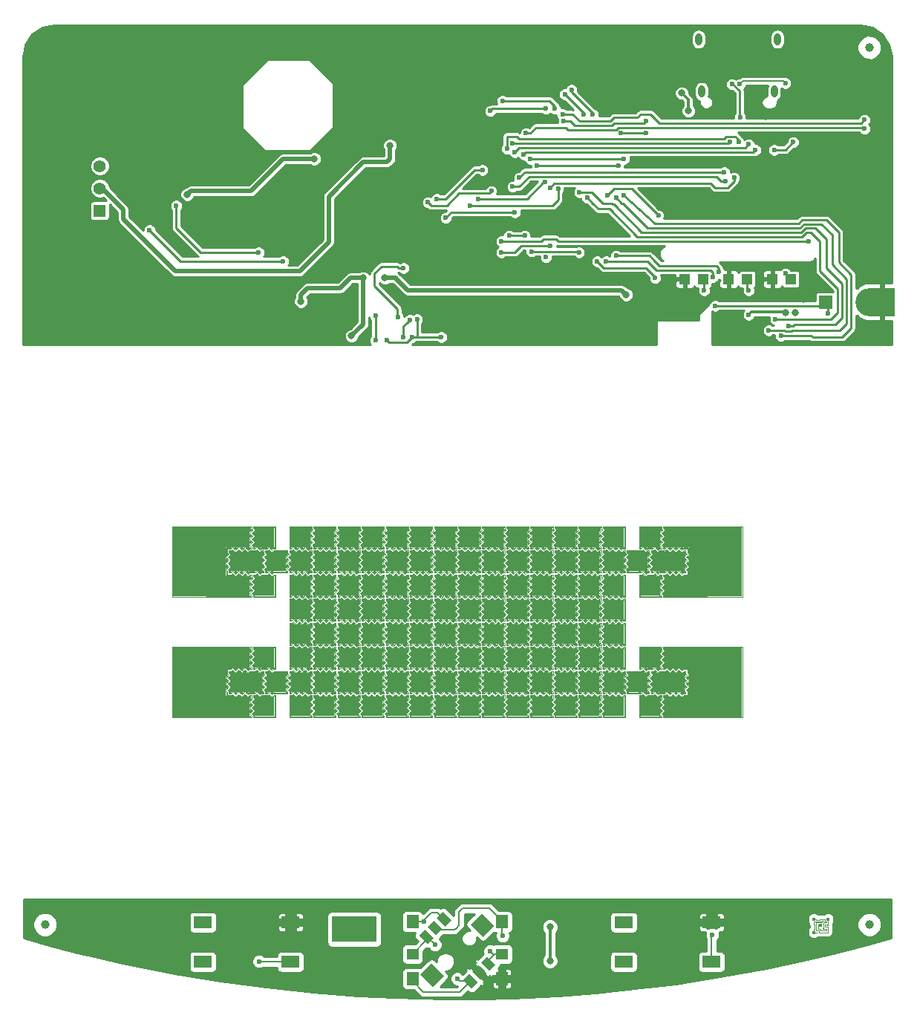
<source format=gbr>
G04 #@! TF.FileFunction,Copper,L1,Top,Signal*
%FSLAX46Y46*%
G04 Gerber Fmt 4.6, Leading zero omitted, Abs format (unit mm)*
G04 Created by KiCad (PCBNEW 4.0.7-e2-6376~58~ubuntu16.04.1) date Sat Jul 28 16:41:28 2018*
%MOMM*%
%LPD*%
G01*
G04 APERTURE LIST*
%ADD10C,0.100000*%
%ADD11C,0.150000*%
%ADD12C,0.152400*%
%ADD13R,1.198880X1.198880*%
%ADD14R,1.397000X1.397000*%
%ADD15C,1.397000*%
%ADD16R,1.400000X1.500000*%
%ADD17R,1.400000X1.300000*%
%ADD18C,1.000000*%
%ADD19R,2.100000X1.400000*%
%ADD20R,1.501140X1.501140*%
%ADD21R,2.270000X2.270000*%
%ADD22C,0.604800*%
%ADD23O,0.800000X1.400000*%
%ADD24R,3.000000X3.200000*%
%ADD25C,3.200000*%
%ADD26R,1.500000X2.270000*%
%ADD27C,0.600000*%
%ADD28R,5.200000X3.000000*%
%ADD29R,0.300000X0.300000*%
%ADD30R,5.000000X2.400000*%
%ADD31R,2.270000X4.000000*%
%ADD32R,4.000000X8.000000*%
%ADD33C,0.800000*%
%ADD34C,0.101600*%
%ADD35C,0.500000*%
%ADD36C,0.300000*%
%ADD37C,0.250000*%
%ADD38C,0.200000*%
%ADD39C,0.254000*%
G04 APERTURE END LIST*
D10*
D11*
X83295000Y-93015000D02*
X83425000Y-93145000D01*
X83425000Y-93145000D02*
X83295000Y-93265000D01*
X83295000Y-93265000D02*
X83295000Y-93015000D01*
X83285000Y-92325000D02*
X83415000Y-92455000D01*
X83415000Y-92455000D02*
X83285000Y-92575000D01*
X83285000Y-92575000D02*
X83285000Y-92325000D01*
X83195000Y-91455000D02*
X83305000Y-91455000D01*
X83305000Y-91455000D02*
X83295000Y-91905000D01*
X83295000Y-91905000D02*
X83395000Y-91745000D01*
X80955000Y-92235000D02*
X80825000Y-92105000D01*
X80825000Y-92105000D02*
X80955000Y-91985000D01*
X80955000Y-91985000D02*
X80955000Y-92235000D01*
X80965000Y-92925000D02*
X80835000Y-92795000D01*
X80835000Y-92795000D02*
X80965000Y-92675000D01*
X80965000Y-92675000D02*
X80965000Y-92925000D01*
X81055000Y-93795000D02*
X80945000Y-93795000D01*
X80945000Y-93795000D02*
X80955000Y-93345000D01*
X80955000Y-93345000D02*
X80855000Y-93505000D01*
X81735000Y-93795000D02*
X81605000Y-93925000D01*
X81605000Y-93925000D02*
X81485000Y-93795000D01*
X81485000Y-93795000D02*
X81735000Y-93795000D01*
X82425000Y-93785000D02*
X82295000Y-93915000D01*
X82295000Y-93915000D02*
X82175000Y-93785000D01*
X82175000Y-93785000D02*
X82425000Y-93785000D01*
X83295000Y-93695000D02*
X83295000Y-93805000D01*
X83295000Y-93805000D02*
X82845000Y-93795000D01*
X82845000Y-93795000D02*
X83005000Y-93895000D01*
X82515000Y-91455000D02*
X82645000Y-91325000D01*
X82645000Y-91325000D02*
X82765000Y-91455000D01*
X82765000Y-91455000D02*
X82515000Y-91455000D01*
X81825000Y-91465000D02*
X81955000Y-91335000D01*
X81955000Y-91335000D02*
X82075000Y-91465000D01*
X82075000Y-91465000D02*
X81825000Y-91465000D01*
X80955000Y-91555000D02*
X80955000Y-91445000D01*
X80955000Y-91445000D02*
X81405000Y-91455000D01*
X81405000Y-91455000D02*
X81245000Y-91355000D01*
D10*
X83536000Y-91766000D02*
X83400000Y-91636000D01*
X83400000Y-91636000D02*
X83400000Y-91350000D01*
X83400000Y-91350000D02*
X83199000Y-91350000D01*
X83199000Y-91350000D02*
X82984000Y-91574000D01*
X80714000Y-93484000D02*
X80850000Y-93614000D01*
X80850000Y-93614000D02*
X80850000Y-93900000D01*
X80850000Y-93900000D02*
X81051000Y-93900000D01*
X81051000Y-93900000D02*
X81266000Y-93676000D01*
X82984000Y-94036000D02*
X83114000Y-93900000D01*
X83114000Y-93900000D02*
X83400000Y-93900000D01*
X83400000Y-93900000D02*
X83400000Y-93699000D01*
X83400000Y-93699000D02*
X83176000Y-93484000D01*
X81266000Y-91214000D02*
X81136000Y-91350000D01*
X81136000Y-91350000D02*
X80850000Y-91350000D01*
X80850000Y-91350000D02*
X80850000Y-91551000D01*
X80850000Y-91551000D02*
X81074000Y-91766000D01*
X81265625Y-91214000D02*
X81609375Y-91574000D01*
X82984375Y-94036000D02*
X82640625Y-93676000D01*
X80714000Y-93484375D02*
X81074000Y-93140625D01*
X83536000Y-91765625D02*
X83176000Y-92109375D01*
X81609375Y-91574000D02*
X81953125Y-91214000D01*
X81953125Y-91214000D02*
X82296875Y-91574000D01*
X82640625Y-93676000D02*
X82296875Y-94036000D01*
X82296875Y-94036000D02*
X81953125Y-93676000D01*
X81074000Y-93140625D02*
X80714000Y-92796875D01*
X80714000Y-92796875D02*
X81074000Y-92453125D01*
X83176000Y-92109375D02*
X83536000Y-92453125D01*
X83536000Y-92453125D02*
X83176000Y-92796875D01*
X82296875Y-91574000D02*
X82640625Y-91214000D01*
X82640625Y-91214000D02*
X82984375Y-91574000D01*
X81953125Y-93676000D02*
X81609375Y-94036000D01*
X81609375Y-94036000D02*
X81265625Y-93676000D01*
X81074000Y-92453125D02*
X80714000Y-92109375D01*
X80714000Y-92109375D02*
X81074000Y-91765625D01*
X83176000Y-92796875D02*
X83536000Y-93140625D01*
X83536000Y-93140625D02*
X83176000Y-93484375D01*
D11*
X83295000Y-106765000D02*
X83425000Y-106895000D01*
X83425000Y-106895000D02*
X83295000Y-107015000D01*
X83295000Y-107015000D02*
X83295000Y-106765000D01*
X83285000Y-106075000D02*
X83415000Y-106205000D01*
X83415000Y-106205000D02*
X83285000Y-106325000D01*
X83285000Y-106325000D02*
X83285000Y-106075000D01*
X83195000Y-105205000D02*
X83305000Y-105205000D01*
X83305000Y-105205000D02*
X83295000Y-105655000D01*
X83295000Y-105655000D02*
X83395000Y-105495000D01*
X80955000Y-105985000D02*
X80825000Y-105855000D01*
X80825000Y-105855000D02*
X80955000Y-105735000D01*
X80955000Y-105735000D02*
X80955000Y-105985000D01*
X80965000Y-106675000D02*
X80835000Y-106545000D01*
X80835000Y-106545000D02*
X80965000Y-106425000D01*
X80965000Y-106425000D02*
X80965000Y-106675000D01*
X81055000Y-107545000D02*
X80945000Y-107545000D01*
X80945000Y-107545000D02*
X80955000Y-107095000D01*
X80955000Y-107095000D02*
X80855000Y-107255000D01*
X81735000Y-107545000D02*
X81605000Y-107675000D01*
X81605000Y-107675000D02*
X81485000Y-107545000D01*
X81485000Y-107545000D02*
X81735000Y-107545000D01*
X82425000Y-107535000D02*
X82295000Y-107665000D01*
X82295000Y-107665000D02*
X82175000Y-107535000D01*
X82175000Y-107535000D02*
X82425000Y-107535000D01*
X83295000Y-107445000D02*
X83295000Y-107555000D01*
X83295000Y-107555000D02*
X82845000Y-107545000D01*
X82845000Y-107545000D02*
X83005000Y-107645000D01*
X82515000Y-105205000D02*
X82645000Y-105075000D01*
X82645000Y-105075000D02*
X82765000Y-105205000D01*
X82765000Y-105205000D02*
X82515000Y-105205000D01*
X81825000Y-105215000D02*
X81955000Y-105085000D01*
X81955000Y-105085000D02*
X82075000Y-105215000D01*
X82075000Y-105215000D02*
X81825000Y-105215000D01*
X80955000Y-105305000D02*
X80955000Y-105195000D01*
X80955000Y-105195000D02*
X81405000Y-105205000D01*
X81405000Y-105205000D02*
X81245000Y-105105000D01*
D10*
X83536000Y-105516000D02*
X83400000Y-105386000D01*
X83400000Y-105386000D02*
X83400000Y-105100000D01*
X83400000Y-105100000D02*
X83199000Y-105100000D01*
X83199000Y-105100000D02*
X82984000Y-105324000D01*
X80714000Y-107234000D02*
X80850000Y-107364000D01*
X80850000Y-107364000D02*
X80850000Y-107650000D01*
X80850000Y-107650000D02*
X81051000Y-107650000D01*
X81051000Y-107650000D02*
X81266000Y-107426000D01*
X82984000Y-107786000D02*
X83114000Y-107650000D01*
X83114000Y-107650000D02*
X83400000Y-107650000D01*
X83400000Y-107650000D02*
X83400000Y-107449000D01*
X83400000Y-107449000D02*
X83176000Y-107234000D01*
X81266000Y-104964000D02*
X81136000Y-105100000D01*
X81136000Y-105100000D02*
X80850000Y-105100000D01*
X80850000Y-105100000D02*
X80850000Y-105301000D01*
X80850000Y-105301000D02*
X81074000Y-105516000D01*
X81265625Y-104964000D02*
X81609375Y-105324000D01*
X82984375Y-107786000D02*
X82640625Y-107426000D01*
X80714000Y-107234375D02*
X81074000Y-106890625D01*
X83536000Y-105515625D02*
X83176000Y-105859375D01*
X81609375Y-105324000D02*
X81953125Y-104964000D01*
X81953125Y-104964000D02*
X82296875Y-105324000D01*
X82640625Y-107426000D02*
X82296875Y-107786000D01*
X82296875Y-107786000D02*
X81953125Y-107426000D01*
X81074000Y-106890625D02*
X80714000Y-106546875D01*
X80714000Y-106546875D02*
X81074000Y-106203125D01*
X83176000Y-105859375D02*
X83536000Y-106203125D01*
X83536000Y-106203125D02*
X83176000Y-106546875D01*
X82296875Y-105324000D02*
X82640625Y-104964000D01*
X82640625Y-104964000D02*
X82984375Y-105324000D01*
X81953125Y-107426000D02*
X81609375Y-107786000D01*
X81609375Y-107786000D02*
X81265625Y-107426000D01*
X81074000Y-106203125D02*
X80714000Y-105859375D01*
X80714000Y-105859375D02*
X81074000Y-105515625D01*
X83176000Y-106546875D02*
X83536000Y-106890625D01*
X83536000Y-106890625D02*
X83176000Y-107234375D01*
D11*
X86045000Y-93015000D02*
X86175000Y-93145000D01*
X86175000Y-93145000D02*
X86045000Y-93265000D01*
X86045000Y-93265000D02*
X86045000Y-93015000D01*
X86035000Y-92325000D02*
X86165000Y-92455000D01*
X86165000Y-92455000D02*
X86035000Y-92575000D01*
X86035000Y-92575000D02*
X86035000Y-92325000D01*
X85945000Y-91455000D02*
X86055000Y-91455000D01*
X86055000Y-91455000D02*
X86045000Y-91905000D01*
X86045000Y-91905000D02*
X86145000Y-91745000D01*
X83705000Y-92235000D02*
X83575000Y-92105000D01*
X83575000Y-92105000D02*
X83705000Y-91985000D01*
X83705000Y-91985000D02*
X83705000Y-92235000D01*
X83715000Y-92925000D02*
X83585000Y-92795000D01*
X83585000Y-92795000D02*
X83715000Y-92675000D01*
X83715000Y-92675000D02*
X83715000Y-92925000D01*
X83805000Y-93795000D02*
X83695000Y-93795000D01*
X83695000Y-93795000D02*
X83705000Y-93345000D01*
X83705000Y-93345000D02*
X83605000Y-93505000D01*
X84485000Y-93795000D02*
X84355000Y-93925000D01*
X84355000Y-93925000D02*
X84235000Y-93795000D01*
X84235000Y-93795000D02*
X84485000Y-93795000D01*
X85175000Y-93785000D02*
X85045000Y-93915000D01*
X85045000Y-93915000D02*
X84925000Y-93785000D01*
X84925000Y-93785000D02*
X85175000Y-93785000D01*
X86045000Y-93695000D02*
X86045000Y-93805000D01*
X86045000Y-93805000D02*
X85595000Y-93795000D01*
X85595000Y-93795000D02*
X85755000Y-93895000D01*
X85265000Y-91455000D02*
X85395000Y-91325000D01*
X85395000Y-91325000D02*
X85515000Y-91455000D01*
X85515000Y-91455000D02*
X85265000Y-91455000D01*
X84575000Y-91465000D02*
X84705000Y-91335000D01*
X84705000Y-91335000D02*
X84825000Y-91465000D01*
X84825000Y-91465000D02*
X84575000Y-91465000D01*
X83705000Y-91555000D02*
X83705000Y-91445000D01*
X83705000Y-91445000D02*
X84155000Y-91455000D01*
X84155000Y-91455000D02*
X83995000Y-91355000D01*
D10*
X86286000Y-91766000D02*
X86150000Y-91636000D01*
X86150000Y-91636000D02*
X86150000Y-91350000D01*
X86150000Y-91350000D02*
X85949000Y-91350000D01*
X85949000Y-91350000D02*
X85734000Y-91574000D01*
X83464000Y-93484000D02*
X83600000Y-93614000D01*
X83600000Y-93614000D02*
X83600000Y-93900000D01*
X83600000Y-93900000D02*
X83801000Y-93900000D01*
X83801000Y-93900000D02*
X84016000Y-93676000D01*
X85734000Y-94036000D02*
X85864000Y-93900000D01*
X85864000Y-93900000D02*
X86150000Y-93900000D01*
X86150000Y-93900000D02*
X86150000Y-93699000D01*
X86150000Y-93699000D02*
X85926000Y-93484000D01*
X84016000Y-91214000D02*
X83886000Y-91350000D01*
X83886000Y-91350000D02*
X83600000Y-91350000D01*
X83600000Y-91350000D02*
X83600000Y-91551000D01*
X83600000Y-91551000D02*
X83824000Y-91766000D01*
X84015625Y-91214000D02*
X84359375Y-91574000D01*
X85734375Y-94036000D02*
X85390625Y-93676000D01*
X83464000Y-93484375D02*
X83824000Y-93140625D01*
X86286000Y-91765625D02*
X85926000Y-92109375D01*
X84359375Y-91574000D02*
X84703125Y-91214000D01*
X84703125Y-91214000D02*
X85046875Y-91574000D01*
X85390625Y-93676000D02*
X85046875Y-94036000D01*
X85046875Y-94036000D02*
X84703125Y-93676000D01*
X83824000Y-93140625D02*
X83464000Y-92796875D01*
X83464000Y-92796875D02*
X83824000Y-92453125D01*
X85926000Y-92109375D02*
X86286000Y-92453125D01*
X86286000Y-92453125D02*
X85926000Y-92796875D01*
X85046875Y-91574000D02*
X85390625Y-91214000D01*
X85390625Y-91214000D02*
X85734375Y-91574000D01*
X84703125Y-93676000D02*
X84359375Y-94036000D01*
X84359375Y-94036000D02*
X84015625Y-93676000D01*
X83824000Y-92453125D02*
X83464000Y-92109375D01*
X83464000Y-92109375D02*
X83824000Y-91765625D01*
X85926000Y-92796875D02*
X86286000Y-93140625D01*
X86286000Y-93140625D02*
X85926000Y-93484375D01*
D11*
X86045000Y-95765000D02*
X86175000Y-95895000D01*
X86175000Y-95895000D02*
X86045000Y-96015000D01*
X86045000Y-96015000D02*
X86045000Y-95765000D01*
X86035000Y-95075000D02*
X86165000Y-95205000D01*
X86165000Y-95205000D02*
X86035000Y-95325000D01*
X86035000Y-95325000D02*
X86035000Y-95075000D01*
X85945000Y-94205000D02*
X86055000Y-94205000D01*
X86055000Y-94205000D02*
X86045000Y-94655000D01*
X86045000Y-94655000D02*
X86145000Y-94495000D01*
X83705000Y-94985000D02*
X83575000Y-94855000D01*
X83575000Y-94855000D02*
X83705000Y-94735000D01*
X83705000Y-94735000D02*
X83705000Y-94985000D01*
X83715000Y-95675000D02*
X83585000Y-95545000D01*
X83585000Y-95545000D02*
X83715000Y-95425000D01*
X83715000Y-95425000D02*
X83715000Y-95675000D01*
X83805000Y-96545000D02*
X83695000Y-96545000D01*
X83695000Y-96545000D02*
X83705000Y-96095000D01*
X83705000Y-96095000D02*
X83605000Y-96255000D01*
X84485000Y-96545000D02*
X84355000Y-96675000D01*
X84355000Y-96675000D02*
X84235000Y-96545000D01*
X84235000Y-96545000D02*
X84485000Y-96545000D01*
X85175000Y-96535000D02*
X85045000Y-96665000D01*
X85045000Y-96665000D02*
X84925000Y-96535000D01*
X84925000Y-96535000D02*
X85175000Y-96535000D01*
X86045000Y-96445000D02*
X86045000Y-96555000D01*
X86045000Y-96555000D02*
X85595000Y-96545000D01*
X85595000Y-96545000D02*
X85755000Y-96645000D01*
X85265000Y-94205000D02*
X85395000Y-94075000D01*
X85395000Y-94075000D02*
X85515000Y-94205000D01*
X85515000Y-94205000D02*
X85265000Y-94205000D01*
X84575000Y-94215000D02*
X84705000Y-94085000D01*
X84705000Y-94085000D02*
X84825000Y-94215000D01*
X84825000Y-94215000D02*
X84575000Y-94215000D01*
X83705000Y-94305000D02*
X83705000Y-94195000D01*
X83705000Y-94195000D02*
X84155000Y-94205000D01*
X84155000Y-94205000D02*
X83995000Y-94105000D01*
D10*
X86286000Y-94516000D02*
X86150000Y-94386000D01*
X86150000Y-94386000D02*
X86150000Y-94100000D01*
X86150000Y-94100000D02*
X85949000Y-94100000D01*
X85949000Y-94100000D02*
X85734000Y-94324000D01*
X83464000Y-96234000D02*
X83600000Y-96364000D01*
X83600000Y-96364000D02*
X83600000Y-96650000D01*
X83600000Y-96650000D02*
X83801000Y-96650000D01*
X83801000Y-96650000D02*
X84016000Y-96426000D01*
X85734000Y-96786000D02*
X85864000Y-96650000D01*
X85864000Y-96650000D02*
X86150000Y-96650000D01*
X86150000Y-96650000D02*
X86150000Y-96449000D01*
X86150000Y-96449000D02*
X85926000Y-96234000D01*
X84016000Y-93964000D02*
X83886000Y-94100000D01*
X83886000Y-94100000D02*
X83600000Y-94100000D01*
X83600000Y-94100000D02*
X83600000Y-94301000D01*
X83600000Y-94301000D02*
X83824000Y-94516000D01*
X84015625Y-93964000D02*
X84359375Y-94324000D01*
X85734375Y-96786000D02*
X85390625Y-96426000D01*
X83464000Y-96234375D02*
X83824000Y-95890625D01*
X86286000Y-94515625D02*
X85926000Y-94859375D01*
X84359375Y-94324000D02*
X84703125Y-93964000D01*
X84703125Y-93964000D02*
X85046875Y-94324000D01*
X85390625Y-96426000D02*
X85046875Y-96786000D01*
X85046875Y-96786000D02*
X84703125Y-96426000D01*
X83824000Y-95890625D02*
X83464000Y-95546875D01*
X83464000Y-95546875D02*
X83824000Y-95203125D01*
X85926000Y-94859375D02*
X86286000Y-95203125D01*
X86286000Y-95203125D02*
X85926000Y-95546875D01*
X85046875Y-94324000D02*
X85390625Y-93964000D01*
X85390625Y-93964000D02*
X85734375Y-94324000D01*
X84703125Y-96426000D02*
X84359375Y-96786000D01*
X84359375Y-96786000D02*
X84015625Y-96426000D01*
X83824000Y-95203125D02*
X83464000Y-94859375D01*
X83464000Y-94859375D02*
X83824000Y-94515625D01*
X85926000Y-95546875D02*
X86286000Y-95890625D01*
X86286000Y-95890625D02*
X85926000Y-96234375D01*
D11*
X86045000Y-98515000D02*
X86175000Y-98645000D01*
X86175000Y-98645000D02*
X86045000Y-98765000D01*
X86045000Y-98765000D02*
X86045000Y-98515000D01*
X86035000Y-97825000D02*
X86165000Y-97955000D01*
X86165000Y-97955000D02*
X86035000Y-98075000D01*
X86035000Y-98075000D02*
X86035000Y-97825000D01*
X85945000Y-96955000D02*
X86055000Y-96955000D01*
X86055000Y-96955000D02*
X86045000Y-97405000D01*
X86045000Y-97405000D02*
X86145000Y-97245000D01*
X83705000Y-97735000D02*
X83575000Y-97605000D01*
X83575000Y-97605000D02*
X83705000Y-97485000D01*
X83705000Y-97485000D02*
X83705000Y-97735000D01*
X83715000Y-98425000D02*
X83585000Y-98295000D01*
X83585000Y-98295000D02*
X83715000Y-98175000D01*
X83715000Y-98175000D02*
X83715000Y-98425000D01*
X83805000Y-99295000D02*
X83695000Y-99295000D01*
X83695000Y-99295000D02*
X83705000Y-98845000D01*
X83705000Y-98845000D02*
X83605000Y-99005000D01*
X84485000Y-99295000D02*
X84355000Y-99425000D01*
X84355000Y-99425000D02*
X84235000Y-99295000D01*
X84235000Y-99295000D02*
X84485000Y-99295000D01*
X85175000Y-99285000D02*
X85045000Y-99415000D01*
X85045000Y-99415000D02*
X84925000Y-99285000D01*
X84925000Y-99285000D02*
X85175000Y-99285000D01*
X86045000Y-99195000D02*
X86045000Y-99305000D01*
X86045000Y-99305000D02*
X85595000Y-99295000D01*
X85595000Y-99295000D02*
X85755000Y-99395000D01*
X85265000Y-96955000D02*
X85395000Y-96825000D01*
X85395000Y-96825000D02*
X85515000Y-96955000D01*
X85515000Y-96955000D02*
X85265000Y-96955000D01*
X84575000Y-96965000D02*
X84705000Y-96835000D01*
X84705000Y-96835000D02*
X84825000Y-96965000D01*
X84825000Y-96965000D02*
X84575000Y-96965000D01*
X83705000Y-97055000D02*
X83705000Y-96945000D01*
X83705000Y-96945000D02*
X84155000Y-96955000D01*
X84155000Y-96955000D02*
X83995000Y-96855000D01*
D10*
X86286000Y-97266000D02*
X86150000Y-97136000D01*
X86150000Y-97136000D02*
X86150000Y-96850000D01*
X86150000Y-96850000D02*
X85949000Y-96850000D01*
X85949000Y-96850000D02*
X85734000Y-97074000D01*
X83464000Y-98984000D02*
X83600000Y-99114000D01*
X83600000Y-99114000D02*
X83600000Y-99400000D01*
X83600000Y-99400000D02*
X83801000Y-99400000D01*
X83801000Y-99400000D02*
X84016000Y-99176000D01*
X85734000Y-99536000D02*
X85864000Y-99400000D01*
X85864000Y-99400000D02*
X86150000Y-99400000D01*
X86150000Y-99400000D02*
X86150000Y-99199000D01*
X86150000Y-99199000D02*
X85926000Y-98984000D01*
X84016000Y-96714000D02*
X83886000Y-96850000D01*
X83886000Y-96850000D02*
X83600000Y-96850000D01*
X83600000Y-96850000D02*
X83600000Y-97051000D01*
X83600000Y-97051000D02*
X83824000Y-97266000D01*
X84015625Y-96714000D02*
X84359375Y-97074000D01*
X85734375Y-99536000D02*
X85390625Y-99176000D01*
X83464000Y-98984375D02*
X83824000Y-98640625D01*
X86286000Y-97265625D02*
X85926000Y-97609375D01*
X84359375Y-97074000D02*
X84703125Y-96714000D01*
X84703125Y-96714000D02*
X85046875Y-97074000D01*
X85390625Y-99176000D02*
X85046875Y-99536000D01*
X85046875Y-99536000D02*
X84703125Y-99176000D01*
X83824000Y-98640625D02*
X83464000Y-98296875D01*
X83464000Y-98296875D02*
X83824000Y-97953125D01*
X85926000Y-97609375D02*
X86286000Y-97953125D01*
X86286000Y-97953125D02*
X85926000Y-98296875D01*
X85046875Y-97074000D02*
X85390625Y-96714000D01*
X85390625Y-96714000D02*
X85734375Y-97074000D01*
X84703125Y-99176000D02*
X84359375Y-99536000D01*
X84359375Y-99536000D02*
X84015625Y-99176000D01*
X83824000Y-97953125D02*
X83464000Y-97609375D01*
X83464000Y-97609375D02*
X83824000Y-97265625D01*
X85926000Y-98296875D02*
X86286000Y-98640625D01*
X86286000Y-98640625D02*
X85926000Y-98984375D01*
D11*
X86045000Y-101265000D02*
X86175000Y-101395000D01*
X86175000Y-101395000D02*
X86045000Y-101515000D01*
X86045000Y-101515000D02*
X86045000Y-101265000D01*
X86035000Y-100575000D02*
X86165000Y-100705000D01*
X86165000Y-100705000D02*
X86035000Y-100825000D01*
X86035000Y-100825000D02*
X86035000Y-100575000D01*
X85945000Y-99705000D02*
X86055000Y-99705000D01*
X86055000Y-99705000D02*
X86045000Y-100155000D01*
X86045000Y-100155000D02*
X86145000Y-99995000D01*
X83705000Y-100485000D02*
X83575000Y-100355000D01*
X83575000Y-100355000D02*
X83705000Y-100235000D01*
X83705000Y-100235000D02*
X83705000Y-100485000D01*
X83715000Y-101175000D02*
X83585000Y-101045000D01*
X83585000Y-101045000D02*
X83715000Y-100925000D01*
X83715000Y-100925000D02*
X83715000Y-101175000D01*
X83805000Y-102045000D02*
X83695000Y-102045000D01*
X83695000Y-102045000D02*
X83705000Y-101595000D01*
X83705000Y-101595000D02*
X83605000Y-101755000D01*
X84485000Y-102045000D02*
X84355000Y-102175000D01*
X84355000Y-102175000D02*
X84235000Y-102045000D01*
X84235000Y-102045000D02*
X84485000Y-102045000D01*
X85175000Y-102035000D02*
X85045000Y-102165000D01*
X85045000Y-102165000D02*
X84925000Y-102035000D01*
X84925000Y-102035000D02*
X85175000Y-102035000D01*
X86045000Y-101945000D02*
X86045000Y-102055000D01*
X86045000Y-102055000D02*
X85595000Y-102045000D01*
X85595000Y-102045000D02*
X85755000Y-102145000D01*
X85265000Y-99705000D02*
X85395000Y-99575000D01*
X85395000Y-99575000D02*
X85515000Y-99705000D01*
X85515000Y-99705000D02*
X85265000Y-99705000D01*
X84575000Y-99715000D02*
X84705000Y-99585000D01*
X84705000Y-99585000D02*
X84825000Y-99715000D01*
X84825000Y-99715000D02*
X84575000Y-99715000D01*
X83705000Y-99805000D02*
X83705000Y-99695000D01*
X83705000Y-99695000D02*
X84155000Y-99705000D01*
X84155000Y-99705000D02*
X83995000Y-99605000D01*
D10*
X86286000Y-100016000D02*
X86150000Y-99886000D01*
X86150000Y-99886000D02*
X86150000Y-99600000D01*
X86150000Y-99600000D02*
X85949000Y-99600000D01*
X85949000Y-99600000D02*
X85734000Y-99824000D01*
X83464000Y-101734000D02*
X83600000Y-101864000D01*
X83600000Y-101864000D02*
X83600000Y-102150000D01*
X83600000Y-102150000D02*
X83801000Y-102150000D01*
X83801000Y-102150000D02*
X84016000Y-101926000D01*
X85734000Y-102286000D02*
X85864000Y-102150000D01*
X85864000Y-102150000D02*
X86150000Y-102150000D01*
X86150000Y-102150000D02*
X86150000Y-101949000D01*
X86150000Y-101949000D02*
X85926000Y-101734000D01*
X84016000Y-99464000D02*
X83886000Y-99600000D01*
X83886000Y-99600000D02*
X83600000Y-99600000D01*
X83600000Y-99600000D02*
X83600000Y-99801000D01*
X83600000Y-99801000D02*
X83824000Y-100016000D01*
X84015625Y-99464000D02*
X84359375Y-99824000D01*
X85734375Y-102286000D02*
X85390625Y-101926000D01*
X83464000Y-101734375D02*
X83824000Y-101390625D01*
X86286000Y-100015625D02*
X85926000Y-100359375D01*
X84359375Y-99824000D02*
X84703125Y-99464000D01*
X84703125Y-99464000D02*
X85046875Y-99824000D01*
X85390625Y-101926000D02*
X85046875Y-102286000D01*
X85046875Y-102286000D02*
X84703125Y-101926000D01*
X83824000Y-101390625D02*
X83464000Y-101046875D01*
X83464000Y-101046875D02*
X83824000Y-100703125D01*
X85926000Y-100359375D02*
X86286000Y-100703125D01*
X86286000Y-100703125D02*
X85926000Y-101046875D01*
X85046875Y-99824000D02*
X85390625Y-99464000D01*
X85390625Y-99464000D02*
X85734375Y-99824000D01*
X84703125Y-101926000D02*
X84359375Y-102286000D01*
X84359375Y-102286000D02*
X84015625Y-101926000D01*
X83824000Y-100703125D02*
X83464000Y-100359375D01*
X83464000Y-100359375D02*
X83824000Y-100015625D01*
X85926000Y-101046875D02*
X86286000Y-101390625D01*
X86286000Y-101390625D02*
X85926000Y-101734375D01*
D11*
X86045000Y-104015000D02*
X86175000Y-104145000D01*
X86175000Y-104145000D02*
X86045000Y-104265000D01*
X86045000Y-104265000D02*
X86045000Y-104015000D01*
X86035000Y-103325000D02*
X86165000Y-103455000D01*
X86165000Y-103455000D02*
X86035000Y-103575000D01*
X86035000Y-103575000D02*
X86035000Y-103325000D01*
X85945000Y-102455000D02*
X86055000Y-102455000D01*
X86055000Y-102455000D02*
X86045000Y-102905000D01*
X86045000Y-102905000D02*
X86145000Y-102745000D01*
X83705000Y-103235000D02*
X83575000Y-103105000D01*
X83575000Y-103105000D02*
X83705000Y-102985000D01*
X83705000Y-102985000D02*
X83705000Y-103235000D01*
X83715000Y-103925000D02*
X83585000Y-103795000D01*
X83585000Y-103795000D02*
X83715000Y-103675000D01*
X83715000Y-103675000D02*
X83715000Y-103925000D01*
X83805000Y-104795000D02*
X83695000Y-104795000D01*
X83695000Y-104795000D02*
X83705000Y-104345000D01*
X83705000Y-104345000D02*
X83605000Y-104505000D01*
X84485000Y-104795000D02*
X84355000Y-104925000D01*
X84355000Y-104925000D02*
X84235000Y-104795000D01*
X84235000Y-104795000D02*
X84485000Y-104795000D01*
X85175000Y-104785000D02*
X85045000Y-104915000D01*
X85045000Y-104915000D02*
X84925000Y-104785000D01*
X84925000Y-104785000D02*
X85175000Y-104785000D01*
X86045000Y-104695000D02*
X86045000Y-104805000D01*
X86045000Y-104805000D02*
X85595000Y-104795000D01*
X85595000Y-104795000D02*
X85755000Y-104895000D01*
X85265000Y-102455000D02*
X85395000Y-102325000D01*
X85395000Y-102325000D02*
X85515000Y-102455000D01*
X85515000Y-102455000D02*
X85265000Y-102455000D01*
X84575000Y-102465000D02*
X84705000Y-102335000D01*
X84705000Y-102335000D02*
X84825000Y-102465000D01*
X84825000Y-102465000D02*
X84575000Y-102465000D01*
X83705000Y-102555000D02*
X83705000Y-102445000D01*
X83705000Y-102445000D02*
X84155000Y-102455000D01*
X84155000Y-102455000D02*
X83995000Y-102355000D01*
D10*
X86286000Y-102766000D02*
X86150000Y-102636000D01*
X86150000Y-102636000D02*
X86150000Y-102350000D01*
X86150000Y-102350000D02*
X85949000Y-102350000D01*
X85949000Y-102350000D02*
X85734000Y-102574000D01*
X83464000Y-104484000D02*
X83600000Y-104614000D01*
X83600000Y-104614000D02*
X83600000Y-104900000D01*
X83600000Y-104900000D02*
X83801000Y-104900000D01*
X83801000Y-104900000D02*
X84016000Y-104676000D01*
X85734000Y-105036000D02*
X85864000Y-104900000D01*
X85864000Y-104900000D02*
X86150000Y-104900000D01*
X86150000Y-104900000D02*
X86150000Y-104699000D01*
X86150000Y-104699000D02*
X85926000Y-104484000D01*
X84016000Y-102214000D02*
X83886000Y-102350000D01*
X83886000Y-102350000D02*
X83600000Y-102350000D01*
X83600000Y-102350000D02*
X83600000Y-102551000D01*
X83600000Y-102551000D02*
X83824000Y-102766000D01*
X84015625Y-102214000D02*
X84359375Y-102574000D01*
X85734375Y-105036000D02*
X85390625Y-104676000D01*
X83464000Y-104484375D02*
X83824000Y-104140625D01*
X86286000Y-102765625D02*
X85926000Y-103109375D01*
X84359375Y-102574000D02*
X84703125Y-102214000D01*
X84703125Y-102214000D02*
X85046875Y-102574000D01*
X85390625Y-104676000D02*
X85046875Y-105036000D01*
X85046875Y-105036000D02*
X84703125Y-104676000D01*
X83824000Y-104140625D02*
X83464000Y-103796875D01*
X83464000Y-103796875D02*
X83824000Y-103453125D01*
X85926000Y-103109375D02*
X86286000Y-103453125D01*
X86286000Y-103453125D02*
X85926000Y-103796875D01*
X85046875Y-102574000D02*
X85390625Y-102214000D01*
X85390625Y-102214000D02*
X85734375Y-102574000D01*
X84703125Y-104676000D02*
X84359375Y-105036000D01*
X84359375Y-105036000D02*
X84015625Y-104676000D01*
X83824000Y-103453125D02*
X83464000Y-103109375D01*
X83464000Y-103109375D02*
X83824000Y-102765625D01*
X85926000Y-103796875D02*
X86286000Y-104140625D01*
X86286000Y-104140625D02*
X85926000Y-104484375D01*
D11*
X86045000Y-106765000D02*
X86175000Y-106895000D01*
X86175000Y-106895000D02*
X86045000Y-107015000D01*
X86045000Y-107015000D02*
X86045000Y-106765000D01*
X86035000Y-106075000D02*
X86165000Y-106205000D01*
X86165000Y-106205000D02*
X86035000Y-106325000D01*
X86035000Y-106325000D02*
X86035000Y-106075000D01*
X85945000Y-105205000D02*
X86055000Y-105205000D01*
X86055000Y-105205000D02*
X86045000Y-105655000D01*
X86045000Y-105655000D02*
X86145000Y-105495000D01*
X83705000Y-105985000D02*
X83575000Y-105855000D01*
X83575000Y-105855000D02*
X83705000Y-105735000D01*
X83705000Y-105735000D02*
X83705000Y-105985000D01*
X83715000Y-106675000D02*
X83585000Y-106545000D01*
X83585000Y-106545000D02*
X83715000Y-106425000D01*
X83715000Y-106425000D02*
X83715000Y-106675000D01*
X83805000Y-107545000D02*
X83695000Y-107545000D01*
X83695000Y-107545000D02*
X83705000Y-107095000D01*
X83705000Y-107095000D02*
X83605000Y-107255000D01*
X84485000Y-107545000D02*
X84355000Y-107675000D01*
X84355000Y-107675000D02*
X84235000Y-107545000D01*
X84235000Y-107545000D02*
X84485000Y-107545000D01*
X85175000Y-107535000D02*
X85045000Y-107665000D01*
X85045000Y-107665000D02*
X84925000Y-107535000D01*
X84925000Y-107535000D02*
X85175000Y-107535000D01*
X86045000Y-107445000D02*
X86045000Y-107555000D01*
X86045000Y-107555000D02*
X85595000Y-107545000D01*
X85595000Y-107545000D02*
X85755000Y-107645000D01*
X85265000Y-105205000D02*
X85395000Y-105075000D01*
X85395000Y-105075000D02*
X85515000Y-105205000D01*
X85515000Y-105205000D02*
X85265000Y-105205000D01*
X84575000Y-105215000D02*
X84705000Y-105085000D01*
X84705000Y-105085000D02*
X84825000Y-105215000D01*
X84825000Y-105215000D02*
X84575000Y-105215000D01*
X83705000Y-105305000D02*
X83705000Y-105195000D01*
X83705000Y-105195000D02*
X84155000Y-105205000D01*
X84155000Y-105205000D02*
X83995000Y-105105000D01*
D10*
X86286000Y-105516000D02*
X86150000Y-105386000D01*
X86150000Y-105386000D02*
X86150000Y-105100000D01*
X86150000Y-105100000D02*
X85949000Y-105100000D01*
X85949000Y-105100000D02*
X85734000Y-105324000D01*
X83464000Y-107234000D02*
X83600000Y-107364000D01*
X83600000Y-107364000D02*
X83600000Y-107650000D01*
X83600000Y-107650000D02*
X83801000Y-107650000D01*
X83801000Y-107650000D02*
X84016000Y-107426000D01*
X85734000Y-107786000D02*
X85864000Y-107650000D01*
X85864000Y-107650000D02*
X86150000Y-107650000D01*
X86150000Y-107650000D02*
X86150000Y-107449000D01*
X86150000Y-107449000D02*
X85926000Y-107234000D01*
X84016000Y-104964000D02*
X83886000Y-105100000D01*
X83886000Y-105100000D02*
X83600000Y-105100000D01*
X83600000Y-105100000D02*
X83600000Y-105301000D01*
X83600000Y-105301000D02*
X83824000Y-105516000D01*
X84015625Y-104964000D02*
X84359375Y-105324000D01*
X85734375Y-107786000D02*
X85390625Y-107426000D01*
X83464000Y-107234375D02*
X83824000Y-106890625D01*
X86286000Y-105515625D02*
X85926000Y-105859375D01*
X84359375Y-105324000D02*
X84703125Y-104964000D01*
X84703125Y-104964000D02*
X85046875Y-105324000D01*
X85390625Y-107426000D02*
X85046875Y-107786000D01*
X85046875Y-107786000D02*
X84703125Y-107426000D01*
X83824000Y-106890625D02*
X83464000Y-106546875D01*
X83464000Y-106546875D02*
X83824000Y-106203125D01*
X85926000Y-105859375D02*
X86286000Y-106203125D01*
X86286000Y-106203125D02*
X85926000Y-106546875D01*
X85046875Y-105324000D02*
X85390625Y-104964000D01*
X85390625Y-104964000D02*
X85734375Y-105324000D01*
X84703125Y-107426000D02*
X84359375Y-107786000D01*
X84359375Y-107786000D02*
X84015625Y-107426000D01*
X83824000Y-106203125D02*
X83464000Y-105859375D01*
X83464000Y-105859375D02*
X83824000Y-105515625D01*
X85926000Y-106546875D02*
X86286000Y-106890625D01*
X86286000Y-106890625D02*
X85926000Y-107234375D01*
D11*
X88795000Y-93015000D02*
X88925000Y-93145000D01*
X88925000Y-93145000D02*
X88795000Y-93265000D01*
X88795000Y-93265000D02*
X88795000Y-93015000D01*
X88785000Y-92325000D02*
X88915000Y-92455000D01*
X88915000Y-92455000D02*
X88785000Y-92575000D01*
X88785000Y-92575000D02*
X88785000Y-92325000D01*
X88695000Y-91455000D02*
X88805000Y-91455000D01*
X88805000Y-91455000D02*
X88795000Y-91905000D01*
X88795000Y-91905000D02*
X88895000Y-91745000D01*
X86455000Y-92235000D02*
X86325000Y-92105000D01*
X86325000Y-92105000D02*
X86455000Y-91985000D01*
X86455000Y-91985000D02*
X86455000Y-92235000D01*
X86465000Y-92925000D02*
X86335000Y-92795000D01*
X86335000Y-92795000D02*
X86465000Y-92675000D01*
X86465000Y-92675000D02*
X86465000Y-92925000D01*
X86555000Y-93795000D02*
X86445000Y-93795000D01*
X86445000Y-93795000D02*
X86455000Y-93345000D01*
X86455000Y-93345000D02*
X86355000Y-93505000D01*
X87235000Y-93795000D02*
X87105000Y-93925000D01*
X87105000Y-93925000D02*
X86985000Y-93795000D01*
X86985000Y-93795000D02*
X87235000Y-93795000D01*
X87925000Y-93785000D02*
X87795000Y-93915000D01*
X87795000Y-93915000D02*
X87675000Y-93785000D01*
X87675000Y-93785000D02*
X87925000Y-93785000D01*
X88795000Y-93695000D02*
X88795000Y-93805000D01*
X88795000Y-93805000D02*
X88345000Y-93795000D01*
X88345000Y-93795000D02*
X88505000Y-93895000D01*
X88015000Y-91455000D02*
X88145000Y-91325000D01*
X88145000Y-91325000D02*
X88265000Y-91455000D01*
X88265000Y-91455000D02*
X88015000Y-91455000D01*
X87325000Y-91465000D02*
X87455000Y-91335000D01*
X87455000Y-91335000D02*
X87575000Y-91465000D01*
X87575000Y-91465000D02*
X87325000Y-91465000D01*
X86455000Y-91555000D02*
X86455000Y-91445000D01*
X86455000Y-91445000D02*
X86905000Y-91455000D01*
X86905000Y-91455000D02*
X86745000Y-91355000D01*
D10*
X89036000Y-91766000D02*
X88900000Y-91636000D01*
X88900000Y-91636000D02*
X88900000Y-91350000D01*
X88900000Y-91350000D02*
X88699000Y-91350000D01*
X88699000Y-91350000D02*
X88484000Y-91574000D01*
X86214000Y-93484000D02*
X86350000Y-93614000D01*
X86350000Y-93614000D02*
X86350000Y-93900000D01*
X86350000Y-93900000D02*
X86551000Y-93900000D01*
X86551000Y-93900000D02*
X86766000Y-93676000D01*
X88484000Y-94036000D02*
X88614000Y-93900000D01*
X88614000Y-93900000D02*
X88900000Y-93900000D01*
X88900000Y-93900000D02*
X88900000Y-93699000D01*
X88900000Y-93699000D02*
X88676000Y-93484000D01*
X86766000Y-91214000D02*
X86636000Y-91350000D01*
X86636000Y-91350000D02*
X86350000Y-91350000D01*
X86350000Y-91350000D02*
X86350000Y-91551000D01*
X86350000Y-91551000D02*
X86574000Y-91766000D01*
X86765625Y-91214000D02*
X87109375Y-91574000D01*
X88484375Y-94036000D02*
X88140625Y-93676000D01*
X86214000Y-93484375D02*
X86574000Y-93140625D01*
X89036000Y-91765625D02*
X88676000Y-92109375D01*
X87109375Y-91574000D02*
X87453125Y-91214000D01*
X87453125Y-91214000D02*
X87796875Y-91574000D01*
X88140625Y-93676000D02*
X87796875Y-94036000D01*
X87796875Y-94036000D02*
X87453125Y-93676000D01*
X86574000Y-93140625D02*
X86214000Y-92796875D01*
X86214000Y-92796875D02*
X86574000Y-92453125D01*
X88676000Y-92109375D02*
X89036000Y-92453125D01*
X89036000Y-92453125D02*
X88676000Y-92796875D01*
X87796875Y-91574000D02*
X88140625Y-91214000D01*
X88140625Y-91214000D02*
X88484375Y-91574000D01*
X87453125Y-93676000D02*
X87109375Y-94036000D01*
X87109375Y-94036000D02*
X86765625Y-93676000D01*
X86574000Y-92453125D02*
X86214000Y-92109375D01*
X86214000Y-92109375D02*
X86574000Y-91765625D01*
X88676000Y-92796875D02*
X89036000Y-93140625D01*
X89036000Y-93140625D02*
X88676000Y-93484375D01*
D11*
X88795000Y-95765000D02*
X88925000Y-95895000D01*
X88925000Y-95895000D02*
X88795000Y-96015000D01*
X88795000Y-96015000D02*
X88795000Y-95765000D01*
X88785000Y-95075000D02*
X88915000Y-95205000D01*
X88915000Y-95205000D02*
X88785000Y-95325000D01*
X88785000Y-95325000D02*
X88785000Y-95075000D01*
X88695000Y-94205000D02*
X88805000Y-94205000D01*
X88805000Y-94205000D02*
X88795000Y-94655000D01*
X88795000Y-94655000D02*
X88895000Y-94495000D01*
X86455000Y-94985000D02*
X86325000Y-94855000D01*
X86325000Y-94855000D02*
X86455000Y-94735000D01*
X86455000Y-94735000D02*
X86455000Y-94985000D01*
X86465000Y-95675000D02*
X86335000Y-95545000D01*
X86335000Y-95545000D02*
X86465000Y-95425000D01*
X86465000Y-95425000D02*
X86465000Y-95675000D01*
X86555000Y-96545000D02*
X86445000Y-96545000D01*
X86445000Y-96545000D02*
X86455000Y-96095000D01*
X86455000Y-96095000D02*
X86355000Y-96255000D01*
X87235000Y-96545000D02*
X87105000Y-96675000D01*
X87105000Y-96675000D02*
X86985000Y-96545000D01*
X86985000Y-96545000D02*
X87235000Y-96545000D01*
X87925000Y-96535000D02*
X87795000Y-96665000D01*
X87795000Y-96665000D02*
X87675000Y-96535000D01*
X87675000Y-96535000D02*
X87925000Y-96535000D01*
X88795000Y-96445000D02*
X88795000Y-96555000D01*
X88795000Y-96555000D02*
X88345000Y-96545000D01*
X88345000Y-96545000D02*
X88505000Y-96645000D01*
X88015000Y-94205000D02*
X88145000Y-94075000D01*
X88145000Y-94075000D02*
X88265000Y-94205000D01*
X88265000Y-94205000D02*
X88015000Y-94205000D01*
X87325000Y-94215000D02*
X87455000Y-94085000D01*
X87455000Y-94085000D02*
X87575000Y-94215000D01*
X87575000Y-94215000D02*
X87325000Y-94215000D01*
X86455000Y-94305000D02*
X86455000Y-94195000D01*
X86455000Y-94195000D02*
X86905000Y-94205000D01*
X86905000Y-94205000D02*
X86745000Y-94105000D01*
D10*
X89036000Y-94516000D02*
X88900000Y-94386000D01*
X88900000Y-94386000D02*
X88900000Y-94100000D01*
X88900000Y-94100000D02*
X88699000Y-94100000D01*
X88699000Y-94100000D02*
X88484000Y-94324000D01*
X86214000Y-96234000D02*
X86350000Y-96364000D01*
X86350000Y-96364000D02*
X86350000Y-96650000D01*
X86350000Y-96650000D02*
X86551000Y-96650000D01*
X86551000Y-96650000D02*
X86766000Y-96426000D01*
X88484000Y-96786000D02*
X88614000Y-96650000D01*
X88614000Y-96650000D02*
X88900000Y-96650000D01*
X88900000Y-96650000D02*
X88900000Y-96449000D01*
X88900000Y-96449000D02*
X88676000Y-96234000D01*
X86766000Y-93964000D02*
X86636000Y-94100000D01*
X86636000Y-94100000D02*
X86350000Y-94100000D01*
X86350000Y-94100000D02*
X86350000Y-94301000D01*
X86350000Y-94301000D02*
X86574000Y-94516000D01*
X86765625Y-93964000D02*
X87109375Y-94324000D01*
X88484375Y-96786000D02*
X88140625Y-96426000D01*
X86214000Y-96234375D02*
X86574000Y-95890625D01*
X89036000Y-94515625D02*
X88676000Y-94859375D01*
X87109375Y-94324000D02*
X87453125Y-93964000D01*
X87453125Y-93964000D02*
X87796875Y-94324000D01*
X88140625Y-96426000D02*
X87796875Y-96786000D01*
X87796875Y-96786000D02*
X87453125Y-96426000D01*
X86574000Y-95890625D02*
X86214000Y-95546875D01*
X86214000Y-95546875D02*
X86574000Y-95203125D01*
X88676000Y-94859375D02*
X89036000Y-95203125D01*
X89036000Y-95203125D02*
X88676000Y-95546875D01*
X87796875Y-94324000D02*
X88140625Y-93964000D01*
X88140625Y-93964000D02*
X88484375Y-94324000D01*
X87453125Y-96426000D02*
X87109375Y-96786000D01*
X87109375Y-96786000D02*
X86765625Y-96426000D01*
X86574000Y-95203125D02*
X86214000Y-94859375D01*
X86214000Y-94859375D02*
X86574000Y-94515625D01*
X88676000Y-95546875D02*
X89036000Y-95890625D01*
X89036000Y-95890625D02*
X88676000Y-96234375D01*
D11*
X88795000Y-98515000D02*
X88925000Y-98645000D01*
X88925000Y-98645000D02*
X88795000Y-98765000D01*
X88795000Y-98765000D02*
X88795000Y-98515000D01*
X88785000Y-97825000D02*
X88915000Y-97955000D01*
X88915000Y-97955000D02*
X88785000Y-98075000D01*
X88785000Y-98075000D02*
X88785000Y-97825000D01*
X88695000Y-96955000D02*
X88805000Y-96955000D01*
X88805000Y-96955000D02*
X88795000Y-97405000D01*
X88795000Y-97405000D02*
X88895000Y-97245000D01*
X86455000Y-97735000D02*
X86325000Y-97605000D01*
X86325000Y-97605000D02*
X86455000Y-97485000D01*
X86455000Y-97485000D02*
X86455000Y-97735000D01*
X86465000Y-98425000D02*
X86335000Y-98295000D01*
X86335000Y-98295000D02*
X86465000Y-98175000D01*
X86465000Y-98175000D02*
X86465000Y-98425000D01*
X86555000Y-99295000D02*
X86445000Y-99295000D01*
X86445000Y-99295000D02*
X86455000Y-98845000D01*
X86455000Y-98845000D02*
X86355000Y-99005000D01*
X87235000Y-99295000D02*
X87105000Y-99425000D01*
X87105000Y-99425000D02*
X86985000Y-99295000D01*
X86985000Y-99295000D02*
X87235000Y-99295000D01*
X87925000Y-99285000D02*
X87795000Y-99415000D01*
X87795000Y-99415000D02*
X87675000Y-99285000D01*
X87675000Y-99285000D02*
X87925000Y-99285000D01*
X88795000Y-99195000D02*
X88795000Y-99305000D01*
X88795000Y-99305000D02*
X88345000Y-99295000D01*
X88345000Y-99295000D02*
X88505000Y-99395000D01*
X88015000Y-96955000D02*
X88145000Y-96825000D01*
X88145000Y-96825000D02*
X88265000Y-96955000D01*
X88265000Y-96955000D02*
X88015000Y-96955000D01*
X87325000Y-96965000D02*
X87455000Y-96835000D01*
X87455000Y-96835000D02*
X87575000Y-96965000D01*
X87575000Y-96965000D02*
X87325000Y-96965000D01*
X86455000Y-97055000D02*
X86455000Y-96945000D01*
X86455000Y-96945000D02*
X86905000Y-96955000D01*
X86905000Y-96955000D02*
X86745000Y-96855000D01*
D10*
X89036000Y-97266000D02*
X88900000Y-97136000D01*
X88900000Y-97136000D02*
X88900000Y-96850000D01*
X88900000Y-96850000D02*
X88699000Y-96850000D01*
X88699000Y-96850000D02*
X88484000Y-97074000D01*
X86214000Y-98984000D02*
X86350000Y-99114000D01*
X86350000Y-99114000D02*
X86350000Y-99400000D01*
X86350000Y-99400000D02*
X86551000Y-99400000D01*
X86551000Y-99400000D02*
X86766000Y-99176000D01*
X88484000Y-99536000D02*
X88614000Y-99400000D01*
X88614000Y-99400000D02*
X88900000Y-99400000D01*
X88900000Y-99400000D02*
X88900000Y-99199000D01*
X88900000Y-99199000D02*
X88676000Y-98984000D01*
X86766000Y-96714000D02*
X86636000Y-96850000D01*
X86636000Y-96850000D02*
X86350000Y-96850000D01*
X86350000Y-96850000D02*
X86350000Y-97051000D01*
X86350000Y-97051000D02*
X86574000Y-97266000D01*
X86765625Y-96714000D02*
X87109375Y-97074000D01*
X88484375Y-99536000D02*
X88140625Y-99176000D01*
X86214000Y-98984375D02*
X86574000Y-98640625D01*
X89036000Y-97265625D02*
X88676000Y-97609375D01*
X87109375Y-97074000D02*
X87453125Y-96714000D01*
X87453125Y-96714000D02*
X87796875Y-97074000D01*
X88140625Y-99176000D02*
X87796875Y-99536000D01*
X87796875Y-99536000D02*
X87453125Y-99176000D01*
X86574000Y-98640625D02*
X86214000Y-98296875D01*
X86214000Y-98296875D02*
X86574000Y-97953125D01*
X88676000Y-97609375D02*
X89036000Y-97953125D01*
X89036000Y-97953125D02*
X88676000Y-98296875D01*
X87796875Y-97074000D02*
X88140625Y-96714000D01*
X88140625Y-96714000D02*
X88484375Y-97074000D01*
X87453125Y-99176000D02*
X87109375Y-99536000D01*
X87109375Y-99536000D02*
X86765625Y-99176000D01*
X86574000Y-97953125D02*
X86214000Y-97609375D01*
X86214000Y-97609375D02*
X86574000Y-97265625D01*
X88676000Y-98296875D02*
X89036000Y-98640625D01*
X89036000Y-98640625D02*
X88676000Y-98984375D01*
D11*
X88795000Y-101265000D02*
X88925000Y-101395000D01*
X88925000Y-101395000D02*
X88795000Y-101515000D01*
X88795000Y-101515000D02*
X88795000Y-101265000D01*
X88785000Y-100575000D02*
X88915000Y-100705000D01*
X88915000Y-100705000D02*
X88785000Y-100825000D01*
X88785000Y-100825000D02*
X88785000Y-100575000D01*
X88695000Y-99705000D02*
X88805000Y-99705000D01*
X88805000Y-99705000D02*
X88795000Y-100155000D01*
X88795000Y-100155000D02*
X88895000Y-99995000D01*
X86455000Y-100485000D02*
X86325000Y-100355000D01*
X86325000Y-100355000D02*
X86455000Y-100235000D01*
X86455000Y-100235000D02*
X86455000Y-100485000D01*
X86465000Y-101175000D02*
X86335000Y-101045000D01*
X86335000Y-101045000D02*
X86465000Y-100925000D01*
X86465000Y-100925000D02*
X86465000Y-101175000D01*
X86555000Y-102045000D02*
X86445000Y-102045000D01*
X86445000Y-102045000D02*
X86455000Y-101595000D01*
X86455000Y-101595000D02*
X86355000Y-101755000D01*
X87235000Y-102045000D02*
X87105000Y-102175000D01*
X87105000Y-102175000D02*
X86985000Y-102045000D01*
X86985000Y-102045000D02*
X87235000Y-102045000D01*
X87925000Y-102035000D02*
X87795000Y-102165000D01*
X87795000Y-102165000D02*
X87675000Y-102035000D01*
X87675000Y-102035000D02*
X87925000Y-102035000D01*
X88795000Y-101945000D02*
X88795000Y-102055000D01*
X88795000Y-102055000D02*
X88345000Y-102045000D01*
X88345000Y-102045000D02*
X88505000Y-102145000D01*
X88015000Y-99705000D02*
X88145000Y-99575000D01*
X88145000Y-99575000D02*
X88265000Y-99705000D01*
X88265000Y-99705000D02*
X88015000Y-99705000D01*
X87325000Y-99715000D02*
X87455000Y-99585000D01*
X87455000Y-99585000D02*
X87575000Y-99715000D01*
X87575000Y-99715000D02*
X87325000Y-99715000D01*
X86455000Y-99805000D02*
X86455000Y-99695000D01*
X86455000Y-99695000D02*
X86905000Y-99705000D01*
X86905000Y-99705000D02*
X86745000Y-99605000D01*
D10*
X89036000Y-100016000D02*
X88900000Y-99886000D01*
X88900000Y-99886000D02*
X88900000Y-99600000D01*
X88900000Y-99600000D02*
X88699000Y-99600000D01*
X88699000Y-99600000D02*
X88484000Y-99824000D01*
X86214000Y-101734000D02*
X86350000Y-101864000D01*
X86350000Y-101864000D02*
X86350000Y-102150000D01*
X86350000Y-102150000D02*
X86551000Y-102150000D01*
X86551000Y-102150000D02*
X86766000Y-101926000D01*
X88484000Y-102286000D02*
X88614000Y-102150000D01*
X88614000Y-102150000D02*
X88900000Y-102150000D01*
X88900000Y-102150000D02*
X88900000Y-101949000D01*
X88900000Y-101949000D02*
X88676000Y-101734000D01*
X86766000Y-99464000D02*
X86636000Y-99600000D01*
X86636000Y-99600000D02*
X86350000Y-99600000D01*
X86350000Y-99600000D02*
X86350000Y-99801000D01*
X86350000Y-99801000D02*
X86574000Y-100016000D01*
X86765625Y-99464000D02*
X87109375Y-99824000D01*
X88484375Y-102286000D02*
X88140625Y-101926000D01*
X86214000Y-101734375D02*
X86574000Y-101390625D01*
X89036000Y-100015625D02*
X88676000Y-100359375D01*
X87109375Y-99824000D02*
X87453125Y-99464000D01*
X87453125Y-99464000D02*
X87796875Y-99824000D01*
X88140625Y-101926000D02*
X87796875Y-102286000D01*
X87796875Y-102286000D02*
X87453125Y-101926000D01*
X86574000Y-101390625D02*
X86214000Y-101046875D01*
X86214000Y-101046875D02*
X86574000Y-100703125D01*
X88676000Y-100359375D02*
X89036000Y-100703125D01*
X89036000Y-100703125D02*
X88676000Y-101046875D01*
X87796875Y-99824000D02*
X88140625Y-99464000D01*
X88140625Y-99464000D02*
X88484375Y-99824000D01*
X87453125Y-101926000D02*
X87109375Y-102286000D01*
X87109375Y-102286000D02*
X86765625Y-101926000D01*
X86574000Y-100703125D02*
X86214000Y-100359375D01*
X86214000Y-100359375D02*
X86574000Y-100015625D01*
X88676000Y-101046875D02*
X89036000Y-101390625D01*
X89036000Y-101390625D02*
X88676000Y-101734375D01*
D11*
X88795000Y-104015000D02*
X88925000Y-104145000D01*
X88925000Y-104145000D02*
X88795000Y-104265000D01*
X88795000Y-104265000D02*
X88795000Y-104015000D01*
X88785000Y-103325000D02*
X88915000Y-103455000D01*
X88915000Y-103455000D02*
X88785000Y-103575000D01*
X88785000Y-103575000D02*
X88785000Y-103325000D01*
X88695000Y-102455000D02*
X88805000Y-102455000D01*
X88805000Y-102455000D02*
X88795000Y-102905000D01*
X88795000Y-102905000D02*
X88895000Y-102745000D01*
X86455000Y-103235000D02*
X86325000Y-103105000D01*
X86325000Y-103105000D02*
X86455000Y-102985000D01*
X86455000Y-102985000D02*
X86455000Y-103235000D01*
X86465000Y-103925000D02*
X86335000Y-103795000D01*
X86335000Y-103795000D02*
X86465000Y-103675000D01*
X86465000Y-103675000D02*
X86465000Y-103925000D01*
X86555000Y-104795000D02*
X86445000Y-104795000D01*
X86445000Y-104795000D02*
X86455000Y-104345000D01*
X86455000Y-104345000D02*
X86355000Y-104505000D01*
X87235000Y-104795000D02*
X87105000Y-104925000D01*
X87105000Y-104925000D02*
X86985000Y-104795000D01*
X86985000Y-104795000D02*
X87235000Y-104795000D01*
X87925000Y-104785000D02*
X87795000Y-104915000D01*
X87795000Y-104915000D02*
X87675000Y-104785000D01*
X87675000Y-104785000D02*
X87925000Y-104785000D01*
X88795000Y-104695000D02*
X88795000Y-104805000D01*
X88795000Y-104805000D02*
X88345000Y-104795000D01*
X88345000Y-104795000D02*
X88505000Y-104895000D01*
X88015000Y-102455000D02*
X88145000Y-102325000D01*
X88145000Y-102325000D02*
X88265000Y-102455000D01*
X88265000Y-102455000D02*
X88015000Y-102455000D01*
X87325000Y-102465000D02*
X87455000Y-102335000D01*
X87455000Y-102335000D02*
X87575000Y-102465000D01*
X87575000Y-102465000D02*
X87325000Y-102465000D01*
X86455000Y-102555000D02*
X86455000Y-102445000D01*
X86455000Y-102445000D02*
X86905000Y-102455000D01*
X86905000Y-102455000D02*
X86745000Y-102355000D01*
D10*
X89036000Y-102766000D02*
X88900000Y-102636000D01*
X88900000Y-102636000D02*
X88900000Y-102350000D01*
X88900000Y-102350000D02*
X88699000Y-102350000D01*
X88699000Y-102350000D02*
X88484000Y-102574000D01*
X86214000Y-104484000D02*
X86350000Y-104614000D01*
X86350000Y-104614000D02*
X86350000Y-104900000D01*
X86350000Y-104900000D02*
X86551000Y-104900000D01*
X86551000Y-104900000D02*
X86766000Y-104676000D01*
X88484000Y-105036000D02*
X88614000Y-104900000D01*
X88614000Y-104900000D02*
X88900000Y-104900000D01*
X88900000Y-104900000D02*
X88900000Y-104699000D01*
X88900000Y-104699000D02*
X88676000Y-104484000D01*
X86766000Y-102214000D02*
X86636000Y-102350000D01*
X86636000Y-102350000D02*
X86350000Y-102350000D01*
X86350000Y-102350000D02*
X86350000Y-102551000D01*
X86350000Y-102551000D02*
X86574000Y-102766000D01*
X86765625Y-102214000D02*
X87109375Y-102574000D01*
X88484375Y-105036000D02*
X88140625Y-104676000D01*
X86214000Y-104484375D02*
X86574000Y-104140625D01*
X89036000Y-102765625D02*
X88676000Y-103109375D01*
X87109375Y-102574000D02*
X87453125Y-102214000D01*
X87453125Y-102214000D02*
X87796875Y-102574000D01*
X88140625Y-104676000D02*
X87796875Y-105036000D01*
X87796875Y-105036000D02*
X87453125Y-104676000D01*
X86574000Y-104140625D02*
X86214000Y-103796875D01*
X86214000Y-103796875D02*
X86574000Y-103453125D01*
X88676000Y-103109375D02*
X89036000Y-103453125D01*
X89036000Y-103453125D02*
X88676000Y-103796875D01*
X87796875Y-102574000D02*
X88140625Y-102214000D01*
X88140625Y-102214000D02*
X88484375Y-102574000D01*
X87453125Y-104676000D02*
X87109375Y-105036000D01*
X87109375Y-105036000D02*
X86765625Y-104676000D01*
X86574000Y-103453125D02*
X86214000Y-103109375D01*
X86214000Y-103109375D02*
X86574000Y-102765625D01*
X88676000Y-103796875D02*
X89036000Y-104140625D01*
X89036000Y-104140625D02*
X88676000Y-104484375D01*
D11*
X88795000Y-106765000D02*
X88925000Y-106895000D01*
X88925000Y-106895000D02*
X88795000Y-107015000D01*
X88795000Y-107015000D02*
X88795000Y-106765000D01*
X88785000Y-106075000D02*
X88915000Y-106205000D01*
X88915000Y-106205000D02*
X88785000Y-106325000D01*
X88785000Y-106325000D02*
X88785000Y-106075000D01*
X88695000Y-105205000D02*
X88805000Y-105205000D01*
X88805000Y-105205000D02*
X88795000Y-105655000D01*
X88795000Y-105655000D02*
X88895000Y-105495000D01*
X86455000Y-105985000D02*
X86325000Y-105855000D01*
X86325000Y-105855000D02*
X86455000Y-105735000D01*
X86455000Y-105735000D02*
X86455000Y-105985000D01*
X86465000Y-106675000D02*
X86335000Y-106545000D01*
X86335000Y-106545000D02*
X86465000Y-106425000D01*
X86465000Y-106425000D02*
X86465000Y-106675000D01*
X86555000Y-107545000D02*
X86445000Y-107545000D01*
X86445000Y-107545000D02*
X86455000Y-107095000D01*
X86455000Y-107095000D02*
X86355000Y-107255000D01*
X87235000Y-107545000D02*
X87105000Y-107675000D01*
X87105000Y-107675000D02*
X86985000Y-107545000D01*
X86985000Y-107545000D02*
X87235000Y-107545000D01*
X87925000Y-107535000D02*
X87795000Y-107665000D01*
X87795000Y-107665000D02*
X87675000Y-107535000D01*
X87675000Y-107535000D02*
X87925000Y-107535000D01*
X88795000Y-107445000D02*
X88795000Y-107555000D01*
X88795000Y-107555000D02*
X88345000Y-107545000D01*
X88345000Y-107545000D02*
X88505000Y-107645000D01*
X88015000Y-105205000D02*
X88145000Y-105075000D01*
X88145000Y-105075000D02*
X88265000Y-105205000D01*
X88265000Y-105205000D02*
X88015000Y-105205000D01*
X87325000Y-105215000D02*
X87455000Y-105085000D01*
X87455000Y-105085000D02*
X87575000Y-105215000D01*
X87575000Y-105215000D02*
X87325000Y-105215000D01*
X86455000Y-105305000D02*
X86455000Y-105195000D01*
X86455000Y-105195000D02*
X86905000Y-105205000D01*
X86905000Y-105205000D02*
X86745000Y-105105000D01*
D10*
X89036000Y-105516000D02*
X88900000Y-105386000D01*
X88900000Y-105386000D02*
X88900000Y-105100000D01*
X88900000Y-105100000D02*
X88699000Y-105100000D01*
X88699000Y-105100000D02*
X88484000Y-105324000D01*
X86214000Y-107234000D02*
X86350000Y-107364000D01*
X86350000Y-107364000D02*
X86350000Y-107650000D01*
X86350000Y-107650000D02*
X86551000Y-107650000D01*
X86551000Y-107650000D02*
X86766000Y-107426000D01*
X88484000Y-107786000D02*
X88614000Y-107650000D01*
X88614000Y-107650000D02*
X88900000Y-107650000D01*
X88900000Y-107650000D02*
X88900000Y-107449000D01*
X88900000Y-107449000D02*
X88676000Y-107234000D01*
X86766000Y-104964000D02*
X86636000Y-105100000D01*
X86636000Y-105100000D02*
X86350000Y-105100000D01*
X86350000Y-105100000D02*
X86350000Y-105301000D01*
X86350000Y-105301000D02*
X86574000Y-105516000D01*
X86765625Y-104964000D02*
X87109375Y-105324000D01*
X88484375Y-107786000D02*
X88140625Y-107426000D01*
X86214000Y-107234375D02*
X86574000Y-106890625D01*
X89036000Y-105515625D02*
X88676000Y-105859375D01*
X87109375Y-105324000D02*
X87453125Y-104964000D01*
X87453125Y-104964000D02*
X87796875Y-105324000D01*
X88140625Y-107426000D02*
X87796875Y-107786000D01*
X87796875Y-107786000D02*
X87453125Y-107426000D01*
X86574000Y-106890625D02*
X86214000Y-106546875D01*
X86214000Y-106546875D02*
X86574000Y-106203125D01*
X88676000Y-105859375D02*
X89036000Y-106203125D01*
X89036000Y-106203125D02*
X88676000Y-106546875D01*
X87796875Y-105324000D02*
X88140625Y-104964000D01*
X88140625Y-104964000D02*
X88484375Y-105324000D01*
X87453125Y-107426000D02*
X87109375Y-107786000D01*
X87109375Y-107786000D02*
X86765625Y-107426000D01*
X86574000Y-106203125D02*
X86214000Y-105859375D01*
X86214000Y-105859375D02*
X86574000Y-105515625D01*
X88676000Y-106546875D02*
X89036000Y-106890625D01*
X89036000Y-106890625D02*
X88676000Y-107234375D01*
D11*
X91545000Y-93015000D02*
X91675000Y-93145000D01*
X91675000Y-93145000D02*
X91545000Y-93265000D01*
X91545000Y-93265000D02*
X91545000Y-93015000D01*
X91535000Y-92325000D02*
X91665000Y-92455000D01*
X91665000Y-92455000D02*
X91535000Y-92575000D01*
X91535000Y-92575000D02*
X91535000Y-92325000D01*
X91445000Y-91455000D02*
X91555000Y-91455000D01*
X91555000Y-91455000D02*
X91545000Y-91905000D01*
X91545000Y-91905000D02*
X91645000Y-91745000D01*
X89205000Y-92235000D02*
X89075000Y-92105000D01*
X89075000Y-92105000D02*
X89205000Y-91985000D01*
X89205000Y-91985000D02*
X89205000Y-92235000D01*
X89215000Y-92925000D02*
X89085000Y-92795000D01*
X89085000Y-92795000D02*
X89215000Y-92675000D01*
X89215000Y-92675000D02*
X89215000Y-92925000D01*
X89305000Y-93795000D02*
X89195000Y-93795000D01*
X89195000Y-93795000D02*
X89205000Y-93345000D01*
X89205000Y-93345000D02*
X89105000Y-93505000D01*
X89985000Y-93795000D02*
X89855000Y-93925000D01*
X89855000Y-93925000D02*
X89735000Y-93795000D01*
X89735000Y-93795000D02*
X89985000Y-93795000D01*
X90675000Y-93785000D02*
X90545000Y-93915000D01*
X90545000Y-93915000D02*
X90425000Y-93785000D01*
X90425000Y-93785000D02*
X90675000Y-93785000D01*
X91545000Y-93695000D02*
X91545000Y-93805000D01*
X91545000Y-93805000D02*
X91095000Y-93795000D01*
X91095000Y-93795000D02*
X91255000Y-93895000D01*
X90765000Y-91455000D02*
X90895000Y-91325000D01*
X90895000Y-91325000D02*
X91015000Y-91455000D01*
X91015000Y-91455000D02*
X90765000Y-91455000D01*
X90075000Y-91465000D02*
X90205000Y-91335000D01*
X90205000Y-91335000D02*
X90325000Y-91465000D01*
X90325000Y-91465000D02*
X90075000Y-91465000D01*
X89205000Y-91555000D02*
X89205000Y-91445000D01*
X89205000Y-91445000D02*
X89655000Y-91455000D01*
X89655000Y-91455000D02*
X89495000Y-91355000D01*
D10*
X91786000Y-91766000D02*
X91650000Y-91636000D01*
X91650000Y-91636000D02*
X91650000Y-91350000D01*
X91650000Y-91350000D02*
X91449000Y-91350000D01*
X91449000Y-91350000D02*
X91234000Y-91574000D01*
X88964000Y-93484000D02*
X89100000Y-93614000D01*
X89100000Y-93614000D02*
X89100000Y-93900000D01*
X89100000Y-93900000D02*
X89301000Y-93900000D01*
X89301000Y-93900000D02*
X89516000Y-93676000D01*
X91234000Y-94036000D02*
X91364000Y-93900000D01*
X91364000Y-93900000D02*
X91650000Y-93900000D01*
X91650000Y-93900000D02*
X91650000Y-93699000D01*
X91650000Y-93699000D02*
X91426000Y-93484000D01*
X89516000Y-91214000D02*
X89386000Y-91350000D01*
X89386000Y-91350000D02*
X89100000Y-91350000D01*
X89100000Y-91350000D02*
X89100000Y-91551000D01*
X89100000Y-91551000D02*
X89324000Y-91766000D01*
X89515625Y-91214000D02*
X89859375Y-91574000D01*
X91234375Y-94036000D02*
X90890625Y-93676000D01*
X88964000Y-93484375D02*
X89324000Y-93140625D01*
X91786000Y-91765625D02*
X91426000Y-92109375D01*
X89859375Y-91574000D02*
X90203125Y-91214000D01*
X90203125Y-91214000D02*
X90546875Y-91574000D01*
X90890625Y-93676000D02*
X90546875Y-94036000D01*
X90546875Y-94036000D02*
X90203125Y-93676000D01*
X89324000Y-93140625D02*
X88964000Y-92796875D01*
X88964000Y-92796875D02*
X89324000Y-92453125D01*
X91426000Y-92109375D02*
X91786000Y-92453125D01*
X91786000Y-92453125D02*
X91426000Y-92796875D01*
X90546875Y-91574000D02*
X90890625Y-91214000D01*
X90890625Y-91214000D02*
X91234375Y-91574000D01*
X90203125Y-93676000D02*
X89859375Y-94036000D01*
X89859375Y-94036000D02*
X89515625Y-93676000D01*
X89324000Y-92453125D02*
X88964000Y-92109375D01*
X88964000Y-92109375D02*
X89324000Y-91765625D01*
X91426000Y-92796875D02*
X91786000Y-93140625D01*
X91786000Y-93140625D02*
X91426000Y-93484375D01*
D11*
X91545000Y-95765000D02*
X91675000Y-95895000D01*
X91675000Y-95895000D02*
X91545000Y-96015000D01*
X91545000Y-96015000D02*
X91545000Y-95765000D01*
X91535000Y-95075000D02*
X91665000Y-95205000D01*
X91665000Y-95205000D02*
X91535000Y-95325000D01*
X91535000Y-95325000D02*
X91535000Y-95075000D01*
X91445000Y-94205000D02*
X91555000Y-94205000D01*
X91555000Y-94205000D02*
X91545000Y-94655000D01*
X91545000Y-94655000D02*
X91645000Y-94495000D01*
X89205000Y-94985000D02*
X89075000Y-94855000D01*
X89075000Y-94855000D02*
X89205000Y-94735000D01*
X89205000Y-94735000D02*
X89205000Y-94985000D01*
X89215000Y-95675000D02*
X89085000Y-95545000D01*
X89085000Y-95545000D02*
X89215000Y-95425000D01*
X89215000Y-95425000D02*
X89215000Y-95675000D01*
X89305000Y-96545000D02*
X89195000Y-96545000D01*
X89195000Y-96545000D02*
X89205000Y-96095000D01*
X89205000Y-96095000D02*
X89105000Y-96255000D01*
X89985000Y-96545000D02*
X89855000Y-96675000D01*
X89855000Y-96675000D02*
X89735000Y-96545000D01*
X89735000Y-96545000D02*
X89985000Y-96545000D01*
X90675000Y-96535000D02*
X90545000Y-96665000D01*
X90545000Y-96665000D02*
X90425000Y-96535000D01*
X90425000Y-96535000D02*
X90675000Y-96535000D01*
X91545000Y-96445000D02*
X91545000Y-96555000D01*
X91545000Y-96555000D02*
X91095000Y-96545000D01*
X91095000Y-96545000D02*
X91255000Y-96645000D01*
X90765000Y-94205000D02*
X90895000Y-94075000D01*
X90895000Y-94075000D02*
X91015000Y-94205000D01*
X91015000Y-94205000D02*
X90765000Y-94205000D01*
X90075000Y-94215000D02*
X90205000Y-94085000D01*
X90205000Y-94085000D02*
X90325000Y-94215000D01*
X90325000Y-94215000D02*
X90075000Y-94215000D01*
X89205000Y-94305000D02*
X89205000Y-94195000D01*
X89205000Y-94195000D02*
X89655000Y-94205000D01*
X89655000Y-94205000D02*
X89495000Y-94105000D01*
D10*
X91786000Y-94516000D02*
X91650000Y-94386000D01*
X91650000Y-94386000D02*
X91650000Y-94100000D01*
X91650000Y-94100000D02*
X91449000Y-94100000D01*
X91449000Y-94100000D02*
X91234000Y-94324000D01*
X88964000Y-96234000D02*
X89100000Y-96364000D01*
X89100000Y-96364000D02*
X89100000Y-96650000D01*
X89100000Y-96650000D02*
X89301000Y-96650000D01*
X89301000Y-96650000D02*
X89516000Y-96426000D01*
X91234000Y-96786000D02*
X91364000Y-96650000D01*
X91364000Y-96650000D02*
X91650000Y-96650000D01*
X91650000Y-96650000D02*
X91650000Y-96449000D01*
X91650000Y-96449000D02*
X91426000Y-96234000D01*
X89516000Y-93964000D02*
X89386000Y-94100000D01*
X89386000Y-94100000D02*
X89100000Y-94100000D01*
X89100000Y-94100000D02*
X89100000Y-94301000D01*
X89100000Y-94301000D02*
X89324000Y-94516000D01*
X89515625Y-93964000D02*
X89859375Y-94324000D01*
X91234375Y-96786000D02*
X90890625Y-96426000D01*
X88964000Y-96234375D02*
X89324000Y-95890625D01*
X91786000Y-94515625D02*
X91426000Y-94859375D01*
X89859375Y-94324000D02*
X90203125Y-93964000D01*
X90203125Y-93964000D02*
X90546875Y-94324000D01*
X90890625Y-96426000D02*
X90546875Y-96786000D01*
X90546875Y-96786000D02*
X90203125Y-96426000D01*
X89324000Y-95890625D02*
X88964000Y-95546875D01*
X88964000Y-95546875D02*
X89324000Y-95203125D01*
X91426000Y-94859375D02*
X91786000Y-95203125D01*
X91786000Y-95203125D02*
X91426000Y-95546875D01*
X90546875Y-94324000D02*
X90890625Y-93964000D01*
X90890625Y-93964000D02*
X91234375Y-94324000D01*
X90203125Y-96426000D02*
X89859375Y-96786000D01*
X89859375Y-96786000D02*
X89515625Y-96426000D01*
X89324000Y-95203125D02*
X88964000Y-94859375D01*
X88964000Y-94859375D02*
X89324000Y-94515625D01*
X91426000Y-95546875D02*
X91786000Y-95890625D01*
X91786000Y-95890625D02*
X91426000Y-96234375D01*
D11*
X91545000Y-98515000D02*
X91675000Y-98645000D01*
X91675000Y-98645000D02*
X91545000Y-98765000D01*
X91545000Y-98765000D02*
X91545000Y-98515000D01*
X91535000Y-97825000D02*
X91665000Y-97955000D01*
X91665000Y-97955000D02*
X91535000Y-98075000D01*
X91535000Y-98075000D02*
X91535000Y-97825000D01*
X91445000Y-96955000D02*
X91555000Y-96955000D01*
X91555000Y-96955000D02*
X91545000Y-97405000D01*
X91545000Y-97405000D02*
X91645000Y-97245000D01*
X89205000Y-97735000D02*
X89075000Y-97605000D01*
X89075000Y-97605000D02*
X89205000Y-97485000D01*
X89205000Y-97485000D02*
X89205000Y-97735000D01*
X89215000Y-98425000D02*
X89085000Y-98295000D01*
X89085000Y-98295000D02*
X89215000Y-98175000D01*
X89215000Y-98175000D02*
X89215000Y-98425000D01*
X89305000Y-99295000D02*
X89195000Y-99295000D01*
X89195000Y-99295000D02*
X89205000Y-98845000D01*
X89205000Y-98845000D02*
X89105000Y-99005000D01*
X89985000Y-99295000D02*
X89855000Y-99425000D01*
X89855000Y-99425000D02*
X89735000Y-99295000D01*
X89735000Y-99295000D02*
X89985000Y-99295000D01*
X90675000Y-99285000D02*
X90545000Y-99415000D01*
X90545000Y-99415000D02*
X90425000Y-99285000D01*
X90425000Y-99285000D02*
X90675000Y-99285000D01*
X91545000Y-99195000D02*
X91545000Y-99305000D01*
X91545000Y-99305000D02*
X91095000Y-99295000D01*
X91095000Y-99295000D02*
X91255000Y-99395000D01*
X90765000Y-96955000D02*
X90895000Y-96825000D01*
X90895000Y-96825000D02*
X91015000Y-96955000D01*
X91015000Y-96955000D02*
X90765000Y-96955000D01*
X90075000Y-96965000D02*
X90205000Y-96835000D01*
X90205000Y-96835000D02*
X90325000Y-96965000D01*
X90325000Y-96965000D02*
X90075000Y-96965000D01*
X89205000Y-97055000D02*
X89205000Y-96945000D01*
X89205000Y-96945000D02*
X89655000Y-96955000D01*
X89655000Y-96955000D02*
X89495000Y-96855000D01*
D10*
X91786000Y-97266000D02*
X91650000Y-97136000D01*
X91650000Y-97136000D02*
X91650000Y-96850000D01*
X91650000Y-96850000D02*
X91449000Y-96850000D01*
X91449000Y-96850000D02*
X91234000Y-97074000D01*
X88964000Y-98984000D02*
X89100000Y-99114000D01*
X89100000Y-99114000D02*
X89100000Y-99400000D01*
X89100000Y-99400000D02*
X89301000Y-99400000D01*
X89301000Y-99400000D02*
X89516000Y-99176000D01*
X91234000Y-99536000D02*
X91364000Y-99400000D01*
X91364000Y-99400000D02*
X91650000Y-99400000D01*
X91650000Y-99400000D02*
X91650000Y-99199000D01*
X91650000Y-99199000D02*
X91426000Y-98984000D01*
X89516000Y-96714000D02*
X89386000Y-96850000D01*
X89386000Y-96850000D02*
X89100000Y-96850000D01*
X89100000Y-96850000D02*
X89100000Y-97051000D01*
X89100000Y-97051000D02*
X89324000Y-97266000D01*
X89515625Y-96714000D02*
X89859375Y-97074000D01*
X91234375Y-99536000D02*
X90890625Y-99176000D01*
X88964000Y-98984375D02*
X89324000Y-98640625D01*
X91786000Y-97265625D02*
X91426000Y-97609375D01*
X89859375Y-97074000D02*
X90203125Y-96714000D01*
X90203125Y-96714000D02*
X90546875Y-97074000D01*
X90890625Y-99176000D02*
X90546875Y-99536000D01*
X90546875Y-99536000D02*
X90203125Y-99176000D01*
X89324000Y-98640625D02*
X88964000Y-98296875D01*
X88964000Y-98296875D02*
X89324000Y-97953125D01*
X91426000Y-97609375D02*
X91786000Y-97953125D01*
X91786000Y-97953125D02*
X91426000Y-98296875D01*
X90546875Y-97074000D02*
X90890625Y-96714000D01*
X90890625Y-96714000D02*
X91234375Y-97074000D01*
X90203125Y-99176000D02*
X89859375Y-99536000D01*
X89859375Y-99536000D02*
X89515625Y-99176000D01*
X89324000Y-97953125D02*
X88964000Y-97609375D01*
X88964000Y-97609375D02*
X89324000Y-97265625D01*
X91426000Y-98296875D02*
X91786000Y-98640625D01*
X91786000Y-98640625D02*
X91426000Y-98984375D01*
D11*
X91545000Y-101265000D02*
X91675000Y-101395000D01*
X91675000Y-101395000D02*
X91545000Y-101515000D01*
X91545000Y-101515000D02*
X91545000Y-101265000D01*
X91535000Y-100575000D02*
X91665000Y-100705000D01*
X91665000Y-100705000D02*
X91535000Y-100825000D01*
X91535000Y-100825000D02*
X91535000Y-100575000D01*
X91445000Y-99705000D02*
X91555000Y-99705000D01*
X91555000Y-99705000D02*
X91545000Y-100155000D01*
X91545000Y-100155000D02*
X91645000Y-99995000D01*
X89205000Y-100485000D02*
X89075000Y-100355000D01*
X89075000Y-100355000D02*
X89205000Y-100235000D01*
X89205000Y-100235000D02*
X89205000Y-100485000D01*
X89215000Y-101175000D02*
X89085000Y-101045000D01*
X89085000Y-101045000D02*
X89215000Y-100925000D01*
X89215000Y-100925000D02*
X89215000Y-101175000D01*
X89305000Y-102045000D02*
X89195000Y-102045000D01*
X89195000Y-102045000D02*
X89205000Y-101595000D01*
X89205000Y-101595000D02*
X89105000Y-101755000D01*
X89985000Y-102045000D02*
X89855000Y-102175000D01*
X89855000Y-102175000D02*
X89735000Y-102045000D01*
X89735000Y-102045000D02*
X89985000Y-102045000D01*
X90675000Y-102035000D02*
X90545000Y-102165000D01*
X90545000Y-102165000D02*
X90425000Y-102035000D01*
X90425000Y-102035000D02*
X90675000Y-102035000D01*
X91545000Y-101945000D02*
X91545000Y-102055000D01*
X91545000Y-102055000D02*
X91095000Y-102045000D01*
X91095000Y-102045000D02*
X91255000Y-102145000D01*
X90765000Y-99705000D02*
X90895000Y-99575000D01*
X90895000Y-99575000D02*
X91015000Y-99705000D01*
X91015000Y-99705000D02*
X90765000Y-99705000D01*
X90075000Y-99715000D02*
X90205000Y-99585000D01*
X90205000Y-99585000D02*
X90325000Y-99715000D01*
X90325000Y-99715000D02*
X90075000Y-99715000D01*
X89205000Y-99805000D02*
X89205000Y-99695000D01*
X89205000Y-99695000D02*
X89655000Y-99705000D01*
X89655000Y-99705000D02*
X89495000Y-99605000D01*
D10*
X91786000Y-100016000D02*
X91650000Y-99886000D01*
X91650000Y-99886000D02*
X91650000Y-99600000D01*
X91650000Y-99600000D02*
X91449000Y-99600000D01*
X91449000Y-99600000D02*
X91234000Y-99824000D01*
X88964000Y-101734000D02*
X89100000Y-101864000D01*
X89100000Y-101864000D02*
X89100000Y-102150000D01*
X89100000Y-102150000D02*
X89301000Y-102150000D01*
X89301000Y-102150000D02*
X89516000Y-101926000D01*
X91234000Y-102286000D02*
X91364000Y-102150000D01*
X91364000Y-102150000D02*
X91650000Y-102150000D01*
X91650000Y-102150000D02*
X91650000Y-101949000D01*
X91650000Y-101949000D02*
X91426000Y-101734000D01*
X89516000Y-99464000D02*
X89386000Y-99600000D01*
X89386000Y-99600000D02*
X89100000Y-99600000D01*
X89100000Y-99600000D02*
X89100000Y-99801000D01*
X89100000Y-99801000D02*
X89324000Y-100016000D01*
X89515625Y-99464000D02*
X89859375Y-99824000D01*
X91234375Y-102286000D02*
X90890625Y-101926000D01*
X88964000Y-101734375D02*
X89324000Y-101390625D01*
X91786000Y-100015625D02*
X91426000Y-100359375D01*
X89859375Y-99824000D02*
X90203125Y-99464000D01*
X90203125Y-99464000D02*
X90546875Y-99824000D01*
X90890625Y-101926000D02*
X90546875Y-102286000D01*
X90546875Y-102286000D02*
X90203125Y-101926000D01*
X89324000Y-101390625D02*
X88964000Y-101046875D01*
X88964000Y-101046875D02*
X89324000Y-100703125D01*
X91426000Y-100359375D02*
X91786000Y-100703125D01*
X91786000Y-100703125D02*
X91426000Y-101046875D01*
X90546875Y-99824000D02*
X90890625Y-99464000D01*
X90890625Y-99464000D02*
X91234375Y-99824000D01*
X90203125Y-101926000D02*
X89859375Y-102286000D01*
X89859375Y-102286000D02*
X89515625Y-101926000D01*
X89324000Y-100703125D02*
X88964000Y-100359375D01*
X88964000Y-100359375D02*
X89324000Y-100015625D01*
X91426000Y-101046875D02*
X91786000Y-101390625D01*
X91786000Y-101390625D02*
X91426000Y-101734375D01*
D11*
X91545000Y-104015000D02*
X91675000Y-104145000D01*
X91675000Y-104145000D02*
X91545000Y-104265000D01*
X91545000Y-104265000D02*
X91545000Y-104015000D01*
X91535000Y-103325000D02*
X91665000Y-103455000D01*
X91665000Y-103455000D02*
X91535000Y-103575000D01*
X91535000Y-103575000D02*
X91535000Y-103325000D01*
X91445000Y-102455000D02*
X91555000Y-102455000D01*
X91555000Y-102455000D02*
X91545000Y-102905000D01*
X91545000Y-102905000D02*
X91645000Y-102745000D01*
X89205000Y-103235000D02*
X89075000Y-103105000D01*
X89075000Y-103105000D02*
X89205000Y-102985000D01*
X89205000Y-102985000D02*
X89205000Y-103235000D01*
X89215000Y-103925000D02*
X89085000Y-103795000D01*
X89085000Y-103795000D02*
X89215000Y-103675000D01*
X89215000Y-103675000D02*
X89215000Y-103925000D01*
X89305000Y-104795000D02*
X89195000Y-104795000D01*
X89195000Y-104795000D02*
X89205000Y-104345000D01*
X89205000Y-104345000D02*
X89105000Y-104505000D01*
X89985000Y-104795000D02*
X89855000Y-104925000D01*
X89855000Y-104925000D02*
X89735000Y-104795000D01*
X89735000Y-104795000D02*
X89985000Y-104795000D01*
X90675000Y-104785000D02*
X90545000Y-104915000D01*
X90545000Y-104915000D02*
X90425000Y-104785000D01*
X90425000Y-104785000D02*
X90675000Y-104785000D01*
X91545000Y-104695000D02*
X91545000Y-104805000D01*
X91545000Y-104805000D02*
X91095000Y-104795000D01*
X91095000Y-104795000D02*
X91255000Y-104895000D01*
X90765000Y-102455000D02*
X90895000Y-102325000D01*
X90895000Y-102325000D02*
X91015000Y-102455000D01*
X91015000Y-102455000D02*
X90765000Y-102455000D01*
X90075000Y-102465000D02*
X90205000Y-102335000D01*
X90205000Y-102335000D02*
X90325000Y-102465000D01*
X90325000Y-102465000D02*
X90075000Y-102465000D01*
X89205000Y-102555000D02*
X89205000Y-102445000D01*
X89205000Y-102445000D02*
X89655000Y-102455000D01*
X89655000Y-102455000D02*
X89495000Y-102355000D01*
D10*
X91786000Y-102766000D02*
X91650000Y-102636000D01*
X91650000Y-102636000D02*
X91650000Y-102350000D01*
X91650000Y-102350000D02*
X91449000Y-102350000D01*
X91449000Y-102350000D02*
X91234000Y-102574000D01*
X88964000Y-104484000D02*
X89100000Y-104614000D01*
X89100000Y-104614000D02*
X89100000Y-104900000D01*
X89100000Y-104900000D02*
X89301000Y-104900000D01*
X89301000Y-104900000D02*
X89516000Y-104676000D01*
X91234000Y-105036000D02*
X91364000Y-104900000D01*
X91364000Y-104900000D02*
X91650000Y-104900000D01*
X91650000Y-104900000D02*
X91650000Y-104699000D01*
X91650000Y-104699000D02*
X91426000Y-104484000D01*
X89516000Y-102214000D02*
X89386000Y-102350000D01*
X89386000Y-102350000D02*
X89100000Y-102350000D01*
X89100000Y-102350000D02*
X89100000Y-102551000D01*
X89100000Y-102551000D02*
X89324000Y-102766000D01*
X89515625Y-102214000D02*
X89859375Y-102574000D01*
X91234375Y-105036000D02*
X90890625Y-104676000D01*
X88964000Y-104484375D02*
X89324000Y-104140625D01*
X91786000Y-102765625D02*
X91426000Y-103109375D01*
X89859375Y-102574000D02*
X90203125Y-102214000D01*
X90203125Y-102214000D02*
X90546875Y-102574000D01*
X90890625Y-104676000D02*
X90546875Y-105036000D01*
X90546875Y-105036000D02*
X90203125Y-104676000D01*
X89324000Y-104140625D02*
X88964000Y-103796875D01*
X88964000Y-103796875D02*
X89324000Y-103453125D01*
X91426000Y-103109375D02*
X91786000Y-103453125D01*
X91786000Y-103453125D02*
X91426000Y-103796875D01*
X90546875Y-102574000D02*
X90890625Y-102214000D01*
X90890625Y-102214000D02*
X91234375Y-102574000D01*
X90203125Y-104676000D02*
X89859375Y-105036000D01*
X89859375Y-105036000D02*
X89515625Y-104676000D01*
X89324000Y-103453125D02*
X88964000Y-103109375D01*
X88964000Y-103109375D02*
X89324000Y-102765625D01*
X91426000Y-103796875D02*
X91786000Y-104140625D01*
X91786000Y-104140625D02*
X91426000Y-104484375D01*
D11*
X91545000Y-106765000D02*
X91675000Y-106895000D01*
X91675000Y-106895000D02*
X91545000Y-107015000D01*
X91545000Y-107015000D02*
X91545000Y-106765000D01*
X91535000Y-106075000D02*
X91665000Y-106205000D01*
X91665000Y-106205000D02*
X91535000Y-106325000D01*
X91535000Y-106325000D02*
X91535000Y-106075000D01*
X91445000Y-105205000D02*
X91555000Y-105205000D01*
X91555000Y-105205000D02*
X91545000Y-105655000D01*
X91545000Y-105655000D02*
X91645000Y-105495000D01*
X89205000Y-105985000D02*
X89075000Y-105855000D01*
X89075000Y-105855000D02*
X89205000Y-105735000D01*
X89205000Y-105735000D02*
X89205000Y-105985000D01*
X89215000Y-106675000D02*
X89085000Y-106545000D01*
X89085000Y-106545000D02*
X89215000Y-106425000D01*
X89215000Y-106425000D02*
X89215000Y-106675000D01*
X89305000Y-107545000D02*
X89195000Y-107545000D01*
X89195000Y-107545000D02*
X89205000Y-107095000D01*
X89205000Y-107095000D02*
X89105000Y-107255000D01*
X89985000Y-107545000D02*
X89855000Y-107675000D01*
X89855000Y-107675000D02*
X89735000Y-107545000D01*
X89735000Y-107545000D02*
X89985000Y-107545000D01*
X90675000Y-107535000D02*
X90545000Y-107665000D01*
X90545000Y-107665000D02*
X90425000Y-107535000D01*
X90425000Y-107535000D02*
X90675000Y-107535000D01*
X91545000Y-107445000D02*
X91545000Y-107555000D01*
X91545000Y-107555000D02*
X91095000Y-107545000D01*
X91095000Y-107545000D02*
X91255000Y-107645000D01*
X90765000Y-105205000D02*
X90895000Y-105075000D01*
X90895000Y-105075000D02*
X91015000Y-105205000D01*
X91015000Y-105205000D02*
X90765000Y-105205000D01*
X90075000Y-105215000D02*
X90205000Y-105085000D01*
X90205000Y-105085000D02*
X90325000Y-105215000D01*
X90325000Y-105215000D02*
X90075000Y-105215000D01*
X89205000Y-105305000D02*
X89205000Y-105195000D01*
X89205000Y-105195000D02*
X89655000Y-105205000D01*
X89655000Y-105205000D02*
X89495000Y-105105000D01*
D10*
X91786000Y-105516000D02*
X91650000Y-105386000D01*
X91650000Y-105386000D02*
X91650000Y-105100000D01*
X91650000Y-105100000D02*
X91449000Y-105100000D01*
X91449000Y-105100000D02*
X91234000Y-105324000D01*
X88964000Y-107234000D02*
X89100000Y-107364000D01*
X89100000Y-107364000D02*
X89100000Y-107650000D01*
X89100000Y-107650000D02*
X89301000Y-107650000D01*
X89301000Y-107650000D02*
X89516000Y-107426000D01*
X91234000Y-107786000D02*
X91364000Y-107650000D01*
X91364000Y-107650000D02*
X91650000Y-107650000D01*
X91650000Y-107650000D02*
X91650000Y-107449000D01*
X91650000Y-107449000D02*
X91426000Y-107234000D01*
X89516000Y-104964000D02*
X89386000Y-105100000D01*
X89386000Y-105100000D02*
X89100000Y-105100000D01*
X89100000Y-105100000D02*
X89100000Y-105301000D01*
X89100000Y-105301000D02*
X89324000Y-105516000D01*
X89515625Y-104964000D02*
X89859375Y-105324000D01*
X91234375Y-107786000D02*
X90890625Y-107426000D01*
X88964000Y-107234375D02*
X89324000Y-106890625D01*
X91786000Y-105515625D02*
X91426000Y-105859375D01*
X89859375Y-105324000D02*
X90203125Y-104964000D01*
X90203125Y-104964000D02*
X90546875Y-105324000D01*
X90890625Y-107426000D02*
X90546875Y-107786000D01*
X90546875Y-107786000D02*
X90203125Y-107426000D01*
X89324000Y-106890625D02*
X88964000Y-106546875D01*
X88964000Y-106546875D02*
X89324000Y-106203125D01*
X91426000Y-105859375D02*
X91786000Y-106203125D01*
X91786000Y-106203125D02*
X91426000Y-106546875D01*
X90546875Y-105324000D02*
X90890625Y-104964000D01*
X90890625Y-104964000D02*
X91234375Y-105324000D01*
X90203125Y-107426000D02*
X89859375Y-107786000D01*
X89859375Y-107786000D02*
X89515625Y-107426000D01*
X89324000Y-106203125D02*
X88964000Y-105859375D01*
X88964000Y-105859375D02*
X89324000Y-105515625D01*
X91426000Y-106546875D02*
X91786000Y-106890625D01*
X91786000Y-106890625D02*
X91426000Y-107234375D01*
D11*
X94295000Y-93015000D02*
X94425000Y-93145000D01*
X94425000Y-93145000D02*
X94295000Y-93265000D01*
X94295000Y-93265000D02*
X94295000Y-93015000D01*
X94285000Y-92325000D02*
X94415000Y-92455000D01*
X94415000Y-92455000D02*
X94285000Y-92575000D01*
X94285000Y-92575000D02*
X94285000Y-92325000D01*
X94195000Y-91455000D02*
X94305000Y-91455000D01*
X94305000Y-91455000D02*
X94295000Y-91905000D01*
X94295000Y-91905000D02*
X94395000Y-91745000D01*
X91955000Y-92235000D02*
X91825000Y-92105000D01*
X91825000Y-92105000D02*
X91955000Y-91985000D01*
X91955000Y-91985000D02*
X91955000Y-92235000D01*
X91965000Y-92925000D02*
X91835000Y-92795000D01*
X91835000Y-92795000D02*
X91965000Y-92675000D01*
X91965000Y-92675000D02*
X91965000Y-92925000D01*
X92055000Y-93795000D02*
X91945000Y-93795000D01*
X91945000Y-93795000D02*
X91955000Y-93345000D01*
X91955000Y-93345000D02*
X91855000Y-93505000D01*
X92735000Y-93795000D02*
X92605000Y-93925000D01*
X92605000Y-93925000D02*
X92485000Y-93795000D01*
X92485000Y-93795000D02*
X92735000Y-93795000D01*
X93425000Y-93785000D02*
X93295000Y-93915000D01*
X93295000Y-93915000D02*
X93175000Y-93785000D01*
X93175000Y-93785000D02*
X93425000Y-93785000D01*
X94295000Y-93695000D02*
X94295000Y-93805000D01*
X94295000Y-93805000D02*
X93845000Y-93795000D01*
X93845000Y-93795000D02*
X94005000Y-93895000D01*
X93515000Y-91455000D02*
X93645000Y-91325000D01*
X93645000Y-91325000D02*
X93765000Y-91455000D01*
X93765000Y-91455000D02*
X93515000Y-91455000D01*
X92825000Y-91465000D02*
X92955000Y-91335000D01*
X92955000Y-91335000D02*
X93075000Y-91465000D01*
X93075000Y-91465000D02*
X92825000Y-91465000D01*
X91955000Y-91555000D02*
X91955000Y-91445000D01*
X91955000Y-91445000D02*
X92405000Y-91455000D01*
X92405000Y-91455000D02*
X92245000Y-91355000D01*
D10*
X94536000Y-91766000D02*
X94400000Y-91636000D01*
X94400000Y-91636000D02*
X94400000Y-91350000D01*
X94400000Y-91350000D02*
X94199000Y-91350000D01*
X94199000Y-91350000D02*
X93984000Y-91574000D01*
X91714000Y-93484000D02*
X91850000Y-93614000D01*
X91850000Y-93614000D02*
X91850000Y-93900000D01*
X91850000Y-93900000D02*
X92051000Y-93900000D01*
X92051000Y-93900000D02*
X92266000Y-93676000D01*
X93984000Y-94036000D02*
X94114000Y-93900000D01*
X94114000Y-93900000D02*
X94400000Y-93900000D01*
X94400000Y-93900000D02*
X94400000Y-93699000D01*
X94400000Y-93699000D02*
X94176000Y-93484000D01*
X92266000Y-91214000D02*
X92136000Y-91350000D01*
X92136000Y-91350000D02*
X91850000Y-91350000D01*
X91850000Y-91350000D02*
X91850000Y-91551000D01*
X91850000Y-91551000D02*
X92074000Y-91766000D01*
X92265625Y-91214000D02*
X92609375Y-91574000D01*
X93984375Y-94036000D02*
X93640625Y-93676000D01*
X91714000Y-93484375D02*
X92074000Y-93140625D01*
X94536000Y-91765625D02*
X94176000Y-92109375D01*
X92609375Y-91574000D02*
X92953125Y-91214000D01*
X92953125Y-91214000D02*
X93296875Y-91574000D01*
X93640625Y-93676000D02*
X93296875Y-94036000D01*
X93296875Y-94036000D02*
X92953125Y-93676000D01*
X92074000Y-93140625D02*
X91714000Y-92796875D01*
X91714000Y-92796875D02*
X92074000Y-92453125D01*
X94176000Y-92109375D02*
X94536000Y-92453125D01*
X94536000Y-92453125D02*
X94176000Y-92796875D01*
X93296875Y-91574000D02*
X93640625Y-91214000D01*
X93640625Y-91214000D02*
X93984375Y-91574000D01*
X92953125Y-93676000D02*
X92609375Y-94036000D01*
X92609375Y-94036000D02*
X92265625Y-93676000D01*
X92074000Y-92453125D02*
X91714000Y-92109375D01*
X91714000Y-92109375D02*
X92074000Y-91765625D01*
X94176000Y-92796875D02*
X94536000Y-93140625D01*
X94536000Y-93140625D02*
X94176000Y-93484375D01*
D11*
X94295000Y-95765000D02*
X94425000Y-95895000D01*
X94425000Y-95895000D02*
X94295000Y-96015000D01*
X94295000Y-96015000D02*
X94295000Y-95765000D01*
X94285000Y-95075000D02*
X94415000Y-95205000D01*
X94415000Y-95205000D02*
X94285000Y-95325000D01*
X94285000Y-95325000D02*
X94285000Y-95075000D01*
X94195000Y-94205000D02*
X94305000Y-94205000D01*
X94305000Y-94205000D02*
X94295000Y-94655000D01*
X94295000Y-94655000D02*
X94395000Y-94495000D01*
X91955000Y-94985000D02*
X91825000Y-94855000D01*
X91825000Y-94855000D02*
X91955000Y-94735000D01*
X91955000Y-94735000D02*
X91955000Y-94985000D01*
X91965000Y-95675000D02*
X91835000Y-95545000D01*
X91835000Y-95545000D02*
X91965000Y-95425000D01*
X91965000Y-95425000D02*
X91965000Y-95675000D01*
X92055000Y-96545000D02*
X91945000Y-96545000D01*
X91945000Y-96545000D02*
X91955000Y-96095000D01*
X91955000Y-96095000D02*
X91855000Y-96255000D01*
X92735000Y-96545000D02*
X92605000Y-96675000D01*
X92605000Y-96675000D02*
X92485000Y-96545000D01*
X92485000Y-96545000D02*
X92735000Y-96545000D01*
X93425000Y-96535000D02*
X93295000Y-96665000D01*
X93295000Y-96665000D02*
X93175000Y-96535000D01*
X93175000Y-96535000D02*
X93425000Y-96535000D01*
X94295000Y-96445000D02*
X94295000Y-96555000D01*
X94295000Y-96555000D02*
X93845000Y-96545000D01*
X93845000Y-96545000D02*
X94005000Y-96645000D01*
X93515000Y-94205000D02*
X93645000Y-94075000D01*
X93645000Y-94075000D02*
X93765000Y-94205000D01*
X93765000Y-94205000D02*
X93515000Y-94205000D01*
X92825000Y-94215000D02*
X92955000Y-94085000D01*
X92955000Y-94085000D02*
X93075000Y-94215000D01*
X93075000Y-94215000D02*
X92825000Y-94215000D01*
X91955000Y-94305000D02*
X91955000Y-94195000D01*
X91955000Y-94195000D02*
X92405000Y-94205000D01*
X92405000Y-94205000D02*
X92245000Y-94105000D01*
D10*
X94536000Y-94516000D02*
X94400000Y-94386000D01*
X94400000Y-94386000D02*
X94400000Y-94100000D01*
X94400000Y-94100000D02*
X94199000Y-94100000D01*
X94199000Y-94100000D02*
X93984000Y-94324000D01*
X91714000Y-96234000D02*
X91850000Y-96364000D01*
X91850000Y-96364000D02*
X91850000Y-96650000D01*
X91850000Y-96650000D02*
X92051000Y-96650000D01*
X92051000Y-96650000D02*
X92266000Y-96426000D01*
X93984000Y-96786000D02*
X94114000Y-96650000D01*
X94114000Y-96650000D02*
X94400000Y-96650000D01*
X94400000Y-96650000D02*
X94400000Y-96449000D01*
X94400000Y-96449000D02*
X94176000Y-96234000D01*
X92266000Y-93964000D02*
X92136000Y-94100000D01*
X92136000Y-94100000D02*
X91850000Y-94100000D01*
X91850000Y-94100000D02*
X91850000Y-94301000D01*
X91850000Y-94301000D02*
X92074000Y-94516000D01*
X92265625Y-93964000D02*
X92609375Y-94324000D01*
X93984375Y-96786000D02*
X93640625Y-96426000D01*
X91714000Y-96234375D02*
X92074000Y-95890625D01*
X94536000Y-94515625D02*
X94176000Y-94859375D01*
X92609375Y-94324000D02*
X92953125Y-93964000D01*
X92953125Y-93964000D02*
X93296875Y-94324000D01*
X93640625Y-96426000D02*
X93296875Y-96786000D01*
X93296875Y-96786000D02*
X92953125Y-96426000D01*
X92074000Y-95890625D02*
X91714000Y-95546875D01*
X91714000Y-95546875D02*
X92074000Y-95203125D01*
X94176000Y-94859375D02*
X94536000Y-95203125D01*
X94536000Y-95203125D02*
X94176000Y-95546875D01*
X93296875Y-94324000D02*
X93640625Y-93964000D01*
X93640625Y-93964000D02*
X93984375Y-94324000D01*
X92953125Y-96426000D02*
X92609375Y-96786000D01*
X92609375Y-96786000D02*
X92265625Y-96426000D01*
X92074000Y-95203125D02*
X91714000Y-94859375D01*
X91714000Y-94859375D02*
X92074000Y-94515625D01*
X94176000Y-95546875D02*
X94536000Y-95890625D01*
X94536000Y-95890625D02*
X94176000Y-96234375D01*
D11*
X94295000Y-98515000D02*
X94425000Y-98645000D01*
X94425000Y-98645000D02*
X94295000Y-98765000D01*
X94295000Y-98765000D02*
X94295000Y-98515000D01*
X94285000Y-97825000D02*
X94415000Y-97955000D01*
X94415000Y-97955000D02*
X94285000Y-98075000D01*
X94285000Y-98075000D02*
X94285000Y-97825000D01*
X94195000Y-96955000D02*
X94305000Y-96955000D01*
X94305000Y-96955000D02*
X94295000Y-97405000D01*
X94295000Y-97405000D02*
X94395000Y-97245000D01*
X91955000Y-97735000D02*
X91825000Y-97605000D01*
X91825000Y-97605000D02*
X91955000Y-97485000D01*
X91955000Y-97485000D02*
X91955000Y-97735000D01*
X91965000Y-98425000D02*
X91835000Y-98295000D01*
X91835000Y-98295000D02*
X91965000Y-98175000D01*
X91965000Y-98175000D02*
X91965000Y-98425000D01*
X92055000Y-99295000D02*
X91945000Y-99295000D01*
X91945000Y-99295000D02*
X91955000Y-98845000D01*
X91955000Y-98845000D02*
X91855000Y-99005000D01*
X92735000Y-99295000D02*
X92605000Y-99425000D01*
X92605000Y-99425000D02*
X92485000Y-99295000D01*
X92485000Y-99295000D02*
X92735000Y-99295000D01*
X93425000Y-99285000D02*
X93295000Y-99415000D01*
X93295000Y-99415000D02*
X93175000Y-99285000D01*
X93175000Y-99285000D02*
X93425000Y-99285000D01*
X94295000Y-99195000D02*
X94295000Y-99305000D01*
X94295000Y-99305000D02*
X93845000Y-99295000D01*
X93845000Y-99295000D02*
X94005000Y-99395000D01*
X93515000Y-96955000D02*
X93645000Y-96825000D01*
X93645000Y-96825000D02*
X93765000Y-96955000D01*
X93765000Y-96955000D02*
X93515000Y-96955000D01*
X92825000Y-96965000D02*
X92955000Y-96835000D01*
X92955000Y-96835000D02*
X93075000Y-96965000D01*
X93075000Y-96965000D02*
X92825000Y-96965000D01*
X91955000Y-97055000D02*
X91955000Y-96945000D01*
X91955000Y-96945000D02*
X92405000Y-96955000D01*
X92405000Y-96955000D02*
X92245000Y-96855000D01*
D10*
X94536000Y-97266000D02*
X94400000Y-97136000D01*
X94400000Y-97136000D02*
X94400000Y-96850000D01*
X94400000Y-96850000D02*
X94199000Y-96850000D01*
X94199000Y-96850000D02*
X93984000Y-97074000D01*
X91714000Y-98984000D02*
X91850000Y-99114000D01*
X91850000Y-99114000D02*
X91850000Y-99400000D01*
X91850000Y-99400000D02*
X92051000Y-99400000D01*
X92051000Y-99400000D02*
X92266000Y-99176000D01*
X93984000Y-99536000D02*
X94114000Y-99400000D01*
X94114000Y-99400000D02*
X94400000Y-99400000D01*
X94400000Y-99400000D02*
X94400000Y-99199000D01*
X94400000Y-99199000D02*
X94176000Y-98984000D01*
X92266000Y-96714000D02*
X92136000Y-96850000D01*
X92136000Y-96850000D02*
X91850000Y-96850000D01*
X91850000Y-96850000D02*
X91850000Y-97051000D01*
X91850000Y-97051000D02*
X92074000Y-97266000D01*
X92265625Y-96714000D02*
X92609375Y-97074000D01*
X93984375Y-99536000D02*
X93640625Y-99176000D01*
X91714000Y-98984375D02*
X92074000Y-98640625D01*
X94536000Y-97265625D02*
X94176000Y-97609375D01*
X92609375Y-97074000D02*
X92953125Y-96714000D01*
X92953125Y-96714000D02*
X93296875Y-97074000D01*
X93640625Y-99176000D02*
X93296875Y-99536000D01*
X93296875Y-99536000D02*
X92953125Y-99176000D01*
X92074000Y-98640625D02*
X91714000Y-98296875D01*
X91714000Y-98296875D02*
X92074000Y-97953125D01*
X94176000Y-97609375D02*
X94536000Y-97953125D01*
X94536000Y-97953125D02*
X94176000Y-98296875D01*
X93296875Y-97074000D02*
X93640625Y-96714000D01*
X93640625Y-96714000D02*
X93984375Y-97074000D01*
X92953125Y-99176000D02*
X92609375Y-99536000D01*
X92609375Y-99536000D02*
X92265625Y-99176000D01*
X92074000Y-97953125D02*
X91714000Y-97609375D01*
X91714000Y-97609375D02*
X92074000Y-97265625D01*
X94176000Y-98296875D02*
X94536000Y-98640625D01*
X94536000Y-98640625D02*
X94176000Y-98984375D01*
D11*
X94295000Y-101265000D02*
X94425000Y-101395000D01*
X94425000Y-101395000D02*
X94295000Y-101515000D01*
X94295000Y-101515000D02*
X94295000Y-101265000D01*
X94285000Y-100575000D02*
X94415000Y-100705000D01*
X94415000Y-100705000D02*
X94285000Y-100825000D01*
X94285000Y-100825000D02*
X94285000Y-100575000D01*
X94195000Y-99705000D02*
X94305000Y-99705000D01*
X94305000Y-99705000D02*
X94295000Y-100155000D01*
X94295000Y-100155000D02*
X94395000Y-99995000D01*
X91955000Y-100485000D02*
X91825000Y-100355000D01*
X91825000Y-100355000D02*
X91955000Y-100235000D01*
X91955000Y-100235000D02*
X91955000Y-100485000D01*
X91965000Y-101175000D02*
X91835000Y-101045000D01*
X91835000Y-101045000D02*
X91965000Y-100925000D01*
X91965000Y-100925000D02*
X91965000Y-101175000D01*
X92055000Y-102045000D02*
X91945000Y-102045000D01*
X91945000Y-102045000D02*
X91955000Y-101595000D01*
X91955000Y-101595000D02*
X91855000Y-101755000D01*
X92735000Y-102045000D02*
X92605000Y-102175000D01*
X92605000Y-102175000D02*
X92485000Y-102045000D01*
X92485000Y-102045000D02*
X92735000Y-102045000D01*
X93425000Y-102035000D02*
X93295000Y-102165000D01*
X93295000Y-102165000D02*
X93175000Y-102035000D01*
X93175000Y-102035000D02*
X93425000Y-102035000D01*
X94295000Y-101945000D02*
X94295000Y-102055000D01*
X94295000Y-102055000D02*
X93845000Y-102045000D01*
X93845000Y-102045000D02*
X94005000Y-102145000D01*
X93515000Y-99705000D02*
X93645000Y-99575000D01*
X93645000Y-99575000D02*
X93765000Y-99705000D01*
X93765000Y-99705000D02*
X93515000Y-99705000D01*
X92825000Y-99715000D02*
X92955000Y-99585000D01*
X92955000Y-99585000D02*
X93075000Y-99715000D01*
X93075000Y-99715000D02*
X92825000Y-99715000D01*
X91955000Y-99805000D02*
X91955000Y-99695000D01*
X91955000Y-99695000D02*
X92405000Y-99705000D01*
X92405000Y-99705000D02*
X92245000Y-99605000D01*
D10*
X94536000Y-100016000D02*
X94400000Y-99886000D01*
X94400000Y-99886000D02*
X94400000Y-99600000D01*
X94400000Y-99600000D02*
X94199000Y-99600000D01*
X94199000Y-99600000D02*
X93984000Y-99824000D01*
X91714000Y-101734000D02*
X91850000Y-101864000D01*
X91850000Y-101864000D02*
X91850000Y-102150000D01*
X91850000Y-102150000D02*
X92051000Y-102150000D01*
X92051000Y-102150000D02*
X92266000Y-101926000D01*
X93984000Y-102286000D02*
X94114000Y-102150000D01*
X94114000Y-102150000D02*
X94400000Y-102150000D01*
X94400000Y-102150000D02*
X94400000Y-101949000D01*
X94400000Y-101949000D02*
X94176000Y-101734000D01*
X92266000Y-99464000D02*
X92136000Y-99600000D01*
X92136000Y-99600000D02*
X91850000Y-99600000D01*
X91850000Y-99600000D02*
X91850000Y-99801000D01*
X91850000Y-99801000D02*
X92074000Y-100016000D01*
X92265625Y-99464000D02*
X92609375Y-99824000D01*
X93984375Y-102286000D02*
X93640625Y-101926000D01*
X91714000Y-101734375D02*
X92074000Y-101390625D01*
X94536000Y-100015625D02*
X94176000Y-100359375D01*
X92609375Y-99824000D02*
X92953125Y-99464000D01*
X92953125Y-99464000D02*
X93296875Y-99824000D01*
X93640625Y-101926000D02*
X93296875Y-102286000D01*
X93296875Y-102286000D02*
X92953125Y-101926000D01*
X92074000Y-101390625D02*
X91714000Y-101046875D01*
X91714000Y-101046875D02*
X92074000Y-100703125D01*
X94176000Y-100359375D02*
X94536000Y-100703125D01*
X94536000Y-100703125D02*
X94176000Y-101046875D01*
X93296875Y-99824000D02*
X93640625Y-99464000D01*
X93640625Y-99464000D02*
X93984375Y-99824000D01*
X92953125Y-101926000D02*
X92609375Y-102286000D01*
X92609375Y-102286000D02*
X92265625Y-101926000D01*
X92074000Y-100703125D02*
X91714000Y-100359375D01*
X91714000Y-100359375D02*
X92074000Y-100015625D01*
X94176000Y-101046875D02*
X94536000Y-101390625D01*
X94536000Y-101390625D02*
X94176000Y-101734375D01*
D11*
X94295000Y-104015000D02*
X94425000Y-104145000D01*
X94425000Y-104145000D02*
X94295000Y-104265000D01*
X94295000Y-104265000D02*
X94295000Y-104015000D01*
X94285000Y-103325000D02*
X94415000Y-103455000D01*
X94415000Y-103455000D02*
X94285000Y-103575000D01*
X94285000Y-103575000D02*
X94285000Y-103325000D01*
X94195000Y-102455000D02*
X94305000Y-102455000D01*
X94305000Y-102455000D02*
X94295000Y-102905000D01*
X94295000Y-102905000D02*
X94395000Y-102745000D01*
X91955000Y-103235000D02*
X91825000Y-103105000D01*
X91825000Y-103105000D02*
X91955000Y-102985000D01*
X91955000Y-102985000D02*
X91955000Y-103235000D01*
X91965000Y-103925000D02*
X91835000Y-103795000D01*
X91835000Y-103795000D02*
X91965000Y-103675000D01*
X91965000Y-103675000D02*
X91965000Y-103925000D01*
X92055000Y-104795000D02*
X91945000Y-104795000D01*
X91945000Y-104795000D02*
X91955000Y-104345000D01*
X91955000Y-104345000D02*
X91855000Y-104505000D01*
X92735000Y-104795000D02*
X92605000Y-104925000D01*
X92605000Y-104925000D02*
X92485000Y-104795000D01*
X92485000Y-104795000D02*
X92735000Y-104795000D01*
X93425000Y-104785000D02*
X93295000Y-104915000D01*
X93295000Y-104915000D02*
X93175000Y-104785000D01*
X93175000Y-104785000D02*
X93425000Y-104785000D01*
X94295000Y-104695000D02*
X94295000Y-104805000D01*
X94295000Y-104805000D02*
X93845000Y-104795000D01*
X93845000Y-104795000D02*
X94005000Y-104895000D01*
X93515000Y-102455000D02*
X93645000Y-102325000D01*
X93645000Y-102325000D02*
X93765000Y-102455000D01*
X93765000Y-102455000D02*
X93515000Y-102455000D01*
X92825000Y-102465000D02*
X92955000Y-102335000D01*
X92955000Y-102335000D02*
X93075000Y-102465000D01*
X93075000Y-102465000D02*
X92825000Y-102465000D01*
X91955000Y-102555000D02*
X91955000Y-102445000D01*
X91955000Y-102445000D02*
X92405000Y-102455000D01*
X92405000Y-102455000D02*
X92245000Y-102355000D01*
D10*
X94536000Y-102766000D02*
X94400000Y-102636000D01*
X94400000Y-102636000D02*
X94400000Y-102350000D01*
X94400000Y-102350000D02*
X94199000Y-102350000D01*
X94199000Y-102350000D02*
X93984000Y-102574000D01*
X91714000Y-104484000D02*
X91850000Y-104614000D01*
X91850000Y-104614000D02*
X91850000Y-104900000D01*
X91850000Y-104900000D02*
X92051000Y-104900000D01*
X92051000Y-104900000D02*
X92266000Y-104676000D01*
X93984000Y-105036000D02*
X94114000Y-104900000D01*
X94114000Y-104900000D02*
X94400000Y-104900000D01*
X94400000Y-104900000D02*
X94400000Y-104699000D01*
X94400000Y-104699000D02*
X94176000Y-104484000D01*
X92266000Y-102214000D02*
X92136000Y-102350000D01*
X92136000Y-102350000D02*
X91850000Y-102350000D01*
X91850000Y-102350000D02*
X91850000Y-102551000D01*
X91850000Y-102551000D02*
X92074000Y-102766000D01*
X92265625Y-102214000D02*
X92609375Y-102574000D01*
X93984375Y-105036000D02*
X93640625Y-104676000D01*
X91714000Y-104484375D02*
X92074000Y-104140625D01*
X94536000Y-102765625D02*
X94176000Y-103109375D01*
X92609375Y-102574000D02*
X92953125Y-102214000D01*
X92953125Y-102214000D02*
X93296875Y-102574000D01*
X93640625Y-104676000D02*
X93296875Y-105036000D01*
X93296875Y-105036000D02*
X92953125Y-104676000D01*
X92074000Y-104140625D02*
X91714000Y-103796875D01*
X91714000Y-103796875D02*
X92074000Y-103453125D01*
X94176000Y-103109375D02*
X94536000Y-103453125D01*
X94536000Y-103453125D02*
X94176000Y-103796875D01*
X93296875Y-102574000D02*
X93640625Y-102214000D01*
X93640625Y-102214000D02*
X93984375Y-102574000D01*
X92953125Y-104676000D02*
X92609375Y-105036000D01*
X92609375Y-105036000D02*
X92265625Y-104676000D01*
X92074000Y-103453125D02*
X91714000Y-103109375D01*
X91714000Y-103109375D02*
X92074000Y-102765625D01*
X94176000Y-103796875D02*
X94536000Y-104140625D01*
X94536000Y-104140625D02*
X94176000Y-104484375D01*
D11*
X94295000Y-106765000D02*
X94425000Y-106895000D01*
X94425000Y-106895000D02*
X94295000Y-107015000D01*
X94295000Y-107015000D02*
X94295000Y-106765000D01*
X94285000Y-106075000D02*
X94415000Y-106205000D01*
X94415000Y-106205000D02*
X94285000Y-106325000D01*
X94285000Y-106325000D02*
X94285000Y-106075000D01*
X94195000Y-105205000D02*
X94305000Y-105205000D01*
X94305000Y-105205000D02*
X94295000Y-105655000D01*
X94295000Y-105655000D02*
X94395000Y-105495000D01*
X91955000Y-105985000D02*
X91825000Y-105855000D01*
X91825000Y-105855000D02*
X91955000Y-105735000D01*
X91955000Y-105735000D02*
X91955000Y-105985000D01*
X91965000Y-106675000D02*
X91835000Y-106545000D01*
X91835000Y-106545000D02*
X91965000Y-106425000D01*
X91965000Y-106425000D02*
X91965000Y-106675000D01*
X92055000Y-107545000D02*
X91945000Y-107545000D01*
X91945000Y-107545000D02*
X91955000Y-107095000D01*
X91955000Y-107095000D02*
X91855000Y-107255000D01*
X92735000Y-107545000D02*
X92605000Y-107675000D01*
X92605000Y-107675000D02*
X92485000Y-107545000D01*
X92485000Y-107545000D02*
X92735000Y-107545000D01*
X93425000Y-107535000D02*
X93295000Y-107665000D01*
X93295000Y-107665000D02*
X93175000Y-107535000D01*
X93175000Y-107535000D02*
X93425000Y-107535000D01*
X94295000Y-107445000D02*
X94295000Y-107555000D01*
X94295000Y-107555000D02*
X93845000Y-107545000D01*
X93845000Y-107545000D02*
X94005000Y-107645000D01*
X93515000Y-105205000D02*
X93645000Y-105075000D01*
X93645000Y-105075000D02*
X93765000Y-105205000D01*
X93765000Y-105205000D02*
X93515000Y-105205000D01*
X92825000Y-105215000D02*
X92955000Y-105085000D01*
X92955000Y-105085000D02*
X93075000Y-105215000D01*
X93075000Y-105215000D02*
X92825000Y-105215000D01*
X91955000Y-105305000D02*
X91955000Y-105195000D01*
X91955000Y-105195000D02*
X92405000Y-105205000D01*
X92405000Y-105205000D02*
X92245000Y-105105000D01*
D10*
X94536000Y-105516000D02*
X94400000Y-105386000D01*
X94400000Y-105386000D02*
X94400000Y-105100000D01*
X94400000Y-105100000D02*
X94199000Y-105100000D01*
X94199000Y-105100000D02*
X93984000Y-105324000D01*
X91714000Y-107234000D02*
X91850000Y-107364000D01*
X91850000Y-107364000D02*
X91850000Y-107650000D01*
X91850000Y-107650000D02*
X92051000Y-107650000D01*
X92051000Y-107650000D02*
X92266000Y-107426000D01*
X93984000Y-107786000D02*
X94114000Y-107650000D01*
X94114000Y-107650000D02*
X94400000Y-107650000D01*
X94400000Y-107650000D02*
X94400000Y-107449000D01*
X94400000Y-107449000D02*
X94176000Y-107234000D01*
X92266000Y-104964000D02*
X92136000Y-105100000D01*
X92136000Y-105100000D02*
X91850000Y-105100000D01*
X91850000Y-105100000D02*
X91850000Y-105301000D01*
X91850000Y-105301000D02*
X92074000Y-105516000D01*
X92265625Y-104964000D02*
X92609375Y-105324000D01*
X93984375Y-107786000D02*
X93640625Y-107426000D01*
X91714000Y-107234375D02*
X92074000Y-106890625D01*
X94536000Y-105515625D02*
X94176000Y-105859375D01*
X92609375Y-105324000D02*
X92953125Y-104964000D01*
X92953125Y-104964000D02*
X93296875Y-105324000D01*
X93640625Y-107426000D02*
X93296875Y-107786000D01*
X93296875Y-107786000D02*
X92953125Y-107426000D01*
X92074000Y-106890625D02*
X91714000Y-106546875D01*
X91714000Y-106546875D02*
X92074000Y-106203125D01*
X94176000Y-105859375D02*
X94536000Y-106203125D01*
X94536000Y-106203125D02*
X94176000Y-106546875D01*
X93296875Y-105324000D02*
X93640625Y-104964000D01*
X93640625Y-104964000D02*
X93984375Y-105324000D01*
X92953125Y-107426000D02*
X92609375Y-107786000D01*
X92609375Y-107786000D02*
X92265625Y-107426000D01*
X92074000Y-106203125D02*
X91714000Y-105859375D01*
X91714000Y-105859375D02*
X92074000Y-105515625D01*
X94176000Y-106546875D02*
X94536000Y-106890625D01*
X94536000Y-106890625D02*
X94176000Y-107234375D01*
D11*
X97045000Y-93015000D02*
X97175000Y-93145000D01*
X97175000Y-93145000D02*
X97045000Y-93265000D01*
X97045000Y-93265000D02*
X97045000Y-93015000D01*
X97035000Y-92325000D02*
X97165000Y-92455000D01*
X97165000Y-92455000D02*
X97035000Y-92575000D01*
X97035000Y-92575000D02*
X97035000Y-92325000D01*
X96945000Y-91455000D02*
X97055000Y-91455000D01*
X97055000Y-91455000D02*
X97045000Y-91905000D01*
X97045000Y-91905000D02*
X97145000Y-91745000D01*
X94705000Y-92235000D02*
X94575000Y-92105000D01*
X94575000Y-92105000D02*
X94705000Y-91985000D01*
X94705000Y-91985000D02*
X94705000Y-92235000D01*
X94715000Y-92925000D02*
X94585000Y-92795000D01*
X94585000Y-92795000D02*
X94715000Y-92675000D01*
X94715000Y-92675000D02*
X94715000Y-92925000D01*
X94805000Y-93795000D02*
X94695000Y-93795000D01*
X94695000Y-93795000D02*
X94705000Y-93345000D01*
X94705000Y-93345000D02*
X94605000Y-93505000D01*
X95485000Y-93795000D02*
X95355000Y-93925000D01*
X95355000Y-93925000D02*
X95235000Y-93795000D01*
X95235000Y-93795000D02*
X95485000Y-93795000D01*
X96175000Y-93785000D02*
X96045000Y-93915000D01*
X96045000Y-93915000D02*
X95925000Y-93785000D01*
X95925000Y-93785000D02*
X96175000Y-93785000D01*
X97045000Y-93695000D02*
X97045000Y-93805000D01*
X97045000Y-93805000D02*
X96595000Y-93795000D01*
X96595000Y-93795000D02*
X96755000Y-93895000D01*
X96265000Y-91455000D02*
X96395000Y-91325000D01*
X96395000Y-91325000D02*
X96515000Y-91455000D01*
X96515000Y-91455000D02*
X96265000Y-91455000D01*
X95575000Y-91465000D02*
X95705000Y-91335000D01*
X95705000Y-91335000D02*
X95825000Y-91465000D01*
X95825000Y-91465000D02*
X95575000Y-91465000D01*
X94705000Y-91555000D02*
X94705000Y-91445000D01*
X94705000Y-91445000D02*
X95155000Y-91455000D01*
X95155000Y-91455000D02*
X94995000Y-91355000D01*
D10*
X97286000Y-91766000D02*
X97150000Y-91636000D01*
X97150000Y-91636000D02*
X97150000Y-91350000D01*
X97150000Y-91350000D02*
X96949000Y-91350000D01*
X96949000Y-91350000D02*
X96734000Y-91574000D01*
X94464000Y-93484000D02*
X94600000Y-93614000D01*
X94600000Y-93614000D02*
X94600000Y-93900000D01*
X94600000Y-93900000D02*
X94801000Y-93900000D01*
X94801000Y-93900000D02*
X95016000Y-93676000D01*
X96734000Y-94036000D02*
X96864000Y-93900000D01*
X96864000Y-93900000D02*
X97150000Y-93900000D01*
X97150000Y-93900000D02*
X97150000Y-93699000D01*
X97150000Y-93699000D02*
X96926000Y-93484000D01*
X95016000Y-91214000D02*
X94886000Y-91350000D01*
X94886000Y-91350000D02*
X94600000Y-91350000D01*
X94600000Y-91350000D02*
X94600000Y-91551000D01*
X94600000Y-91551000D02*
X94824000Y-91766000D01*
X95015625Y-91214000D02*
X95359375Y-91574000D01*
X96734375Y-94036000D02*
X96390625Y-93676000D01*
X94464000Y-93484375D02*
X94824000Y-93140625D01*
X97286000Y-91765625D02*
X96926000Y-92109375D01*
X95359375Y-91574000D02*
X95703125Y-91214000D01*
X95703125Y-91214000D02*
X96046875Y-91574000D01*
X96390625Y-93676000D02*
X96046875Y-94036000D01*
X96046875Y-94036000D02*
X95703125Y-93676000D01*
X94824000Y-93140625D02*
X94464000Y-92796875D01*
X94464000Y-92796875D02*
X94824000Y-92453125D01*
X96926000Y-92109375D02*
X97286000Y-92453125D01*
X97286000Y-92453125D02*
X96926000Y-92796875D01*
X96046875Y-91574000D02*
X96390625Y-91214000D01*
X96390625Y-91214000D02*
X96734375Y-91574000D01*
X95703125Y-93676000D02*
X95359375Y-94036000D01*
X95359375Y-94036000D02*
X95015625Y-93676000D01*
X94824000Y-92453125D02*
X94464000Y-92109375D01*
X94464000Y-92109375D02*
X94824000Y-91765625D01*
X96926000Y-92796875D02*
X97286000Y-93140625D01*
X97286000Y-93140625D02*
X96926000Y-93484375D01*
D11*
X97045000Y-95765000D02*
X97175000Y-95895000D01*
X97175000Y-95895000D02*
X97045000Y-96015000D01*
X97045000Y-96015000D02*
X97045000Y-95765000D01*
X97035000Y-95075000D02*
X97165000Y-95205000D01*
X97165000Y-95205000D02*
X97035000Y-95325000D01*
X97035000Y-95325000D02*
X97035000Y-95075000D01*
X96945000Y-94205000D02*
X97055000Y-94205000D01*
X97055000Y-94205000D02*
X97045000Y-94655000D01*
X97045000Y-94655000D02*
X97145000Y-94495000D01*
X94705000Y-94985000D02*
X94575000Y-94855000D01*
X94575000Y-94855000D02*
X94705000Y-94735000D01*
X94705000Y-94735000D02*
X94705000Y-94985000D01*
X94715000Y-95675000D02*
X94585000Y-95545000D01*
X94585000Y-95545000D02*
X94715000Y-95425000D01*
X94715000Y-95425000D02*
X94715000Y-95675000D01*
X94805000Y-96545000D02*
X94695000Y-96545000D01*
X94695000Y-96545000D02*
X94705000Y-96095000D01*
X94705000Y-96095000D02*
X94605000Y-96255000D01*
X95485000Y-96545000D02*
X95355000Y-96675000D01*
X95355000Y-96675000D02*
X95235000Y-96545000D01*
X95235000Y-96545000D02*
X95485000Y-96545000D01*
X96175000Y-96535000D02*
X96045000Y-96665000D01*
X96045000Y-96665000D02*
X95925000Y-96535000D01*
X95925000Y-96535000D02*
X96175000Y-96535000D01*
X97045000Y-96445000D02*
X97045000Y-96555000D01*
X97045000Y-96555000D02*
X96595000Y-96545000D01*
X96595000Y-96545000D02*
X96755000Y-96645000D01*
X96265000Y-94205000D02*
X96395000Y-94075000D01*
X96395000Y-94075000D02*
X96515000Y-94205000D01*
X96515000Y-94205000D02*
X96265000Y-94205000D01*
X95575000Y-94215000D02*
X95705000Y-94085000D01*
X95705000Y-94085000D02*
X95825000Y-94215000D01*
X95825000Y-94215000D02*
X95575000Y-94215000D01*
X94705000Y-94305000D02*
X94705000Y-94195000D01*
X94705000Y-94195000D02*
X95155000Y-94205000D01*
X95155000Y-94205000D02*
X94995000Y-94105000D01*
D10*
X97286000Y-94516000D02*
X97150000Y-94386000D01*
X97150000Y-94386000D02*
X97150000Y-94100000D01*
X97150000Y-94100000D02*
X96949000Y-94100000D01*
X96949000Y-94100000D02*
X96734000Y-94324000D01*
X94464000Y-96234000D02*
X94600000Y-96364000D01*
X94600000Y-96364000D02*
X94600000Y-96650000D01*
X94600000Y-96650000D02*
X94801000Y-96650000D01*
X94801000Y-96650000D02*
X95016000Y-96426000D01*
X96734000Y-96786000D02*
X96864000Y-96650000D01*
X96864000Y-96650000D02*
X97150000Y-96650000D01*
X97150000Y-96650000D02*
X97150000Y-96449000D01*
X97150000Y-96449000D02*
X96926000Y-96234000D01*
X95016000Y-93964000D02*
X94886000Y-94100000D01*
X94886000Y-94100000D02*
X94600000Y-94100000D01*
X94600000Y-94100000D02*
X94600000Y-94301000D01*
X94600000Y-94301000D02*
X94824000Y-94516000D01*
X95015625Y-93964000D02*
X95359375Y-94324000D01*
X96734375Y-96786000D02*
X96390625Y-96426000D01*
X94464000Y-96234375D02*
X94824000Y-95890625D01*
X97286000Y-94515625D02*
X96926000Y-94859375D01*
X95359375Y-94324000D02*
X95703125Y-93964000D01*
X95703125Y-93964000D02*
X96046875Y-94324000D01*
X96390625Y-96426000D02*
X96046875Y-96786000D01*
X96046875Y-96786000D02*
X95703125Y-96426000D01*
X94824000Y-95890625D02*
X94464000Y-95546875D01*
X94464000Y-95546875D02*
X94824000Y-95203125D01*
X96926000Y-94859375D02*
X97286000Y-95203125D01*
X97286000Y-95203125D02*
X96926000Y-95546875D01*
X96046875Y-94324000D02*
X96390625Y-93964000D01*
X96390625Y-93964000D02*
X96734375Y-94324000D01*
X95703125Y-96426000D02*
X95359375Y-96786000D01*
X95359375Y-96786000D02*
X95015625Y-96426000D01*
X94824000Y-95203125D02*
X94464000Y-94859375D01*
X94464000Y-94859375D02*
X94824000Y-94515625D01*
X96926000Y-95546875D02*
X97286000Y-95890625D01*
X97286000Y-95890625D02*
X96926000Y-96234375D01*
D11*
X97045000Y-98515000D02*
X97175000Y-98645000D01*
X97175000Y-98645000D02*
X97045000Y-98765000D01*
X97045000Y-98765000D02*
X97045000Y-98515000D01*
X97035000Y-97825000D02*
X97165000Y-97955000D01*
X97165000Y-97955000D02*
X97035000Y-98075000D01*
X97035000Y-98075000D02*
X97035000Y-97825000D01*
X96945000Y-96955000D02*
X97055000Y-96955000D01*
X97055000Y-96955000D02*
X97045000Y-97405000D01*
X97045000Y-97405000D02*
X97145000Y-97245000D01*
X94705000Y-97735000D02*
X94575000Y-97605000D01*
X94575000Y-97605000D02*
X94705000Y-97485000D01*
X94705000Y-97485000D02*
X94705000Y-97735000D01*
X94715000Y-98425000D02*
X94585000Y-98295000D01*
X94585000Y-98295000D02*
X94715000Y-98175000D01*
X94715000Y-98175000D02*
X94715000Y-98425000D01*
X94805000Y-99295000D02*
X94695000Y-99295000D01*
X94695000Y-99295000D02*
X94705000Y-98845000D01*
X94705000Y-98845000D02*
X94605000Y-99005000D01*
X95485000Y-99295000D02*
X95355000Y-99425000D01*
X95355000Y-99425000D02*
X95235000Y-99295000D01*
X95235000Y-99295000D02*
X95485000Y-99295000D01*
X96175000Y-99285000D02*
X96045000Y-99415000D01*
X96045000Y-99415000D02*
X95925000Y-99285000D01*
X95925000Y-99285000D02*
X96175000Y-99285000D01*
X97045000Y-99195000D02*
X97045000Y-99305000D01*
X97045000Y-99305000D02*
X96595000Y-99295000D01*
X96595000Y-99295000D02*
X96755000Y-99395000D01*
X96265000Y-96955000D02*
X96395000Y-96825000D01*
X96395000Y-96825000D02*
X96515000Y-96955000D01*
X96515000Y-96955000D02*
X96265000Y-96955000D01*
X95575000Y-96965000D02*
X95705000Y-96835000D01*
X95705000Y-96835000D02*
X95825000Y-96965000D01*
X95825000Y-96965000D02*
X95575000Y-96965000D01*
X94705000Y-97055000D02*
X94705000Y-96945000D01*
X94705000Y-96945000D02*
X95155000Y-96955000D01*
X95155000Y-96955000D02*
X94995000Y-96855000D01*
D10*
X97286000Y-97266000D02*
X97150000Y-97136000D01*
X97150000Y-97136000D02*
X97150000Y-96850000D01*
X97150000Y-96850000D02*
X96949000Y-96850000D01*
X96949000Y-96850000D02*
X96734000Y-97074000D01*
X94464000Y-98984000D02*
X94600000Y-99114000D01*
X94600000Y-99114000D02*
X94600000Y-99400000D01*
X94600000Y-99400000D02*
X94801000Y-99400000D01*
X94801000Y-99400000D02*
X95016000Y-99176000D01*
X96734000Y-99536000D02*
X96864000Y-99400000D01*
X96864000Y-99400000D02*
X97150000Y-99400000D01*
X97150000Y-99400000D02*
X97150000Y-99199000D01*
X97150000Y-99199000D02*
X96926000Y-98984000D01*
X95016000Y-96714000D02*
X94886000Y-96850000D01*
X94886000Y-96850000D02*
X94600000Y-96850000D01*
X94600000Y-96850000D02*
X94600000Y-97051000D01*
X94600000Y-97051000D02*
X94824000Y-97266000D01*
X95015625Y-96714000D02*
X95359375Y-97074000D01*
X96734375Y-99536000D02*
X96390625Y-99176000D01*
X94464000Y-98984375D02*
X94824000Y-98640625D01*
X97286000Y-97265625D02*
X96926000Y-97609375D01*
X95359375Y-97074000D02*
X95703125Y-96714000D01*
X95703125Y-96714000D02*
X96046875Y-97074000D01*
X96390625Y-99176000D02*
X96046875Y-99536000D01*
X96046875Y-99536000D02*
X95703125Y-99176000D01*
X94824000Y-98640625D02*
X94464000Y-98296875D01*
X94464000Y-98296875D02*
X94824000Y-97953125D01*
X96926000Y-97609375D02*
X97286000Y-97953125D01*
X97286000Y-97953125D02*
X96926000Y-98296875D01*
X96046875Y-97074000D02*
X96390625Y-96714000D01*
X96390625Y-96714000D02*
X96734375Y-97074000D01*
X95703125Y-99176000D02*
X95359375Y-99536000D01*
X95359375Y-99536000D02*
X95015625Y-99176000D01*
X94824000Y-97953125D02*
X94464000Y-97609375D01*
X94464000Y-97609375D02*
X94824000Y-97265625D01*
X96926000Y-98296875D02*
X97286000Y-98640625D01*
X97286000Y-98640625D02*
X96926000Y-98984375D01*
D11*
X97045000Y-101265000D02*
X97175000Y-101395000D01*
X97175000Y-101395000D02*
X97045000Y-101515000D01*
X97045000Y-101515000D02*
X97045000Y-101265000D01*
X97035000Y-100575000D02*
X97165000Y-100705000D01*
X97165000Y-100705000D02*
X97035000Y-100825000D01*
X97035000Y-100825000D02*
X97035000Y-100575000D01*
X96945000Y-99705000D02*
X97055000Y-99705000D01*
X97055000Y-99705000D02*
X97045000Y-100155000D01*
X97045000Y-100155000D02*
X97145000Y-99995000D01*
X94705000Y-100485000D02*
X94575000Y-100355000D01*
X94575000Y-100355000D02*
X94705000Y-100235000D01*
X94705000Y-100235000D02*
X94705000Y-100485000D01*
X94715000Y-101175000D02*
X94585000Y-101045000D01*
X94585000Y-101045000D02*
X94715000Y-100925000D01*
X94715000Y-100925000D02*
X94715000Y-101175000D01*
X94805000Y-102045000D02*
X94695000Y-102045000D01*
X94695000Y-102045000D02*
X94705000Y-101595000D01*
X94705000Y-101595000D02*
X94605000Y-101755000D01*
X95485000Y-102045000D02*
X95355000Y-102175000D01*
X95355000Y-102175000D02*
X95235000Y-102045000D01*
X95235000Y-102045000D02*
X95485000Y-102045000D01*
X96175000Y-102035000D02*
X96045000Y-102165000D01*
X96045000Y-102165000D02*
X95925000Y-102035000D01*
X95925000Y-102035000D02*
X96175000Y-102035000D01*
X97045000Y-101945000D02*
X97045000Y-102055000D01*
X97045000Y-102055000D02*
X96595000Y-102045000D01*
X96595000Y-102045000D02*
X96755000Y-102145000D01*
X96265000Y-99705000D02*
X96395000Y-99575000D01*
X96395000Y-99575000D02*
X96515000Y-99705000D01*
X96515000Y-99705000D02*
X96265000Y-99705000D01*
X95575000Y-99715000D02*
X95705000Y-99585000D01*
X95705000Y-99585000D02*
X95825000Y-99715000D01*
X95825000Y-99715000D02*
X95575000Y-99715000D01*
X94705000Y-99805000D02*
X94705000Y-99695000D01*
X94705000Y-99695000D02*
X95155000Y-99705000D01*
X95155000Y-99705000D02*
X94995000Y-99605000D01*
D10*
X97286000Y-100016000D02*
X97150000Y-99886000D01*
X97150000Y-99886000D02*
X97150000Y-99600000D01*
X97150000Y-99600000D02*
X96949000Y-99600000D01*
X96949000Y-99600000D02*
X96734000Y-99824000D01*
X94464000Y-101734000D02*
X94600000Y-101864000D01*
X94600000Y-101864000D02*
X94600000Y-102150000D01*
X94600000Y-102150000D02*
X94801000Y-102150000D01*
X94801000Y-102150000D02*
X95016000Y-101926000D01*
X96734000Y-102286000D02*
X96864000Y-102150000D01*
X96864000Y-102150000D02*
X97150000Y-102150000D01*
X97150000Y-102150000D02*
X97150000Y-101949000D01*
X97150000Y-101949000D02*
X96926000Y-101734000D01*
X95016000Y-99464000D02*
X94886000Y-99600000D01*
X94886000Y-99600000D02*
X94600000Y-99600000D01*
X94600000Y-99600000D02*
X94600000Y-99801000D01*
X94600000Y-99801000D02*
X94824000Y-100016000D01*
X95015625Y-99464000D02*
X95359375Y-99824000D01*
X96734375Y-102286000D02*
X96390625Y-101926000D01*
X94464000Y-101734375D02*
X94824000Y-101390625D01*
X97286000Y-100015625D02*
X96926000Y-100359375D01*
X95359375Y-99824000D02*
X95703125Y-99464000D01*
X95703125Y-99464000D02*
X96046875Y-99824000D01*
X96390625Y-101926000D02*
X96046875Y-102286000D01*
X96046875Y-102286000D02*
X95703125Y-101926000D01*
X94824000Y-101390625D02*
X94464000Y-101046875D01*
X94464000Y-101046875D02*
X94824000Y-100703125D01*
X96926000Y-100359375D02*
X97286000Y-100703125D01*
X97286000Y-100703125D02*
X96926000Y-101046875D01*
X96046875Y-99824000D02*
X96390625Y-99464000D01*
X96390625Y-99464000D02*
X96734375Y-99824000D01*
X95703125Y-101926000D02*
X95359375Y-102286000D01*
X95359375Y-102286000D02*
X95015625Y-101926000D01*
X94824000Y-100703125D02*
X94464000Y-100359375D01*
X94464000Y-100359375D02*
X94824000Y-100015625D01*
X96926000Y-101046875D02*
X97286000Y-101390625D01*
X97286000Y-101390625D02*
X96926000Y-101734375D01*
D11*
X97045000Y-104015000D02*
X97175000Y-104145000D01*
X97175000Y-104145000D02*
X97045000Y-104265000D01*
X97045000Y-104265000D02*
X97045000Y-104015000D01*
X97035000Y-103325000D02*
X97165000Y-103455000D01*
X97165000Y-103455000D02*
X97035000Y-103575000D01*
X97035000Y-103575000D02*
X97035000Y-103325000D01*
X96945000Y-102455000D02*
X97055000Y-102455000D01*
X97055000Y-102455000D02*
X97045000Y-102905000D01*
X97045000Y-102905000D02*
X97145000Y-102745000D01*
X94705000Y-103235000D02*
X94575000Y-103105000D01*
X94575000Y-103105000D02*
X94705000Y-102985000D01*
X94705000Y-102985000D02*
X94705000Y-103235000D01*
X94715000Y-103925000D02*
X94585000Y-103795000D01*
X94585000Y-103795000D02*
X94715000Y-103675000D01*
X94715000Y-103675000D02*
X94715000Y-103925000D01*
X94805000Y-104795000D02*
X94695000Y-104795000D01*
X94695000Y-104795000D02*
X94705000Y-104345000D01*
X94705000Y-104345000D02*
X94605000Y-104505000D01*
X95485000Y-104795000D02*
X95355000Y-104925000D01*
X95355000Y-104925000D02*
X95235000Y-104795000D01*
X95235000Y-104795000D02*
X95485000Y-104795000D01*
X96175000Y-104785000D02*
X96045000Y-104915000D01*
X96045000Y-104915000D02*
X95925000Y-104785000D01*
X95925000Y-104785000D02*
X96175000Y-104785000D01*
X97045000Y-104695000D02*
X97045000Y-104805000D01*
X97045000Y-104805000D02*
X96595000Y-104795000D01*
X96595000Y-104795000D02*
X96755000Y-104895000D01*
X96265000Y-102455000D02*
X96395000Y-102325000D01*
X96395000Y-102325000D02*
X96515000Y-102455000D01*
X96515000Y-102455000D02*
X96265000Y-102455000D01*
X95575000Y-102465000D02*
X95705000Y-102335000D01*
X95705000Y-102335000D02*
X95825000Y-102465000D01*
X95825000Y-102465000D02*
X95575000Y-102465000D01*
X94705000Y-102555000D02*
X94705000Y-102445000D01*
X94705000Y-102445000D02*
X95155000Y-102455000D01*
X95155000Y-102455000D02*
X94995000Y-102355000D01*
D10*
X97286000Y-102766000D02*
X97150000Y-102636000D01*
X97150000Y-102636000D02*
X97150000Y-102350000D01*
X97150000Y-102350000D02*
X96949000Y-102350000D01*
X96949000Y-102350000D02*
X96734000Y-102574000D01*
X94464000Y-104484000D02*
X94600000Y-104614000D01*
X94600000Y-104614000D02*
X94600000Y-104900000D01*
X94600000Y-104900000D02*
X94801000Y-104900000D01*
X94801000Y-104900000D02*
X95016000Y-104676000D01*
X96734000Y-105036000D02*
X96864000Y-104900000D01*
X96864000Y-104900000D02*
X97150000Y-104900000D01*
X97150000Y-104900000D02*
X97150000Y-104699000D01*
X97150000Y-104699000D02*
X96926000Y-104484000D01*
X95016000Y-102214000D02*
X94886000Y-102350000D01*
X94886000Y-102350000D02*
X94600000Y-102350000D01*
X94600000Y-102350000D02*
X94600000Y-102551000D01*
X94600000Y-102551000D02*
X94824000Y-102766000D01*
X95015625Y-102214000D02*
X95359375Y-102574000D01*
X96734375Y-105036000D02*
X96390625Y-104676000D01*
X94464000Y-104484375D02*
X94824000Y-104140625D01*
X97286000Y-102765625D02*
X96926000Y-103109375D01*
X95359375Y-102574000D02*
X95703125Y-102214000D01*
X95703125Y-102214000D02*
X96046875Y-102574000D01*
X96390625Y-104676000D02*
X96046875Y-105036000D01*
X96046875Y-105036000D02*
X95703125Y-104676000D01*
X94824000Y-104140625D02*
X94464000Y-103796875D01*
X94464000Y-103796875D02*
X94824000Y-103453125D01*
X96926000Y-103109375D02*
X97286000Y-103453125D01*
X97286000Y-103453125D02*
X96926000Y-103796875D01*
X96046875Y-102574000D02*
X96390625Y-102214000D01*
X96390625Y-102214000D02*
X96734375Y-102574000D01*
X95703125Y-104676000D02*
X95359375Y-105036000D01*
X95359375Y-105036000D02*
X95015625Y-104676000D01*
X94824000Y-103453125D02*
X94464000Y-103109375D01*
X94464000Y-103109375D02*
X94824000Y-102765625D01*
X96926000Y-103796875D02*
X97286000Y-104140625D01*
X97286000Y-104140625D02*
X96926000Y-104484375D01*
D11*
X97045000Y-106765000D02*
X97175000Y-106895000D01*
X97175000Y-106895000D02*
X97045000Y-107015000D01*
X97045000Y-107015000D02*
X97045000Y-106765000D01*
X97035000Y-106075000D02*
X97165000Y-106205000D01*
X97165000Y-106205000D02*
X97035000Y-106325000D01*
X97035000Y-106325000D02*
X97035000Y-106075000D01*
X96945000Y-105205000D02*
X97055000Y-105205000D01*
X97055000Y-105205000D02*
X97045000Y-105655000D01*
X97045000Y-105655000D02*
X97145000Y-105495000D01*
X94705000Y-105985000D02*
X94575000Y-105855000D01*
X94575000Y-105855000D02*
X94705000Y-105735000D01*
X94705000Y-105735000D02*
X94705000Y-105985000D01*
X94715000Y-106675000D02*
X94585000Y-106545000D01*
X94585000Y-106545000D02*
X94715000Y-106425000D01*
X94715000Y-106425000D02*
X94715000Y-106675000D01*
X94805000Y-107545000D02*
X94695000Y-107545000D01*
X94695000Y-107545000D02*
X94705000Y-107095000D01*
X94705000Y-107095000D02*
X94605000Y-107255000D01*
X95485000Y-107545000D02*
X95355000Y-107675000D01*
X95355000Y-107675000D02*
X95235000Y-107545000D01*
X95235000Y-107545000D02*
X95485000Y-107545000D01*
X96175000Y-107535000D02*
X96045000Y-107665000D01*
X96045000Y-107665000D02*
X95925000Y-107535000D01*
X95925000Y-107535000D02*
X96175000Y-107535000D01*
X97045000Y-107445000D02*
X97045000Y-107555000D01*
X97045000Y-107555000D02*
X96595000Y-107545000D01*
X96595000Y-107545000D02*
X96755000Y-107645000D01*
X96265000Y-105205000D02*
X96395000Y-105075000D01*
X96395000Y-105075000D02*
X96515000Y-105205000D01*
X96515000Y-105205000D02*
X96265000Y-105205000D01*
X95575000Y-105215000D02*
X95705000Y-105085000D01*
X95705000Y-105085000D02*
X95825000Y-105215000D01*
X95825000Y-105215000D02*
X95575000Y-105215000D01*
X94705000Y-105305000D02*
X94705000Y-105195000D01*
X94705000Y-105195000D02*
X95155000Y-105205000D01*
X95155000Y-105205000D02*
X94995000Y-105105000D01*
D10*
X97286000Y-105516000D02*
X97150000Y-105386000D01*
X97150000Y-105386000D02*
X97150000Y-105100000D01*
X97150000Y-105100000D02*
X96949000Y-105100000D01*
X96949000Y-105100000D02*
X96734000Y-105324000D01*
X94464000Y-107234000D02*
X94600000Y-107364000D01*
X94600000Y-107364000D02*
X94600000Y-107650000D01*
X94600000Y-107650000D02*
X94801000Y-107650000D01*
X94801000Y-107650000D02*
X95016000Y-107426000D01*
X96734000Y-107786000D02*
X96864000Y-107650000D01*
X96864000Y-107650000D02*
X97150000Y-107650000D01*
X97150000Y-107650000D02*
X97150000Y-107449000D01*
X97150000Y-107449000D02*
X96926000Y-107234000D01*
X95016000Y-104964000D02*
X94886000Y-105100000D01*
X94886000Y-105100000D02*
X94600000Y-105100000D01*
X94600000Y-105100000D02*
X94600000Y-105301000D01*
X94600000Y-105301000D02*
X94824000Y-105516000D01*
X95015625Y-104964000D02*
X95359375Y-105324000D01*
X96734375Y-107786000D02*
X96390625Y-107426000D01*
X94464000Y-107234375D02*
X94824000Y-106890625D01*
X97286000Y-105515625D02*
X96926000Y-105859375D01*
X95359375Y-105324000D02*
X95703125Y-104964000D01*
X95703125Y-104964000D02*
X96046875Y-105324000D01*
X96390625Y-107426000D02*
X96046875Y-107786000D01*
X96046875Y-107786000D02*
X95703125Y-107426000D01*
X94824000Y-106890625D02*
X94464000Y-106546875D01*
X94464000Y-106546875D02*
X94824000Y-106203125D01*
X96926000Y-105859375D02*
X97286000Y-106203125D01*
X97286000Y-106203125D02*
X96926000Y-106546875D01*
X96046875Y-105324000D02*
X96390625Y-104964000D01*
X96390625Y-104964000D02*
X96734375Y-105324000D01*
X95703125Y-107426000D02*
X95359375Y-107786000D01*
X95359375Y-107786000D02*
X95015625Y-107426000D01*
X94824000Y-106203125D02*
X94464000Y-105859375D01*
X94464000Y-105859375D02*
X94824000Y-105515625D01*
X96926000Y-106546875D02*
X97286000Y-106890625D01*
X97286000Y-106890625D02*
X96926000Y-107234375D01*
D11*
X99795000Y-93015000D02*
X99925000Y-93145000D01*
X99925000Y-93145000D02*
X99795000Y-93265000D01*
X99795000Y-93265000D02*
X99795000Y-93015000D01*
X99785000Y-92325000D02*
X99915000Y-92455000D01*
X99915000Y-92455000D02*
X99785000Y-92575000D01*
X99785000Y-92575000D02*
X99785000Y-92325000D01*
X99695000Y-91455000D02*
X99805000Y-91455000D01*
X99805000Y-91455000D02*
X99795000Y-91905000D01*
X99795000Y-91905000D02*
X99895000Y-91745000D01*
X97455000Y-92235000D02*
X97325000Y-92105000D01*
X97325000Y-92105000D02*
X97455000Y-91985000D01*
X97455000Y-91985000D02*
X97455000Y-92235000D01*
X97465000Y-92925000D02*
X97335000Y-92795000D01*
X97335000Y-92795000D02*
X97465000Y-92675000D01*
X97465000Y-92675000D02*
X97465000Y-92925000D01*
X97555000Y-93795000D02*
X97445000Y-93795000D01*
X97445000Y-93795000D02*
X97455000Y-93345000D01*
X97455000Y-93345000D02*
X97355000Y-93505000D01*
X98235000Y-93795000D02*
X98105000Y-93925000D01*
X98105000Y-93925000D02*
X97985000Y-93795000D01*
X97985000Y-93795000D02*
X98235000Y-93795000D01*
X98925000Y-93785000D02*
X98795000Y-93915000D01*
X98795000Y-93915000D02*
X98675000Y-93785000D01*
X98675000Y-93785000D02*
X98925000Y-93785000D01*
X99795000Y-93695000D02*
X99795000Y-93805000D01*
X99795000Y-93805000D02*
X99345000Y-93795000D01*
X99345000Y-93795000D02*
X99505000Y-93895000D01*
X99015000Y-91455000D02*
X99145000Y-91325000D01*
X99145000Y-91325000D02*
X99265000Y-91455000D01*
X99265000Y-91455000D02*
X99015000Y-91455000D01*
X98325000Y-91465000D02*
X98455000Y-91335000D01*
X98455000Y-91335000D02*
X98575000Y-91465000D01*
X98575000Y-91465000D02*
X98325000Y-91465000D01*
X97455000Y-91555000D02*
X97455000Y-91445000D01*
X97455000Y-91445000D02*
X97905000Y-91455000D01*
X97905000Y-91455000D02*
X97745000Y-91355000D01*
D10*
X100036000Y-91766000D02*
X99900000Y-91636000D01*
X99900000Y-91636000D02*
X99900000Y-91350000D01*
X99900000Y-91350000D02*
X99699000Y-91350000D01*
X99699000Y-91350000D02*
X99484000Y-91574000D01*
X97214000Y-93484000D02*
X97350000Y-93614000D01*
X97350000Y-93614000D02*
X97350000Y-93900000D01*
X97350000Y-93900000D02*
X97551000Y-93900000D01*
X97551000Y-93900000D02*
X97766000Y-93676000D01*
X99484000Y-94036000D02*
X99614000Y-93900000D01*
X99614000Y-93900000D02*
X99900000Y-93900000D01*
X99900000Y-93900000D02*
X99900000Y-93699000D01*
X99900000Y-93699000D02*
X99676000Y-93484000D01*
X97766000Y-91214000D02*
X97636000Y-91350000D01*
X97636000Y-91350000D02*
X97350000Y-91350000D01*
X97350000Y-91350000D02*
X97350000Y-91551000D01*
X97350000Y-91551000D02*
X97574000Y-91766000D01*
X97765625Y-91214000D02*
X98109375Y-91574000D01*
X99484375Y-94036000D02*
X99140625Y-93676000D01*
X97214000Y-93484375D02*
X97574000Y-93140625D01*
X100036000Y-91765625D02*
X99676000Y-92109375D01*
X98109375Y-91574000D02*
X98453125Y-91214000D01*
X98453125Y-91214000D02*
X98796875Y-91574000D01*
X99140625Y-93676000D02*
X98796875Y-94036000D01*
X98796875Y-94036000D02*
X98453125Y-93676000D01*
X97574000Y-93140625D02*
X97214000Y-92796875D01*
X97214000Y-92796875D02*
X97574000Y-92453125D01*
X99676000Y-92109375D02*
X100036000Y-92453125D01*
X100036000Y-92453125D02*
X99676000Y-92796875D01*
X98796875Y-91574000D02*
X99140625Y-91214000D01*
X99140625Y-91214000D02*
X99484375Y-91574000D01*
X98453125Y-93676000D02*
X98109375Y-94036000D01*
X98109375Y-94036000D02*
X97765625Y-93676000D01*
X97574000Y-92453125D02*
X97214000Y-92109375D01*
X97214000Y-92109375D02*
X97574000Y-91765625D01*
X99676000Y-92796875D02*
X100036000Y-93140625D01*
X100036000Y-93140625D02*
X99676000Y-93484375D01*
D11*
X99795000Y-95765000D02*
X99925000Y-95895000D01*
X99925000Y-95895000D02*
X99795000Y-96015000D01*
X99795000Y-96015000D02*
X99795000Y-95765000D01*
X99785000Y-95075000D02*
X99915000Y-95205000D01*
X99915000Y-95205000D02*
X99785000Y-95325000D01*
X99785000Y-95325000D02*
X99785000Y-95075000D01*
X99695000Y-94205000D02*
X99805000Y-94205000D01*
X99805000Y-94205000D02*
X99795000Y-94655000D01*
X99795000Y-94655000D02*
X99895000Y-94495000D01*
X97455000Y-94985000D02*
X97325000Y-94855000D01*
X97325000Y-94855000D02*
X97455000Y-94735000D01*
X97455000Y-94735000D02*
X97455000Y-94985000D01*
X97465000Y-95675000D02*
X97335000Y-95545000D01*
X97335000Y-95545000D02*
X97465000Y-95425000D01*
X97465000Y-95425000D02*
X97465000Y-95675000D01*
X97555000Y-96545000D02*
X97445000Y-96545000D01*
X97445000Y-96545000D02*
X97455000Y-96095000D01*
X97455000Y-96095000D02*
X97355000Y-96255000D01*
X98235000Y-96545000D02*
X98105000Y-96675000D01*
X98105000Y-96675000D02*
X97985000Y-96545000D01*
X97985000Y-96545000D02*
X98235000Y-96545000D01*
X98925000Y-96535000D02*
X98795000Y-96665000D01*
X98795000Y-96665000D02*
X98675000Y-96535000D01*
X98675000Y-96535000D02*
X98925000Y-96535000D01*
X99795000Y-96445000D02*
X99795000Y-96555000D01*
X99795000Y-96555000D02*
X99345000Y-96545000D01*
X99345000Y-96545000D02*
X99505000Y-96645000D01*
X99015000Y-94205000D02*
X99145000Y-94075000D01*
X99145000Y-94075000D02*
X99265000Y-94205000D01*
X99265000Y-94205000D02*
X99015000Y-94205000D01*
X98325000Y-94215000D02*
X98455000Y-94085000D01*
X98455000Y-94085000D02*
X98575000Y-94215000D01*
X98575000Y-94215000D02*
X98325000Y-94215000D01*
X97455000Y-94305000D02*
X97455000Y-94195000D01*
X97455000Y-94195000D02*
X97905000Y-94205000D01*
X97905000Y-94205000D02*
X97745000Y-94105000D01*
D10*
X100036000Y-94516000D02*
X99900000Y-94386000D01*
X99900000Y-94386000D02*
X99900000Y-94100000D01*
X99900000Y-94100000D02*
X99699000Y-94100000D01*
X99699000Y-94100000D02*
X99484000Y-94324000D01*
X97214000Y-96234000D02*
X97350000Y-96364000D01*
X97350000Y-96364000D02*
X97350000Y-96650000D01*
X97350000Y-96650000D02*
X97551000Y-96650000D01*
X97551000Y-96650000D02*
X97766000Y-96426000D01*
X99484000Y-96786000D02*
X99614000Y-96650000D01*
X99614000Y-96650000D02*
X99900000Y-96650000D01*
X99900000Y-96650000D02*
X99900000Y-96449000D01*
X99900000Y-96449000D02*
X99676000Y-96234000D01*
X97766000Y-93964000D02*
X97636000Y-94100000D01*
X97636000Y-94100000D02*
X97350000Y-94100000D01*
X97350000Y-94100000D02*
X97350000Y-94301000D01*
X97350000Y-94301000D02*
X97574000Y-94516000D01*
X97765625Y-93964000D02*
X98109375Y-94324000D01*
X99484375Y-96786000D02*
X99140625Y-96426000D01*
X97214000Y-96234375D02*
X97574000Y-95890625D01*
X100036000Y-94515625D02*
X99676000Y-94859375D01*
X98109375Y-94324000D02*
X98453125Y-93964000D01*
X98453125Y-93964000D02*
X98796875Y-94324000D01*
X99140625Y-96426000D02*
X98796875Y-96786000D01*
X98796875Y-96786000D02*
X98453125Y-96426000D01*
X97574000Y-95890625D02*
X97214000Y-95546875D01*
X97214000Y-95546875D02*
X97574000Y-95203125D01*
X99676000Y-94859375D02*
X100036000Y-95203125D01*
X100036000Y-95203125D02*
X99676000Y-95546875D01*
X98796875Y-94324000D02*
X99140625Y-93964000D01*
X99140625Y-93964000D02*
X99484375Y-94324000D01*
X98453125Y-96426000D02*
X98109375Y-96786000D01*
X98109375Y-96786000D02*
X97765625Y-96426000D01*
X97574000Y-95203125D02*
X97214000Y-94859375D01*
X97214000Y-94859375D02*
X97574000Y-94515625D01*
X99676000Y-95546875D02*
X100036000Y-95890625D01*
X100036000Y-95890625D02*
X99676000Y-96234375D01*
D11*
X99795000Y-98515000D02*
X99925000Y-98645000D01*
X99925000Y-98645000D02*
X99795000Y-98765000D01*
X99795000Y-98765000D02*
X99795000Y-98515000D01*
X99785000Y-97825000D02*
X99915000Y-97955000D01*
X99915000Y-97955000D02*
X99785000Y-98075000D01*
X99785000Y-98075000D02*
X99785000Y-97825000D01*
X99695000Y-96955000D02*
X99805000Y-96955000D01*
X99805000Y-96955000D02*
X99795000Y-97405000D01*
X99795000Y-97405000D02*
X99895000Y-97245000D01*
X97455000Y-97735000D02*
X97325000Y-97605000D01*
X97325000Y-97605000D02*
X97455000Y-97485000D01*
X97455000Y-97485000D02*
X97455000Y-97735000D01*
X97465000Y-98425000D02*
X97335000Y-98295000D01*
X97335000Y-98295000D02*
X97465000Y-98175000D01*
X97465000Y-98175000D02*
X97465000Y-98425000D01*
X97555000Y-99295000D02*
X97445000Y-99295000D01*
X97445000Y-99295000D02*
X97455000Y-98845000D01*
X97455000Y-98845000D02*
X97355000Y-99005000D01*
X98235000Y-99295000D02*
X98105000Y-99425000D01*
X98105000Y-99425000D02*
X97985000Y-99295000D01*
X97985000Y-99295000D02*
X98235000Y-99295000D01*
X98925000Y-99285000D02*
X98795000Y-99415000D01*
X98795000Y-99415000D02*
X98675000Y-99285000D01*
X98675000Y-99285000D02*
X98925000Y-99285000D01*
X99795000Y-99195000D02*
X99795000Y-99305000D01*
X99795000Y-99305000D02*
X99345000Y-99295000D01*
X99345000Y-99295000D02*
X99505000Y-99395000D01*
X99015000Y-96955000D02*
X99145000Y-96825000D01*
X99145000Y-96825000D02*
X99265000Y-96955000D01*
X99265000Y-96955000D02*
X99015000Y-96955000D01*
X98325000Y-96965000D02*
X98455000Y-96835000D01*
X98455000Y-96835000D02*
X98575000Y-96965000D01*
X98575000Y-96965000D02*
X98325000Y-96965000D01*
X97455000Y-97055000D02*
X97455000Y-96945000D01*
X97455000Y-96945000D02*
X97905000Y-96955000D01*
X97905000Y-96955000D02*
X97745000Y-96855000D01*
D10*
X100036000Y-97266000D02*
X99900000Y-97136000D01*
X99900000Y-97136000D02*
X99900000Y-96850000D01*
X99900000Y-96850000D02*
X99699000Y-96850000D01*
X99699000Y-96850000D02*
X99484000Y-97074000D01*
X97214000Y-98984000D02*
X97350000Y-99114000D01*
X97350000Y-99114000D02*
X97350000Y-99400000D01*
X97350000Y-99400000D02*
X97551000Y-99400000D01*
X97551000Y-99400000D02*
X97766000Y-99176000D01*
X99484000Y-99536000D02*
X99614000Y-99400000D01*
X99614000Y-99400000D02*
X99900000Y-99400000D01*
X99900000Y-99400000D02*
X99900000Y-99199000D01*
X99900000Y-99199000D02*
X99676000Y-98984000D01*
X97766000Y-96714000D02*
X97636000Y-96850000D01*
X97636000Y-96850000D02*
X97350000Y-96850000D01*
X97350000Y-96850000D02*
X97350000Y-97051000D01*
X97350000Y-97051000D02*
X97574000Y-97266000D01*
X97765625Y-96714000D02*
X98109375Y-97074000D01*
X99484375Y-99536000D02*
X99140625Y-99176000D01*
X97214000Y-98984375D02*
X97574000Y-98640625D01*
X100036000Y-97265625D02*
X99676000Y-97609375D01*
X98109375Y-97074000D02*
X98453125Y-96714000D01*
X98453125Y-96714000D02*
X98796875Y-97074000D01*
X99140625Y-99176000D02*
X98796875Y-99536000D01*
X98796875Y-99536000D02*
X98453125Y-99176000D01*
X97574000Y-98640625D02*
X97214000Y-98296875D01*
X97214000Y-98296875D02*
X97574000Y-97953125D01*
X99676000Y-97609375D02*
X100036000Y-97953125D01*
X100036000Y-97953125D02*
X99676000Y-98296875D01*
X98796875Y-97074000D02*
X99140625Y-96714000D01*
X99140625Y-96714000D02*
X99484375Y-97074000D01*
X98453125Y-99176000D02*
X98109375Y-99536000D01*
X98109375Y-99536000D02*
X97765625Y-99176000D01*
X97574000Y-97953125D02*
X97214000Y-97609375D01*
X97214000Y-97609375D02*
X97574000Y-97265625D01*
X99676000Y-98296875D02*
X100036000Y-98640625D01*
X100036000Y-98640625D02*
X99676000Y-98984375D01*
D11*
X99795000Y-101265000D02*
X99925000Y-101395000D01*
X99925000Y-101395000D02*
X99795000Y-101515000D01*
X99795000Y-101515000D02*
X99795000Y-101265000D01*
X99785000Y-100575000D02*
X99915000Y-100705000D01*
X99915000Y-100705000D02*
X99785000Y-100825000D01*
X99785000Y-100825000D02*
X99785000Y-100575000D01*
X99695000Y-99705000D02*
X99805000Y-99705000D01*
X99805000Y-99705000D02*
X99795000Y-100155000D01*
X99795000Y-100155000D02*
X99895000Y-99995000D01*
X97455000Y-100485000D02*
X97325000Y-100355000D01*
X97325000Y-100355000D02*
X97455000Y-100235000D01*
X97455000Y-100235000D02*
X97455000Y-100485000D01*
X97465000Y-101175000D02*
X97335000Y-101045000D01*
X97335000Y-101045000D02*
X97465000Y-100925000D01*
X97465000Y-100925000D02*
X97465000Y-101175000D01*
X97555000Y-102045000D02*
X97445000Y-102045000D01*
X97445000Y-102045000D02*
X97455000Y-101595000D01*
X97455000Y-101595000D02*
X97355000Y-101755000D01*
X98235000Y-102045000D02*
X98105000Y-102175000D01*
X98105000Y-102175000D02*
X97985000Y-102045000D01*
X97985000Y-102045000D02*
X98235000Y-102045000D01*
X98925000Y-102035000D02*
X98795000Y-102165000D01*
X98795000Y-102165000D02*
X98675000Y-102035000D01*
X98675000Y-102035000D02*
X98925000Y-102035000D01*
X99795000Y-101945000D02*
X99795000Y-102055000D01*
X99795000Y-102055000D02*
X99345000Y-102045000D01*
X99345000Y-102045000D02*
X99505000Y-102145000D01*
X99015000Y-99705000D02*
X99145000Y-99575000D01*
X99145000Y-99575000D02*
X99265000Y-99705000D01*
X99265000Y-99705000D02*
X99015000Y-99705000D01*
X98325000Y-99715000D02*
X98455000Y-99585000D01*
X98455000Y-99585000D02*
X98575000Y-99715000D01*
X98575000Y-99715000D02*
X98325000Y-99715000D01*
X97455000Y-99805000D02*
X97455000Y-99695000D01*
X97455000Y-99695000D02*
X97905000Y-99705000D01*
X97905000Y-99705000D02*
X97745000Y-99605000D01*
D10*
X100036000Y-100016000D02*
X99900000Y-99886000D01*
X99900000Y-99886000D02*
X99900000Y-99600000D01*
X99900000Y-99600000D02*
X99699000Y-99600000D01*
X99699000Y-99600000D02*
X99484000Y-99824000D01*
X97214000Y-101734000D02*
X97350000Y-101864000D01*
X97350000Y-101864000D02*
X97350000Y-102150000D01*
X97350000Y-102150000D02*
X97551000Y-102150000D01*
X97551000Y-102150000D02*
X97766000Y-101926000D01*
X99484000Y-102286000D02*
X99614000Y-102150000D01*
X99614000Y-102150000D02*
X99900000Y-102150000D01*
X99900000Y-102150000D02*
X99900000Y-101949000D01*
X99900000Y-101949000D02*
X99676000Y-101734000D01*
X97766000Y-99464000D02*
X97636000Y-99600000D01*
X97636000Y-99600000D02*
X97350000Y-99600000D01*
X97350000Y-99600000D02*
X97350000Y-99801000D01*
X97350000Y-99801000D02*
X97574000Y-100016000D01*
X97765625Y-99464000D02*
X98109375Y-99824000D01*
X99484375Y-102286000D02*
X99140625Y-101926000D01*
X97214000Y-101734375D02*
X97574000Y-101390625D01*
X100036000Y-100015625D02*
X99676000Y-100359375D01*
X98109375Y-99824000D02*
X98453125Y-99464000D01*
X98453125Y-99464000D02*
X98796875Y-99824000D01*
X99140625Y-101926000D02*
X98796875Y-102286000D01*
X98796875Y-102286000D02*
X98453125Y-101926000D01*
X97574000Y-101390625D02*
X97214000Y-101046875D01*
X97214000Y-101046875D02*
X97574000Y-100703125D01*
X99676000Y-100359375D02*
X100036000Y-100703125D01*
X100036000Y-100703125D02*
X99676000Y-101046875D01*
X98796875Y-99824000D02*
X99140625Y-99464000D01*
X99140625Y-99464000D02*
X99484375Y-99824000D01*
X98453125Y-101926000D02*
X98109375Y-102286000D01*
X98109375Y-102286000D02*
X97765625Y-101926000D01*
X97574000Y-100703125D02*
X97214000Y-100359375D01*
X97214000Y-100359375D02*
X97574000Y-100015625D01*
X99676000Y-101046875D02*
X100036000Y-101390625D01*
X100036000Y-101390625D02*
X99676000Y-101734375D01*
D11*
X99795000Y-104015000D02*
X99925000Y-104145000D01*
X99925000Y-104145000D02*
X99795000Y-104265000D01*
X99795000Y-104265000D02*
X99795000Y-104015000D01*
X99785000Y-103325000D02*
X99915000Y-103455000D01*
X99915000Y-103455000D02*
X99785000Y-103575000D01*
X99785000Y-103575000D02*
X99785000Y-103325000D01*
X99695000Y-102455000D02*
X99805000Y-102455000D01*
X99805000Y-102455000D02*
X99795000Y-102905000D01*
X99795000Y-102905000D02*
X99895000Y-102745000D01*
X97455000Y-103235000D02*
X97325000Y-103105000D01*
X97325000Y-103105000D02*
X97455000Y-102985000D01*
X97455000Y-102985000D02*
X97455000Y-103235000D01*
X97465000Y-103925000D02*
X97335000Y-103795000D01*
X97335000Y-103795000D02*
X97465000Y-103675000D01*
X97465000Y-103675000D02*
X97465000Y-103925000D01*
X97555000Y-104795000D02*
X97445000Y-104795000D01*
X97445000Y-104795000D02*
X97455000Y-104345000D01*
X97455000Y-104345000D02*
X97355000Y-104505000D01*
X98235000Y-104795000D02*
X98105000Y-104925000D01*
X98105000Y-104925000D02*
X97985000Y-104795000D01*
X97985000Y-104795000D02*
X98235000Y-104795000D01*
X98925000Y-104785000D02*
X98795000Y-104915000D01*
X98795000Y-104915000D02*
X98675000Y-104785000D01*
X98675000Y-104785000D02*
X98925000Y-104785000D01*
X99795000Y-104695000D02*
X99795000Y-104805000D01*
X99795000Y-104805000D02*
X99345000Y-104795000D01*
X99345000Y-104795000D02*
X99505000Y-104895000D01*
X99015000Y-102455000D02*
X99145000Y-102325000D01*
X99145000Y-102325000D02*
X99265000Y-102455000D01*
X99265000Y-102455000D02*
X99015000Y-102455000D01*
X98325000Y-102465000D02*
X98455000Y-102335000D01*
X98455000Y-102335000D02*
X98575000Y-102465000D01*
X98575000Y-102465000D02*
X98325000Y-102465000D01*
X97455000Y-102555000D02*
X97455000Y-102445000D01*
X97455000Y-102445000D02*
X97905000Y-102455000D01*
X97905000Y-102455000D02*
X97745000Y-102355000D01*
D10*
X100036000Y-102766000D02*
X99900000Y-102636000D01*
X99900000Y-102636000D02*
X99900000Y-102350000D01*
X99900000Y-102350000D02*
X99699000Y-102350000D01*
X99699000Y-102350000D02*
X99484000Y-102574000D01*
X97214000Y-104484000D02*
X97350000Y-104614000D01*
X97350000Y-104614000D02*
X97350000Y-104900000D01*
X97350000Y-104900000D02*
X97551000Y-104900000D01*
X97551000Y-104900000D02*
X97766000Y-104676000D01*
X99484000Y-105036000D02*
X99614000Y-104900000D01*
X99614000Y-104900000D02*
X99900000Y-104900000D01*
X99900000Y-104900000D02*
X99900000Y-104699000D01*
X99900000Y-104699000D02*
X99676000Y-104484000D01*
X97766000Y-102214000D02*
X97636000Y-102350000D01*
X97636000Y-102350000D02*
X97350000Y-102350000D01*
X97350000Y-102350000D02*
X97350000Y-102551000D01*
X97350000Y-102551000D02*
X97574000Y-102766000D01*
X97765625Y-102214000D02*
X98109375Y-102574000D01*
X99484375Y-105036000D02*
X99140625Y-104676000D01*
X97214000Y-104484375D02*
X97574000Y-104140625D01*
X100036000Y-102765625D02*
X99676000Y-103109375D01*
X98109375Y-102574000D02*
X98453125Y-102214000D01*
X98453125Y-102214000D02*
X98796875Y-102574000D01*
X99140625Y-104676000D02*
X98796875Y-105036000D01*
X98796875Y-105036000D02*
X98453125Y-104676000D01*
X97574000Y-104140625D02*
X97214000Y-103796875D01*
X97214000Y-103796875D02*
X97574000Y-103453125D01*
X99676000Y-103109375D02*
X100036000Y-103453125D01*
X100036000Y-103453125D02*
X99676000Y-103796875D01*
X98796875Y-102574000D02*
X99140625Y-102214000D01*
X99140625Y-102214000D02*
X99484375Y-102574000D01*
X98453125Y-104676000D02*
X98109375Y-105036000D01*
X98109375Y-105036000D02*
X97765625Y-104676000D01*
X97574000Y-103453125D02*
X97214000Y-103109375D01*
X97214000Y-103109375D02*
X97574000Y-102765625D01*
X99676000Y-103796875D02*
X100036000Y-104140625D01*
X100036000Y-104140625D02*
X99676000Y-104484375D01*
D11*
X99795000Y-106765000D02*
X99925000Y-106895000D01*
X99925000Y-106895000D02*
X99795000Y-107015000D01*
X99795000Y-107015000D02*
X99795000Y-106765000D01*
X99785000Y-106075000D02*
X99915000Y-106205000D01*
X99915000Y-106205000D02*
X99785000Y-106325000D01*
X99785000Y-106325000D02*
X99785000Y-106075000D01*
X99695000Y-105205000D02*
X99805000Y-105205000D01*
X99805000Y-105205000D02*
X99795000Y-105655000D01*
X99795000Y-105655000D02*
X99895000Y-105495000D01*
X97455000Y-105985000D02*
X97325000Y-105855000D01*
X97325000Y-105855000D02*
X97455000Y-105735000D01*
X97455000Y-105735000D02*
X97455000Y-105985000D01*
X97465000Y-106675000D02*
X97335000Y-106545000D01*
X97335000Y-106545000D02*
X97465000Y-106425000D01*
X97465000Y-106425000D02*
X97465000Y-106675000D01*
X97555000Y-107545000D02*
X97445000Y-107545000D01*
X97445000Y-107545000D02*
X97455000Y-107095000D01*
X97455000Y-107095000D02*
X97355000Y-107255000D01*
X98235000Y-107545000D02*
X98105000Y-107675000D01*
X98105000Y-107675000D02*
X97985000Y-107545000D01*
X97985000Y-107545000D02*
X98235000Y-107545000D01*
X98925000Y-107535000D02*
X98795000Y-107665000D01*
X98795000Y-107665000D02*
X98675000Y-107535000D01*
X98675000Y-107535000D02*
X98925000Y-107535000D01*
X99795000Y-107445000D02*
X99795000Y-107555000D01*
X99795000Y-107555000D02*
X99345000Y-107545000D01*
X99345000Y-107545000D02*
X99505000Y-107645000D01*
X99015000Y-105205000D02*
X99145000Y-105075000D01*
X99145000Y-105075000D02*
X99265000Y-105205000D01*
X99265000Y-105205000D02*
X99015000Y-105205000D01*
X98325000Y-105215000D02*
X98455000Y-105085000D01*
X98455000Y-105085000D02*
X98575000Y-105215000D01*
X98575000Y-105215000D02*
X98325000Y-105215000D01*
X97455000Y-105305000D02*
X97455000Y-105195000D01*
X97455000Y-105195000D02*
X97905000Y-105205000D01*
X97905000Y-105205000D02*
X97745000Y-105105000D01*
D10*
X100036000Y-105516000D02*
X99900000Y-105386000D01*
X99900000Y-105386000D02*
X99900000Y-105100000D01*
X99900000Y-105100000D02*
X99699000Y-105100000D01*
X99699000Y-105100000D02*
X99484000Y-105324000D01*
X97214000Y-107234000D02*
X97350000Y-107364000D01*
X97350000Y-107364000D02*
X97350000Y-107650000D01*
X97350000Y-107650000D02*
X97551000Y-107650000D01*
X97551000Y-107650000D02*
X97766000Y-107426000D01*
X99484000Y-107786000D02*
X99614000Y-107650000D01*
X99614000Y-107650000D02*
X99900000Y-107650000D01*
X99900000Y-107650000D02*
X99900000Y-107449000D01*
X99900000Y-107449000D02*
X99676000Y-107234000D01*
X97766000Y-104964000D02*
X97636000Y-105100000D01*
X97636000Y-105100000D02*
X97350000Y-105100000D01*
X97350000Y-105100000D02*
X97350000Y-105301000D01*
X97350000Y-105301000D02*
X97574000Y-105516000D01*
X97765625Y-104964000D02*
X98109375Y-105324000D01*
X99484375Y-107786000D02*
X99140625Y-107426000D01*
X97214000Y-107234375D02*
X97574000Y-106890625D01*
X100036000Y-105515625D02*
X99676000Y-105859375D01*
X98109375Y-105324000D02*
X98453125Y-104964000D01*
X98453125Y-104964000D02*
X98796875Y-105324000D01*
X99140625Y-107426000D02*
X98796875Y-107786000D01*
X98796875Y-107786000D02*
X98453125Y-107426000D01*
X97574000Y-106890625D02*
X97214000Y-106546875D01*
X97214000Y-106546875D02*
X97574000Y-106203125D01*
X99676000Y-105859375D02*
X100036000Y-106203125D01*
X100036000Y-106203125D02*
X99676000Y-106546875D01*
X98796875Y-105324000D02*
X99140625Y-104964000D01*
X99140625Y-104964000D02*
X99484375Y-105324000D01*
X98453125Y-107426000D02*
X98109375Y-107786000D01*
X98109375Y-107786000D02*
X97765625Y-107426000D01*
X97574000Y-106203125D02*
X97214000Y-105859375D01*
X97214000Y-105859375D02*
X97574000Y-105515625D01*
X99676000Y-106546875D02*
X100036000Y-106890625D01*
X100036000Y-106890625D02*
X99676000Y-107234375D01*
D11*
X102545000Y-93015000D02*
X102675000Y-93145000D01*
X102675000Y-93145000D02*
X102545000Y-93265000D01*
X102545000Y-93265000D02*
X102545000Y-93015000D01*
X102535000Y-92325000D02*
X102665000Y-92455000D01*
X102665000Y-92455000D02*
X102535000Y-92575000D01*
X102535000Y-92575000D02*
X102535000Y-92325000D01*
X102445000Y-91455000D02*
X102555000Y-91455000D01*
X102555000Y-91455000D02*
X102545000Y-91905000D01*
X102545000Y-91905000D02*
X102645000Y-91745000D01*
X100205000Y-92235000D02*
X100075000Y-92105000D01*
X100075000Y-92105000D02*
X100205000Y-91985000D01*
X100205000Y-91985000D02*
X100205000Y-92235000D01*
X100215000Y-92925000D02*
X100085000Y-92795000D01*
X100085000Y-92795000D02*
X100215000Y-92675000D01*
X100215000Y-92675000D02*
X100215000Y-92925000D01*
X100305000Y-93795000D02*
X100195000Y-93795000D01*
X100195000Y-93795000D02*
X100205000Y-93345000D01*
X100205000Y-93345000D02*
X100105000Y-93505000D01*
X100985000Y-93795000D02*
X100855000Y-93925000D01*
X100855000Y-93925000D02*
X100735000Y-93795000D01*
X100735000Y-93795000D02*
X100985000Y-93795000D01*
X101675000Y-93785000D02*
X101545000Y-93915000D01*
X101545000Y-93915000D02*
X101425000Y-93785000D01*
X101425000Y-93785000D02*
X101675000Y-93785000D01*
X102545000Y-93695000D02*
X102545000Y-93805000D01*
X102545000Y-93805000D02*
X102095000Y-93795000D01*
X102095000Y-93795000D02*
X102255000Y-93895000D01*
X101765000Y-91455000D02*
X101895000Y-91325000D01*
X101895000Y-91325000D02*
X102015000Y-91455000D01*
X102015000Y-91455000D02*
X101765000Y-91455000D01*
X101075000Y-91465000D02*
X101205000Y-91335000D01*
X101205000Y-91335000D02*
X101325000Y-91465000D01*
X101325000Y-91465000D02*
X101075000Y-91465000D01*
X100205000Y-91555000D02*
X100205000Y-91445000D01*
X100205000Y-91445000D02*
X100655000Y-91455000D01*
X100655000Y-91455000D02*
X100495000Y-91355000D01*
D10*
X102786000Y-91766000D02*
X102650000Y-91636000D01*
X102650000Y-91636000D02*
X102650000Y-91350000D01*
X102650000Y-91350000D02*
X102449000Y-91350000D01*
X102449000Y-91350000D02*
X102234000Y-91574000D01*
X99964000Y-93484000D02*
X100100000Y-93614000D01*
X100100000Y-93614000D02*
X100100000Y-93900000D01*
X100100000Y-93900000D02*
X100301000Y-93900000D01*
X100301000Y-93900000D02*
X100516000Y-93676000D01*
X102234000Y-94036000D02*
X102364000Y-93900000D01*
X102364000Y-93900000D02*
X102650000Y-93900000D01*
X102650000Y-93900000D02*
X102650000Y-93699000D01*
X102650000Y-93699000D02*
X102426000Y-93484000D01*
X100516000Y-91214000D02*
X100386000Y-91350000D01*
X100386000Y-91350000D02*
X100100000Y-91350000D01*
X100100000Y-91350000D02*
X100100000Y-91551000D01*
X100100000Y-91551000D02*
X100324000Y-91766000D01*
X100515625Y-91214000D02*
X100859375Y-91574000D01*
X102234375Y-94036000D02*
X101890625Y-93676000D01*
X99964000Y-93484375D02*
X100324000Y-93140625D01*
X102786000Y-91765625D02*
X102426000Y-92109375D01*
X100859375Y-91574000D02*
X101203125Y-91214000D01*
X101203125Y-91214000D02*
X101546875Y-91574000D01*
X101890625Y-93676000D02*
X101546875Y-94036000D01*
X101546875Y-94036000D02*
X101203125Y-93676000D01*
X100324000Y-93140625D02*
X99964000Y-92796875D01*
X99964000Y-92796875D02*
X100324000Y-92453125D01*
X102426000Y-92109375D02*
X102786000Y-92453125D01*
X102786000Y-92453125D02*
X102426000Y-92796875D01*
X101546875Y-91574000D02*
X101890625Y-91214000D01*
X101890625Y-91214000D02*
X102234375Y-91574000D01*
X101203125Y-93676000D02*
X100859375Y-94036000D01*
X100859375Y-94036000D02*
X100515625Y-93676000D01*
X100324000Y-92453125D02*
X99964000Y-92109375D01*
X99964000Y-92109375D02*
X100324000Y-91765625D01*
X102426000Y-92796875D02*
X102786000Y-93140625D01*
X102786000Y-93140625D02*
X102426000Y-93484375D01*
D11*
X102545000Y-95765000D02*
X102675000Y-95895000D01*
X102675000Y-95895000D02*
X102545000Y-96015000D01*
X102545000Y-96015000D02*
X102545000Y-95765000D01*
X102535000Y-95075000D02*
X102665000Y-95205000D01*
X102665000Y-95205000D02*
X102535000Y-95325000D01*
X102535000Y-95325000D02*
X102535000Y-95075000D01*
X102445000Y-94205000D02*
X102555000Y-94205000D01*
X102555000Y-94205000D02*
X102545000Y-94655000D01*
X102545000Y-94655000D02*
X102645000Y-94495000D01*
X100205000Y-94985000D02*
X100075000Y-94855000D01*
X100075000Y-94855000D02*
X100205000Y-94735000D01*
X100205000Y-94735000D02*
X100205000Y-94985000D01*
X100215000Y-95675000D02*
X100085000Y-95545000D01*
X100085000Y-95545000D02*
X100215000Y-95425000D01*
X100215000Y-95425000D02*
X100215000Y-95675000D01*
X100305000Y-96545000D02*
X100195000Y-96545000D01*
X100195000Y-96545000D02*
X100205000Y-96095000D01*
X100205000Y-96095000D02*
X100105000Y-96255000D01*
X100985000Y-96545000D02*
X100855000Y-96675000D01*
X100855000Y-96675000D02*
X100735000Y-96545000D01*
X100735000Y-96545000D02*
X100985000Y-96545000D01*
X101675000Y-96535000D02*
X101545000Y-96665000D01*
X101545000Y-96665000D02*
X101425000Y-96535000D01*
X101425000Y-96535000D02*
X101675000Y-96535000D01*
X102545000Y-96445000D02*
X102545000Y-96555000D01*
X102545000Y-96555000D02*
X102095000Y-96545000D01*
X102095000Y-96545000D02*
X102255000Y-96645000D01*
X101765000Y-94205000D02*
X101895000Y-94075000D01*
X101895000Y-94075000D02*
X102015000Y-94205000D01*
X102015000Y-94205000D02*
X101765000Y-94205000D01*
X101075000Y-94215000D02*
X101205000Y-94085000D01*
X101205000Y-94085000D02*
X101325000Y-94215000D01*
X101325000Y-94215000D02*
X101075000Y-94215000D01*
X100205000Y-94305000D02*
X100205000Y-94195000D01*
X100205000Y-94195000D02*
X100655000Y-94205000D01*
X100655000Y-94205000D02*
X100495000Y-94105000D01*
D10*
X102786000Y-94516000D02*
X102650000Y-94386000D01*
X102650000Y-94386000D02*
X102650000Y-94100000D01*
X102650000Y-94100000D02*
X102449000Y-94100000D01*
X102449000Y-94100000D02*
X102234000Y-94324000D01*
X99964000Y-96234000D02*
X100100000Y-96364000D01*
X100100000Y-96364000D02*
X100100000Y-96650000D01*
X100100000Y-96650000D02*
X100301000Y-96650000D01*
X100301000Y-96650000D02*
X100516000Y-96426000D01*
X102234000Y-96786000D02*
X102364000Y-96650000D01*
X102364000Y-96650000D02*
X102650000Y-96650000D01*
X102650000Y-96650000D02*
X102650000Y-96449000D01*
X102650000Y-96449000D02*
X102426000Y-96234000D01*
X100516000Y-93964000D02*
X100386000Y-94100000D01*
X100386000Y-94100000D02*
X100100000Y-94100000D01*
X100100000Y-94100000D02*
X100100000Y-94301000D01*
X100100000Y-94301000D02*
X100324000Y-94516000D01*
X100515625Y-93964000D02*
X100859375Y-94324000D01*
X102234375Y-96786000D02*
X101890625Y-96426000D01*
X99964000Y-96234375D02*
X100324000Y-95890625D01*
X102786000Y-94515625D02*
X102426000Y-94859375D01*
X100859375Y-94324000D02*
X101203125Y-93964000D01*
X101203125Y-93964000D02*
X101546875Y-94324000D01*
X101890625Y-96426000D02*
X101546875Y-96786000D01*
X101546875Y-96786000D02*
X101203125Y-96426000D01*
X100324000Y-95890625D02*
X99964000Y-95546875D01*
X99964000Y-95546875D02*
X100324000Y-95203125D01*
X102426000Y-94859375D02*
X102786000Y-95203125D01*
X102786000Y-95203125D02*
X102426000Y-95546875D01*
X101546875Y-94324000D02*
X101890625Y-93964000D01*
X101890625Y-93964000D02*
X102234375Y-94324000D01*
X101203125Y-96426000D02*
X100859375Y-96786000D01*
X100859375Y-96786000D02*
X100515625Y-96426000D01*
X100324000Y-95203125D02*
X99964000Y-94859375D01*
X99964000Y-94859375D02*
X100324000Y-94515625D01*
X102426000Y-95546875D02*
X102786000Y-95890625D01*
X102786000Y-95890625D02*
X102426000Y-96234375D01*
D11*
X102545000Y-98515000D02*
X102675000Y-98645000D01*
X102675000Y-98645000D02*
X102545000Y-98765000D01*
X102545000Y-98765000D02*
X102545000Y-98515000D01*
X102535000Y-97825000D02*
X102665000Y-97955000D01*
X102665000Y-97955000D02*
X102535000Y-98075000D01*
X102535000Y-98075000D02*
X102535000Y-97825000D01*
X102445000Y-96955000D02*
X102555000Y-96955000D01*
X102555000Y-96955000D02*
X102545000Y-97405000D01*
X102545000Y-97405000D02*
X102645000Y-97245000D01*
X100205000Y-97735000D02*
X100075000Y-97605000D01*
X100075000Y-97605000D02*
X100205000Y-97485000D01*
X100205000Y-97485000D02*
X100205000Y-97735000D01*
X100215000Y-98425000D02*
X100085000Y-98295000D01*
X100085000Y-98295000D02*
X100215000Y-98175000D01*
X100215000Y-98175000D02*
X100215000Y-98425000D01*
X100305000Y-99295000D02*
X100195000Y-99295000D01*
X100195000Y-99295000D02*
X100205000Y-98845000D01*
X100205000Y-98845000D02*
X100105000Y-99005000D01*
X100985000Y-99295000D02*
X100855000Y-99425000D01*
X100855000Y-99425000D02*
X100735000Y-99295000D01*
X100735000Y-99295000D02*
X100985000Y-99295000D01*
X101675000Y-99285000D02*
X101545000Y-99415000D01*
X101545000Y-99415000D02*
X101425000Y-99285000D01*
X101425000Y-99285000D02*
X101675000Y-99285000D01*
X102545000Y-99195000D02*
X102545000Y-99305000D01*
X102545000Y-99305000D02*
X102095000Y-99295000D01*
X102095000Y-99295000D02*
X102255000Y-99395000D01*
X101765000Y-96955000D02*
X101895000Y-96825000D01*
X101895000Y-96825000D02*
X102015000Y-96955000D01*
X102015000Y-96955000D02*
X101765000Y-96955000D01*
X101075000Y-96965000D02*
X101205000Y-96835000D01*
X101205000Y-96835000D02*
X101325000Y-96965000D01*
X101325000Y-96965000D02*
X101075000Y-96965000D01*
X100205000Y-97055000D02*
X100205000Y-96945000D01*
X100205000Y-96945000D02*
X100655000Y-96955000D01*
X100655000Y-96955000D02*
X100495000Y-96855000D01*
D10*
X102786000Y-97266000D02*
X102650000Y-97136000D01*
X102650000Y-97136000D02*
X102650000Y-96850000D01*
X102650000Y-96850000D02*
X102449000Y-96850000D01*
X102449000Y-96850000D02*
X102234000Y-97074000D01*
X99964000Y-98984000D02*
X100100000Y-99114000D01*
X100100000Y-99114000D02*
X100100000Y-99400000D01*
X100100000Y-99400000D02*
X100301000Y-99400000D01*
X100301000Y-99400000D02*
X100516000Y-99176000D01*
X102234000Y-99536000D02*
X102364000Y-99400000D01*
X102364000Y-99400000D02*
X102650000Y-99400000D01*
X102650000Y-99400000D02*
X102650000Y-99199000D01*
X102650000Y-99199000D02*
X102426000Y-98984000D01*
X100516000Y-96714000D02*
X100386000Y-96850000D01*
X100386000Y-96850000D02*
X100100000Y-96850000D01*
X100100000Y-96850000D02*
X100100000Y-97051000D01*
X100100000Y-97051000D02*
X100324000Y-97266000D01*
X100515625Y-96714000D02*
X100859375Y-97074000D01*
X102234375Y-99536000D02*
X101890625Y-99176000D01*
X99964000Y-98984375D02*
X100324000Y-98640625D01*
X102786000Y-97265625D02*
X102426000Y-97609375D01*
X100859375Y-97074000D02*
X101203125Y-96714000D01*
X101203125Y-96714000D02*
X101546875Y-97074000D01*
X101890625Y-99176000D02*
X101546875Y-99536000D01*
X101546875Y-99536000D02*
X101203125Y-99176000D01*
X100324000Y-98640625D02*
X99964000Y-98296875D01*
X99964000Y-98296875D02*
X100324000Y-97953125D01*
X102426000Y-97609375D02*
X102786000Y-97953125D01*
X102786000Y-97953125D02*
X102426000Y-98296875D01*
X101546875Y-97074000D02*
X101890625Y-96714000D01*
X101890625Y-96714000D02*
X102234375Y-97074000D01*
X101203125Y-99176000D02*
X100859375Y-99536000D01*
X100859375Y-99536000D02*
X100515625Y-99176000D01*
X100324000Y-97953125D02*
X99964000Y-97609375D01*
X99964000Y-97609375D02*
X100324000Y-97265625D01*
X102426000Y-98296875D02*
X102786000Y-98640625D01*
X102786000Y-98640625D02*
X102426000Y-98984375D01*
D11*
X102545000Y-101265000D02*
X102675000Y-101395000D01*
X102675000Y-101395000D02*
X102545000Y-101515000D01*
X102545000Y-101515000D02*
X102545000Y-101265000D01*
X102535000Y-100575000D02*
X102665000Y-100705000D01*
X102665000Y-100705000D02*
X102535000Y-100825000D01*
X102535000Y-100825000D02*
X102535000Y-100575000D01*
X102445000Y-99705000D02*
X102555000Y-99705000D01*
X102555000Y-99705000D02*
X102545000Y-100155000D01*
X102545000Y-100155000D02*
X102645000Y-99995000D01*
X100205000Y-100485000D02*
X100075000Y-100355000D01*
X100075000Y-100355000D02*
X100205000Y-100235000D01*
X100205000Y-100235000D02*
X100205000Y-100485000D01*
X100215000Y-101175000D02*
X100085000Y-101045000D01*
X100085000Y-101045000D02*
X100215000Y-100925000D01*
X100215000Y-100925000D02*
X100215000Y-101175000D01*
X100305000Y-102045000D02*
X100195000Y-102045000D01*
X100195000Y-102045000D02*
X100205000Y-101595000D01*
X100205000Y-101595000D02*
X100105000Y-101755000D01*
X100985000Y-102045000D02*
X100855000Y-102175000D01*
X100855000Y-102175000D02*
X100735000Y-102045000D01*
X100735000Y-102045000D02*
X100985000Y-102045000D01*
X101675000Y-102035000D02*
X101545000Y-102165000D01*
X101545000Y-102165000D02*
X101425000Y-102035000D01*
X101425000Y-102035000D02*
X101675000Y-102035000D01*
X102545000Y-101945000D02*
X102545000Y-102055000D01*
X102545000Y-102055000D02*
X102095000Y-102045000D01*
X102095000Y-102045000D02*
X102255000Y-102145000D01*
X101765000Y-99705000D02*
X101895000Y-99575000D01*
X101895000Y-99575000D02*
X102015000Y-99705000D01*
X102015000Y-99705000D02*
X101765000Y-99705000D01*
X101075000Y-99715000D02*
X101205000Y-99585000D01*
X101205000Y-99585000D02*
X101325000Y-99715000D01*
X101325000Y-99715000D02*
X101075000Y-99715000D01*
X100205000Y-99805000D02*
X100205000Y-99695000D01*
X100205000Y-99695000D02*
X100655000Y-99705000D01*
X100655000Y-99705000D02*
X100495000Y-99605000D01*
D10*
X102786000Y-100016000D02*
X102650000Y-99886000D01*
X102650000Y-99886000D02*
X102650000Y-99600000D01*
X102650000Y-99600000D02*
X102449000Y-99600000D01*
X102449000Y-99600000D02*
X102234000Y-99824000D01*
X99964000Y-101734000D02*
X100100000Y-101864000D01*
X100100000Y-101864000D02*
X100100000Y-102150000D01*
X100100000Y-102150000D02*
X100301000Y-102150000D01*
X100301000Y-102150000D02*
X100516000Y-101926000D01*
X102234000Y-102286000D02*
X102364000Y-102150000D01*
X102364000Y-102150000D02*
X102650000Y-102150000D01*
X102650000Y-102150000D02*
X102650000Y-101949000D01*
X102650000Y-101949000D02*
X102426000Y-101734000D01*
X100516000Y-99464000D02*
X100386000Y-99600000D01*
X100386000Y-99600000D02*
X100100000Y-99600000D01*
X100100000Y-99600000D02*
X100100000Y-99801000D01*
X100100000Y-99801000D02*
X100324000Y-100016000D01*
X100515625Y-99464000D02*
X100859375Y-99824000D01*
X102234375Y-102286000D02*
X101890625Y-101926000D01*
X99964000Y-101734375D02*
X100324000Y-101390625D01*
X102786000Y-100015625D02*
X102426000Y-100359375D01*
X100859375Y-99824000D02*
X101203125Y-99464000D01*
X101203125Y-99464000D02*
X101546875Y-99824000D01*
X101890625Y-101926000D02*
X101546875Y-102286000D01*
X101546875Y-102286000D02*
X101203125Y-101926000D01*
X100324000Y-101390625D02*
X99964000Y-101046875D01*
X99964000Y-101046875D02*
X100324000Y-100703125D01*
X102426000Y-100359375D02*
X102786000Y-100703125D01*
X102786000Y-100703125D02*
X102426000Y-101046875D01*
X101546875Y-99824000D02*
X101890625Y-99464000D01*
X101890625Y-99464000D02*
X102234375Y-99824000D01*
X101203125Y-101926000D02*
X100859375Y-102286000D01*
X100859375Y-102286000D02*
X100515625Y-101926000D01*
X100324000Y-100703125D02*
X99964000Y-100359375D01*
X99964000Y-100359375D02*
X100324000Y-100015625D01*
X102426000Y-101046875D02*
X102786000Y-101390625D01*
X102786000Y-101390625D02*
X102426000Y-101734375D01*
D11*
X102545000Y-104015000D02*
X102675000Y-104145000D01*
X102675000Y-104145000D02*
X102545000Y-104265000D01*
X102545000Y-104265000D02*
X102545000Y-104015000D01*
X102535000Y-103325000D02*
X102665000Y-103455000D01*
X102665000Y-103455000D02*
X102535000Y-103575000D01*
X102535000Y-103575000D02*
X102535000Y-103325000D01*
X102445000Y-102455000D02*
X102555000Y-102455000D01*
X102555000Y-102455000D02*
X102545000Y-102905000D01*
X102545000Y-102905000D02*
X102645000Y-102745000D01*
X100205000Y-103235000D02*
X100075000Y-103105000D01*
X100075000Y-103105000D02*
X100205000Y-102985000D01*
X100205000Y-102985000D02*
X100205000Y-103235000D01*
X100215000Y-103925000D02*
X100085000Y-103795000D01*
X100085000Y-103795000D02*
X100215000Y-103675000D01*
X100215000Y-103675000D02*
X100215000Y-103925000D01*
X100305000Y-104795000D02*
X100195000Y-104795000D01*
X100195000Y-104795000D02*
X100205000Y-104345000D01*
X100205000Y-104345000D02*
X100105000Y-104505000D01*
X100985000Y-104795000D02*
X100855000Y-104925000D01*
X100855000Y-104925000D02*
X100735000Y-104795000D01*
X100735000Y-104795000D02*
X100985000Y-104795000D01*
X101675000Y-104785000D02*
X101545000Y-104915000D01*
X101545000Y-104915000D02*
X101425000Y-104785000D01*
X101425000Y-104785000D02*
X101675000Y-104785000D01*
X102545000Y-104695000D02*
X102545000Y-104805000D01*
X102545000Y-104805000D02*
X102095000Y-104795000D01*
X102095000Y-104795000D02*
X102255000Y-104895000D01*
X101765000Y-102455000D02*
X101895000Y-102325000D01*
X101895000Y-102325000D02*
X102015000Y-102455000D01*
X102015000Y-102455000D02*
X101765000Y-102455000D01*
X101075000Y-102465000D02*
X101205000Y-102335000D01*
X101205000Y-102335000D02*
X101325000Y-102465000D01*
X101325000Y-102465000D02*
X101075000Y-102465000D01*
X100205000Y-102555000D02*
X100205000Y-102445000D01*
X100205000Y-102445000D02*
X100655000Y-102455000D01*
X100655000Y-102455000D02*
X100495000Y-102355000D01*
D10*
X102786000Y-102766000D02*
X102650000Y-102636000D01*
X102650000Y-102636000D02*
X102650000Y-102350000D01*
X102650000Y-102350000D02*
X102449000Y-102350000D01*
X102449000Y-102350000D02*
X102234000Y-102574000D01*
X99964000Y-104484000D02*
X100100000Y-104614000D01*
X100100000Y-104614000D02*
X100100000Y-104900000D01*
X100100000Y-104900000D02*
X100301000Y-104900000D01*
X100301000Y-104900000D02*
X100516000Y-104676000D01*
X102234000Y-105036000D02*
X102364000Y-104900000D01*
X102364000Y-104900000D02*
X102650000Y-104900000D01*
X102650000Y-104900000D02*
X102650000Y-104699000D01*
X102650000Y-104699000D02*
X102426000Y-104484000D01*
X100516000Y-102214000D02*
X100386000Y-102350000D01*
X100386000Y-102350000D02*
X100100000Y-102350000D01*
X100100000Y-102350000D02*
X100100000Y-102551000D01*
X100100000Y-102551000D02*
X100324000Y-102766000D01*
X100515625Y-102214000D02*
X100859375Y-102574000D01*
X102234375Y-105036000D02*
X101890625Y-104676000D01*
X99964000Y-104484375D02*
X100324000Y-104140625D01*
X102786000Y-102765625D02*
X102426000Y-103109375D01*
X100859375Y-102574000D02*
X101203125Y-102214000D01*
X101203125Y-102214000D02*
X101546875Y-102574000D01*
X101890625Y-104676000D02*
X101546875Y-105036000D01*
X101546875Y-105036000D02*
X101203125Y-104676000D01*
X100324000Y-104140625D02*
X99964000Y-103796875D01*
X99964000Y-103796875D02*
X100324000Y-103453125D01*
X102426000Y-103109375D02*
X102786000Y-103453125D01*
X102786000Y-103453125D02*
X102426000Y-103796875D01*
X101546875Y-102574000D02*
X101890625Y-102214000D01*
X101890625Y-102214000D02*
X102234375Y-102574000D01*
X101203125Y-104676000D02*
X100859375Y-105036000D01*
X100859375Y-105036000D02*
X100515625Y-104676000D01*
X100324000Y-103453125D02*
X99964000Y-103109375D01*
X99964000Y-103109375D02*
X100324000Y-102765625D01*
X102426000Y-103796875D02*
X102786000Y-104140625D01*
X102786000Y-104140625D02*
X102426000Y-104484375D01*
D11*
X102545000Y-106765000D02*
X102675000Y-106895000D01*
X102675000Y-106895000D02*
X102545000Y-107015000D01*
X102545000Y-107015000D02*
X102545000Y-106765000D01*
X102535000Y-106075000D02*
X102665000Y-106205000D01*
X102665000Y-106205000D02*
X102535000Y-106325000D01*
X102535000Y-106325000D02*
X102535000Y-106075000D01*
X102445000Y-105205000D02*
X102555000Y-105205000D01*
X102555000Y-105205000D02*
X102545000Y-105655000D01*
X102545000Y-105655000D02*
X102645000Y-105495000D01*
X100205000Y-105985000D02*
X100075000Y-105855000D01*
X100075000Y-105855000D02*
X100205000Y-105735000D01*
X100205000Y-105735000D02*
X100205000Y-105985000D01*
X100215000Y-106675000D02*
X100085000Y-106545000D01*
X100085000Y-106545000D02*
X100215000Y-106425000D01*
X100215000Y-106425000D02*
X100215000Y-106675000D01*
X100305000Y-107545000D02*
X100195000Y-107545000D01*
X100195000Y-107545000D02*
X100205000Y-107095000D01*
X100205000Y-107095000D02*
X100105000Y-107255000D01*
X100985000Y-107545000D02*
X100855000Y-107675000D01*
X100855000Y-107675000D02*
X100735000Y-107545000D01*
X100735000Y-107545000D02*
X100985000Y-107545000D01*
X101675000Y-107535000D02*
X101545000Y-107665000D01*
X101545000Y-107665000D02*
X101425000Y-107535000D01*
X101425000Y-107535000D02*
X101675000Y-107535000D01*
X102545000Y-107445000D02*
X102545000Y-107555000D01*
X102545000Y-107555000D02*
X102095000Y-107545000D01*
X102095000Y-107545000D02*
X102255000Y-107645000D01*
X101765000Y-105205000D02*
X101895000Y-105075000D01*
X101895000Y-105075000D02*
X102015000Y-105205000D01*
X102015000Y-105205000D02*
X101765000Y-105205000D01*
X101075000Y-105215000D02*
X101205000Y-105085000D01*
X101205000Y-105085000D02*
X101325000Y-105215000D01*
X101325000Y-105215000D02*
X101075000Y-105215000D01*
X100205000Y-105305000D02*
X100205000Y-105195000D01*
X100205000Y-105195000D02*
X100655000Y-105205000D01*
X100655000Y-105205000D02*
X100495000Y-105105000D01*
D10*
X102786000Y-105516000D02*
X102650000Y-105386000D01*
X102650000Y-105386000D02*
X102650000Y-105100000D01*
X102650000Y-105100000D02*
X102449000Y-105100000D01*
X102449000Y-105100000D02*
X102234000Y-105324000D01*
X99964000Y-107234000D02*
X100100000Y-107364000D01*
X100100000Y-107364000D02*
X100100000Y-107650000D01*
X100100000Y-107650000D02*
X100301000Y-107650000D01*
X100301000Y-107650000D02*
X100516000Y-107426000D01*
X102234000Y-107786000D02*
X102364000Y-107650000D01*
X102364000Y-107650000D02*
X102650000Y-107650000D01*
X102650000Y-107650000D02*
X102650000Y-107449000D01*
X102650000Y-107449000D02*
X102426000Y-107234000D01*
X100516000Y-104964000D02*
X100386000Y-105100000D01*
X100386000Y-105100000D02*
X100100000Y-105100000D01*
X100100000Y-105100000D02*
X100100000Y-105301000D01*
X100100000Y-105301000D02*
X100324000Y-105516000D01*
X100515625Y-104964000D02*
X100859375Y-105324000D01*
X102234375Y-107786000D02*
X101890625Y-107426000D01*
X99964000Y-107234375D02*
X100324000Y-106890625D01*
X102786000Y-105515625D02*
X102426000Y-105859375D01*
X100859375Y-105324000D02*
X101203125Y-104964000D01*
X101203125Y-104964000D02*
X101546875Y-105324000D01*
X101890625Y-107426000D02*
X101546875Y-107786000D01*
X101546875Y-107786000D02*
X101203125Y-107426000D01*
X100324000Y-106890625D02*
X99964000Y-106546875D01*
X99964000Y-106546875D02*
X100324000Y-106203125D01*
X102426000Y-105859375D02*
X102786000Y-106203125D01*
X102786000Y-106203125D02*
X102426000Y-106546875D01*
X101546875Y-105324000D02*
X101890625Y-104964000D01*
X101890625Y-104964000D02*
X102234375Y-105324000D01*
X101203125Y-107426000D02*
X100859375Y-107786000D01*
X100859375Y-107786000D02*
X100515625Y-107426000D01*
X100324000Y-106203125D02*
X99964000Y-105859375D01*
X99964000Y-105859375D02*
X100324000Y-105515625D01*
X102426000Y-106546875D02*
X102786000Y-106890625D01*
X102786000Y-106890625D02*
X102426000Y-107234375D01*
D11*
X105295000Y-93015000D02*
X105425000Y-93145000D01*
X105425000Y-93145000D02*
X105295000Y-93265000D01*
X105295000Y-93265000D02*
X105295000Y-93015000D01*
X105285000Y-92325000D02*
X105415000Y-92455000D01*
X105415000Y-92455000D02*
X105285000Y-92575000D01*
X105285000Y-92575000D02*
X105285000Y-92325000D01*
X105195000Y-91455000D02*
X105305000Y-91455000D01*
X105305000Y-91455000D02*
X105295000Y-91905000D01*
X105295000Y-91905000D02*
X105395000Y-91745000D01*
X102955000Y-92235000D02*
X102825000Y-92105000D01*
X102825000Y-92105000D02*
X102955000Y-91985000D01*
X102955000Y-91985000D02*
X102955000Y-92235000D01*
X102965000Y-92925000D02*
X102835000Y-92795000D01*
X102835000Y-92795000D02*
X102965000Y-92675000D01*
X102965000Y-92675000D02*
X102965000Y-92925000D01*
X103055000Y-93795000D02*
X102945000Y-93795000D01*
X102945000Y-93795000D02*
X102955000Y-93345000D01*
X102955000Y-93345000D02*
X102855000Y-93505000D01*
X103735000Y-93795000D02*
X103605000Y-93925000D01*
X103605000Y-93925000D02*
X103485000Y-93795000D01*
X103485000Y-93795000D02*
X103735000Y-93795000D01*
X104425000Y-93785000D02*
X104295000Y-93915000D01*
X104295000Y-93915000D02*
X104175000Y-93785000D01*
X104175000Y-93785000D02*
X104425000Y-93785000D01*
X105295000Y-93695000D02*
X105295000Y-93805000D01*
X105295000Y-93805000D02*
X104845000Y-93795000D01*
X104845000Y-93795000D02*
X105005000Y-93895000D01*
X104515000Y-91455000D02*
X104645000Y-91325000D01*
X104645000Y-91325000D02*
X104765000Y-91455000D01*
X104765000Y-91455000D02*
X104515000Y-91455000D01*
X103825000Y-91465000D02*
X103955000Y-91335000D01*
X103955000Y-91335000D02*
X104075000Y-91465000D01*
X104075000Y-91465000D02*
X103825000Y-91465000D01*
X102955000Y-91555000D02*
X102955000Y-91445000D01*
X102955000Y-91445000D02*
X103405000Y-91455000D01*
X103405000Y-91455000D02*
X103245000Y-91355000D01*
D10*
X105536000Y-91766000D02*
X105400000Y-91636000D01*
X105400000Y-91636000D02*
X105400000Y-91350000D01*
X105400000Y-91350000D02*
X105199000Y-91350000D01*
X105199000Y-91350000D02*
X104984000Y-91574000D01*
X102714000Y-93484000D02*
X102850000Y-93614000D01*
X102850000Y-93614000D02*
X102850000Y-93900000D01*
X102850000Y-93900000D02*
X103051000Y-93900000D01*
X103051000Y-93900000D02*
X103266000Y-93676000D01*
X104984000Y-94036000D02*
X105114000Y-93900000D01*
X105114000Y-93900000D02*
X105400000Y-93900000D01*
X105400000Y-93900000D02*
X105400000Y-93699000D01*
X105400000Y-93699000D02*
X105176000Y-93484000D01*
X103266000Y-91214000D02*
X103136000Y-91350000D01*
X103136000Y-91350000D02*
X102850000Y-91350000D01*
X102850000Y-91350000D02*
X102850000Y-91551000D01*
X102850000Y-91551000D02*
X103074000Y-91766000D01*
X103265625Y-91214000D02*
X103609375Y-91574000D01*
X104984375Y-94036000D02*
X104640625Y-93676000D01*
X102714000Y-93484375D02*
X103074000Y-93140625D01*
X105536000Y-91765625D02*
X105176000Y-92109375D01*
X103609375Y-91574000D02*
X103953125Y-91214000D01*
X103953125Y-91214000D02*
X104296875Y-91574000D01*
X104640625Y-93676000D02*
X104296875Y-94036000D01*
X104296875Y-94036000D02*
X103953125Y-93676000D01*
X103074000Y-93140625D02*
X102714000Y-92796875D01*
X102714000Y-92796875D02*
X103074000Y-92453125D01*
X105176000Y-92109375D02*
X105536000Y-92453125D01*
X105536000Y-92453125D02*
X105176000Y-92796875D01*
X104296875Y-91574000D02*
X104640625Y-91214000D01*
X104640625Y-91214000D02*
X104984375Y-91574000D01*
X103953125Y-93676000D02*
X103609375Y-94036000D01*
X103609375Y-94036000D02*
X103265625Y-93676000D01*
X103074000Y-92453125D02*
X102714000Y-92109375D01*
X102714000Y-92109375D02*
X103074000Y-91765625D01*
X105176000Y-92796875D02*
X105536000Y-93140625D01*
X105536000Y-93140625D02*
X105176000Y-93484375D01*
D11*
X105295000Y-95765000D02*
X105425000Y-95895000D01*
X105425000Y-95895000D02*
X105295000Y-96015000D01*
X105295000Y-96015000D02*
X105295000Y-95765000D01*
X105285000Y-95075000D02*
X105415000Y-95205000D01*
X105415000Y-95205000D02*
X105285000Y-95325000D01*
X105285000Y-95325000D02*
X105285000Y-95075000D01*
X105195000Y-94205000D02*
X105305000Y-94205000D01*
X105305000Y-94205000D02*
X105295000Y-94655000D01*
X105295000Y-94655000D02*
X105395000Y-94495000D01*
X102955000Y-94985000D02*
X102825000Y-94855000D01*
X102825000Y-94855000D02*
X102955000Y-94735000D01*
X102955000Y-94735000D02*
X102955000Y-94985000D01*
X102965000Y-95675000D02*
X102835000Y-95545000D01*
X102835000Y-95545000D02*
X102965000Y-95425000D01*
X102965000Y-95425000D02*
X102965000Y-95675000D01*
X103055000Y-96545000D02*
X102945000Y-96545000D01*
X102945000Y-96545000D02*
X102955000Y-96095000D01*
X102955000Y-96095000D02*
X102855000Y-96255000D01*
X103735000Y-96545000D02*
X103605000Y-96675000D01*
X103605000Y-96675000D02*
X103485000Y-96545000D01*
X103485000Y-96545000D02*
X103735000Y-96545000D01*
X104425000Y-96535000D02*
X104295000Y-96665000D01*
X104295000Y-96665000D02*
X104175000Y-96535000D01*
X104175000Y-96535000D02*
X104425000Y-96535000D01*
X105295000Y-96445000D02*
X105295000Y-96555000D01*
X105295000Y-96555000D02*
X104845000Y-96545000D01*
X104845000Y-96545000D02*
X105005000Y-96645000D01*
X104515000Y-94205000D02*
X104645000Y-94075000D01*
X104645000Y-94075000D02*
X104765000Y-94205000D01*
X104765000Y-94205000D02*
X104515000Y-94205000D01*
X103825000Y-94215000D02*
X103955000Y-94085000D01*
X103955000Y-94085000D02*
X104075000Y-94215000D01*
X104075000Y-94215000D02*
X103825000Y-94215000D01*
X102955000Y-94305000D02*
X102955000Y-94195000D01*
X102955000Y-94195000D02*
X103405000Y-94205000D01*
X103405000Y-94205000D02*
X103245000Y-94105000D01*
D10*
X105536000Y-94516000D02*
X105400000Y-94386000D01*
X105400000Y-94386000D02*
X105400000Y-94100000D01*
X105400000Y-94100000D02*
X105199000Y-94100000D01*
X105199000Y-94100000D02*
X104984000Y-94324000D01*
X102714000Y-96234000D02*
X102850000Y-96364000D01*
X102850000Y-96364000D02*
X102850000Y-96650000D01*
X102850000Y-96650000D02*
X103051000Y-96650000D01*
X103051000Y-96650000D02*
X103266000Y-96426000D01*
X104984000Y-96786000D02*
X105114000Y-96650000D01*
X105114000Y-96650000D02*
X105400000Y-96650000D01*
X105400000Y-96650000D02*
X105400000Y-96449000D01*
X105400000Y-96449000D02*
X105176000Y-96234000D01*
X103266000Y-93964000D02*
X103136000Y-94100000D01*
X103136000Y-94100000D02*
X102850000Y-94100000D01*
X102850000Y-94100000D02*
X102850000Y-94301000D01*
X102850000Y-94301000D02*
X103074000Y-94516000D01*
X103265625Y-93964000D02*
X103609375Y-94324000D01*
X104984375Y-96786000D02*
X104640625Y-96426000D01*
X102714000Y-96234375D02*
X103074000Y-95890625D01*
X105536000Y-94515625D02*
X105176000Y-94859375D01*
X103609375Y-94324000D02*
X103953125Y-93964000D01*
X103953125Y-93964000D02*
X104296875Y-94324000D01*
X104640625Y-96426000D02*
X104296875Y-96786000D01*
X104296875Y-96786000D02*
X103953125Y-96426000D01*
X103074000Y-95890625D02*
X102714000Y-95546875D01*
X102714000Y-95546875D02*
X103074000Y-95203125D01*
X105176000Y-94859375D02*
X105536000Y-95203125D01*
X105536000Y-95203125D02*
X105176000Y-95546875D01*
X104296875Y-94324000D02*
X104640625Y-93964000D01*
X104640625Y-93964000D02*
X104984375Y-94324000D01*
X103953125Y-96426000D02*
X103609375Y-96786000D01*
X103609375Y-96786000D02*
X103265625Y-96426000D01*
X103074000Y-95203125D02*
X102714000Y-94859375D01*
X102714000Y-94859375D02*
X103074000Y-94515625D01*
X105176000Y-95546875D02*
X105536000Y-95890625D01*
X105536000Y-95890625D02*
X105176000Y-96234375D01*
D11*
X105295000Y-98515000D02*
X105425000Y-98645000D01*
X105425000Y-98645000D02*
X105295000Y-98765000D01*
X105295000Y-98765000D02*
X105295000Y-98515000D01*
X105285000Y-97825000D02*
X105415000Y-97955000D01*
X105415000Y-97955000D02*
X105285000Y-98075000D01*
X105285000Y-98075000D02*
X105285000Y-97825000D01*
X105195000Y-96955000D02*
X105305000Y-96955000D01*
X105305000Y-96955000D02*
X105295000Y-97405000D01*
X105295000Y-97405000D02*
X105395000Y-97245000D01*
X102955000Y-97735000D02*
X102825000Y-97605000D01*
X102825000Y-97605000D02*
X102955000Y-97485000D01*
X102955000Y-97485000D02*
X102955000Y-97735000D01*
X102965000Y-98425000D02*
X102835000Y-98295000D01*
X102835000Y-98295000D02*
X102965000Y-98175000D01*
X102965000Y-98175000D02*
X102965000Y-98425000D01*
X103055000Y-99295000D02*
X102945000Y-99295000D01*
X102945000Y-99295000D02*
X102955000Y-98845000D01*
X102955000Y-98845000D02*
X102855000Y-99005000D01*
X103735000Y-99295000D02*
X103605000Y-99425000D01*
X103605000Y-99425000D02*
X103485000Y-99295000D01*
X103485000Y-99295000D02*
X103735000Y-99295000D01*
X104425000Y-99285000D02*
X104295000Y-99415000D01*
X104295000Y-99415000D02*
X104175000Y-99285000D01*
X104175000Y-99285000D02*
X104425000Y-99285000D01*
X105295000Y-99195000D02*
X105295000Y-99305000D01*
X105295000Y-99305000D02*
X104845000Y-99295000D01*
X104845000Y-99295000D02*
X105005000Y-99395000D01*
X104515000Y-96955000D02*
X104645000Y-96825000D01*
X104645000Y-96825000D02*
X104765000Y-96955000D01*
X104765000Y-96955000D02*
X104515000Y-96955000D01*
X103825000Y-96965000D02*
X103955000Y-96835000D01*
X103955000Y-96835000D02*
X104075000Y-96965000D01*
X104075000Y-96965000D02*
X103825000Y-96965000D01*
X102955000Y-97055000D02*
X102955000Y-96945000D01*
X102955000Y-96945000D02*
X103405000Y-96955000D01*
X103405000Y-96955000D02*
X103245000Y-96855000D01*
D10*
X105536000Y-97266000D02*
X105400000Y-97136000D01*
X105400000Y-97136000D02*
X105400000Y-96850000D01*
X105400000Y-96850000D02*
X105199000Y-96850000D01*
X105199000Y-96850000D02*
X104984000Y-97074000D01*
X102714000Y-98984000D02*
X102850000Y-99114000D01*
X102850000Y-99114000D02*
X102850000Y-99400000D01*
X102850000Y-99400000D02*
X103051000Y-99400000D01*
X103051000Y-99400000D02*
X103266000Y-99176000D01*
X104984000Y-99536000D02*
X105114000Y-99400000D01*
X105114000Y-99400000D02*
X105400000Y-99400000D01*
X105400000Y-99400000D02*
X105400000Y-99199000D01*
X105400000Y-99199000D02*
X105176000Y-98984000D01*
X103266000Y-96714000D02*
X103136000Y-96850000D01*
X103136000Y-96850000D02*
X102850000Y-96850000D01*
X102850000Y-96850000D02*
X102850000Y-97051000D01*
X102850000Y-97051000D02*
X103074000Y-97266000D01*
X103265625Y-96714000D02*
X103609375Y-97074000D01*
X104984375Y-99536000D02*
X104640625Y-99176000D01*
X102714000Y-98984375D02*
X103074000Y-98640625D01*
X105536000Y-97265625D02*
X105176000Y-97609375D01*
X103609375Y-97074000D02*
X103953125Y-96714000D01*
X103953125Y-96714000D02*
X104296875Y-97074000D01*
X104640625Y-99176000D02*
X104296875Y-99536000D01*
X104296875Y-99536000D02*
X103953125Y-99176000D01*
X103074000Y-98640625D02*
X102714000Y-98296875D01*
X102714000Y-98296875D02*
X103074000Y-97953125D01*
X105176000Y-97609375D02*
X105536000Y-97953125D01*
X105536000Y-97953125D02*
X105176000Y-98296875D01*
X104296875Y-97074000D02*
X104640625Y-96714000D01*
X104640625Y-96714000D02*
X104984375Y-97074000D01*
X103953125Y-99176000D02*
X103609375Y-99536000D01*
X103609375Y-99536000D02*
X103265625Y-99176000D01*
X103074000Y-97953125D02*
X102714000Y-97609375D01*
X102714000Y-97609375D02*
X103074000Y-97265625D01*
X105176000Y-98296875D02*
X105536000Y-98640625D01*
X105536000Y-98640625D02*
X105176000Y-98984375D01*
D11*
X105295000Y-101265000D02*
X105425000Y-101395000D01*
X105425000Y-101395000D02*
X105295000Y-101515000D01*
X105295000Y-101515000D02*
X105295000Y-101265000D01*
X105285000Y-100575000D02*
X105415000Y-100705000D01*
X105415000Y-100705000D02*
X105285000Y-100825000D01*
X105285000Y-100825000D02*
X105285000Y-100575000D01*
X105195000Y-99705000D02*
X105305000Y-99705000D01*
X105305000Y-99705000D02*
X105295000Y-100155000D01*
X105295000Y-100155000D02*
X105395000Y-99995000D01*
X102955000Y-100485000D02*
X102825000Y-100355000D01*
X102825000Y-100355000D02*
X102955000Y-100235000D01*
X102955000Y-100235000D02*
X102955000Y-100485000D01*
X102965000Y-101175000D02*
X102835000Y-101045000D01*
X102835000Y-101045000D02*
X102965000Y-100925000D01*
X102965000Y-100925000D02*
X102965000Y-101175000D01*
X103055000Y-102045000D02*
X102945000Y-102045000D01*
X102945000Y-102045000D02*
X102955000Y-101595000D01*
X102955000Y-101595000D02*
X102855000Y-101755000D01*
X103735000Y-102045000D02*
X103605000Y-102175000D01*
X103605000Y-102175000D02*
X103485000Y-102045000D01*
X103485000Y-102045000D02*
X103735000Y-102045000D01*
X104425000Y-102035000D02*
X104295000Y-102165000D01*
X104295000Y-102165000D02*
X104175000Y-102035000D01*
X104175000Y-102035000D02*
X104425000Y-102035000D01*
X105295000Y-101945000D02*
X105295000Y-102055000D01*
X105295000Y-102055000D02*
X104845000Y-102045000D01*
X104845000Y-102045000D02*
X105005000Y-102145000D01*
X104515000Y-99705000D02*
X104645000Y-99575000D01*
X104645000Y-99575000D02*
X104765000Y-99705000D01*
X104765000Y-99705000D02*
X104515000Y-99705000D01*
X103825000Y-99715000D02*
X103955000Y-99585000D01*
X103955000Y-99585000D02*
X104075000Y-99715000D01*
X104075000Y-99715000D02*
X103825000Y-99715000D01*
X102955000Y-99805000D02*
X102955000Y-99695000D01*
X102955000Y-99695000D02*
X103405000Y-99705000D01*
X103405000Y-99705000D02*
X103245000Y-99605000D01*
D10*
X105536000Y-100016000D02*
X105400000Y-99886000D01*
X105400000Y-99886000D02*
X105400000Y-99600000D01*
X105400000Y-99600000D02*
X105199000Y-99600000D01*
X105199000Y-99600000D02*
X104984000Y-99824000D01*
X102714000Y-101734000D02*
X102850000Y-101864000D01*
X102850000Y-101864000D02*
X102850000Y-102150000D01*
X102850000Y-102150000D02*
X103051000Y-102150000D01*
X103051000Y-102150000D02*
X103266000Y-101926000D01*
X104984000Y-102286000D02*
X105114000Y-102150000D01*
X105114000Y-102150000D02*
X105400000Y-102150000D01*
X105400000Y-102150000D02*
X105400000Y-101949000D01*
X105400000Y-101949000D02*
X105176000Y-101734000D01*
X103266000Y-99464000D02*
X103136000Y-99600000D01*
X103136000Y-99600000D02*
X102850000Y-99600000D01*
X102850000Y-99600000D02*
X102850000Y-99801000D01*
X102850000Y-99801000D02*
X103074000Y-100016000D01*
X103265625Y-99464000D02*
X103609375Y-99824000D01*
X104984375Y-102286000D02*
X104640625Y-101926000D01*
X102714000Y-101734375D02*
X103074000Y-101390625D01*
X105536000Y-100015625D02*
X105176000Y-100359375D01*
X103609375Y-99824000D02*
X103953125Y-99464000D01*
X103953125Y-99464000D02*
X104296875Y-99824000D01*
X104640625Y-101926000D02*
X104296875Y-102286000D01*
X104296875Y-102286000D02*
X103953125Y-101926000D01*
X103074000Y-101390625D02*
X102714000Y-101046875D01*
X102714000Y-101046875D02*
X103074000Y-100703125D01*
X105176000Y-100359375D02*
X105536000Y-100703125D01*
X105536000Y-100703125D02*
X105176000Y-101046875D01*
X104296875Y-99824000D02*
X104640625Y-99464000D01*
X104640625Y-99464000D02*
X104984375Y-99824000D01*
X103953125Y-101926000D02*
X103609375Y-102286000D01*
X103609375Y-102286000D02*
X103265625Y-101926000D01*
X103074000Y-100703125D02*
X102714000Y-100359375D01*
X102714000Y-100359375D02*
X103074000Y-100015625D01*
X105176000Y-101046875D02*
X105536000Y-101390625D01*
X105536000Y-101390625D02*
X105176000Y-101734375D01*
D11*
X105295000Y-104015000D02*
X105425000Y-104145000D01*
X105425000Y-104145000D02*
X105295000Y-104265000D01*
X105295000Y-104265000D02*
X105295000Y-104015000D01*
X105285000Y-103325000D02*
X105415000Y-103455000D01*
X105415000Y-103455000D02*
X105285000Y-103575000D01*
X105285000Y-103575000D02*
X105285000Y-103325000D01*
X105195000Y-102455000D02*
X105305000Y-102455000D01*
X105305000Y-102455000D02*
X105295000Y-102905000D01*
X105295000Y-102905000D02*
X105395000Y-102745000D01*
X102955000Y-103235000D02*
X102825000Y-103105000D01*
X102825000Y-103105000D02*
X102955000Y-102985000D01*
X102955000Y-102985000D02*
X102955000Y-103235000D01*
X102965000Y-103925000D02*
X102835000Y-103795000D01*
X102835000Y-103795000D02*
X102965000Y-103675000D01*
X102965000Y-103675000D02*
X102965000Y-103925000D01*
X103055000Y-104795000D02*
X102945000Y-104795000D01*
X102945000Y-104795000D02*
X102955000Y-104345000D01*
X102955000Y-104345000D02*
X102855000Y-104505000D01*
X103735000Y-104795000D02*
X103605000Y-104925000D01*
X103605000Y-104925000D02*
X103485000Y-104795000D01*
X103485000Y-104795000D02*
X103735000Y-104795000D01*
X104425000Y-104785000D02*
X104295000Y-104915000D01*
X104295000Y-104915000D02*
X104175000Y-104785000D01*
X104175000Y-104785000D02*
X104425000Y-104785000D01*
X105295000Y-104695000D02*
X105295000Y-104805000D01*
X105295000Y-104805000D02*
X104845000Y-104795000D01*
X104845000Y-104795000D02*
X105005000Y-104895000D01*
X104515000Y-102455000D02*
X104645000Y-102325000D01*
X104645000Y-102325000D02*
X104765000Y-102455000D01*
X104765000Y-102455000D02*
X104515000Y-102455000D01*
X103825000Y-102465000D02*
X103955000Y-102335000D01*
X103955000Y-102335000D02*
X104075000Y-102465000D01*
X104075000Y-102465000D02*
X103825000Y-102465000D01*
X102955000Y-102555000D02*
X102955000Y-102445000D01*
X102955000Y-102445000D02*
X103405000Y-102455000D01*
X103405000Y-102455000D02*
X103245000Y-102355000D01*
D10*
X105536000Y-102766000D02*
X105400000Y-102636000D01*
X105400000Y-102636000D02*
X105400000Y-102350000D01*
X105400000Y-102350000D02*
X105199000Y-102350000D01*
X105199000Y-102350000D02*
X104984000Y-102574000D01*
X102714000Y-104484000D02*
X102850000Y-104614000D01*
X102850000Y-104614000D02*
X102850000Y-104900000D01*
X102850000Y-104900000D02*
X103051000Y-104900000D01*
X103051000Y-104900000D02*
X103266000Y-104676000D01*
X104984000Y-105036000D02*
X105114000Y-104900000D01*
X105114000Y-104900000D02*
X105400000Y-104900000D01*
X105400000Y-104900000D02*
X105400000Y-104699000D01*
X105400000Y-104699000D02*
X105176000Y-104484000D01*
X103266000Y-102214000D02*
X103136000Y-102350000D01*
X103136000Y-102350000D02*
X102850000Y-102350000D01*
X102850000Y-102350000D02*
X102850000Y-102551000D01*
X102850000Y-102551000D02*
X103074000Y-102766000D01*
X103265625Y-102214000D02*
X103609375Y-102574000D01*
X104984375Y-105036000D02*
X104640625Y-104676000D01*
X102714000Y-104484375D02*
X103074000Y-104140625D01*
X105536000Y-102765625D02*
X105176000Y-103109375D01*
X103609375Y-102574000D02*
X103953125Y-102214000D01*
X103953125Y-102214000D02*
X104296875Y-102574000D01*
X104640625Y-104676000D02*
X104296875Y-105036000D01*
X104296875Y-105036000D02*
X103953125Y-104676000D01*
X103074000Y-104140625D02*
X102714000Y-103796875D01*
X102714000Y-103796875D02*
X103074000Y-103453125D01*
X105176000Y-103109375D02*
X105536000Y-103453125D01*
X105536000Y-103453125D02*
X105176000Y-103796875D01*
X104296875Y-102574000D02*
X104640625Y-102214000D01*
X104640625Y-102214000D02*
X104984375Y-102574000D01*
X103953125Y-104676000D02*
X103609375Y-105036000D01*
X103609375Y-105036000D02*
X103265625Y-104676000D01*
X103074000Y-103453125D02*
X102714000Y-103109375D01*
X102714000Y-103109375D02*
X103074000Y-102765625D01*
X105176000Y-103796875D02*
X105536000Y-104140625D01*
X105536000Y-104140625D02*
X105176000Y-104484375D01*
D11*
X105295000Y-106765000D02*
X105425000Y-106895000D01*
X105425000Y-106895000D02*
X105295000Y-107015000D01*
X105295000Y-107015000D02*
X105295000Y-106765000D01*
X105285000Y-106075000D02*
X105415000Y-106205000D01*
X105415000Y-106205000D02*
X105285000Y-106325000D01*
X105285000Y-106325000D02*
X105285000Y-106075000D01*
X105195000Y-105205000D02*
X105305000Y-105205000D01*
X105305000Y-105205000D02*
X105295000Y-105655000D01*
X105295000Y-105655000D02*
X105395000Y-105495000D01*
X102955000Y-105985000D02*
X102825000Y-105855000D01*
X102825000Y-105855000D02*
X102955000Y-105735000D01*
X102955000Y-105735000D02*
X102955000Y-105985000D01*
X102965000Y-106675000D02*
X102835000Y-106545000D01*
X102835000Y-106545000D02*
X102965000Y-106425000D01*
X102965000Y-106425000D02*
X102965000Y-106675000D01*
X103055000Y-107545000D02*
X102945000Y-107545000D01*
X102945000Y-107545000D02*
X102955000Y-107095000D01*
X102955000Y-107095000D02*
X102855000Y-107255000D01*
X103735000Y-107545000D02*
X103605000Y-107675000D01*
X103605000Y-107675000D02*
X103485000Y-107545000D01*
X103485000Y-107545000D02*
X103735000Y-107545000D01*
X104425000Y-107535000D02*
X104295000Y-107665000D01*
X104295000Y-107665000D02*
X104175000Y-107535000D01*
X104175000Y-107535000D02*
X104425000Y-107535000D01*
X105295000Y-107445000D02*
X105295000Y-107555000D01*
X105295000Y-107555000D02*
X104845000Y-107545000D01*
X104845000Y-107545000D02*
X105005000Y-107645000D01*
X104515000Y-105205000D02*
X104645000Y-105075000D01*
X104645000Y-105075000D02*
X104765000Y-105205000D01*
X104765000Y-105205000D02*
X104515000Y-105205000D01*
X103825000Y-105215000D02*
X103955000Y-105085000D01*
X103955000Y-105085000D02*
X104075000Y-105215000D01*
X104075000Y-105215000D02*
X103825000Y-105215000D01*
X102955000Y-105305000D02*
X102955000Y-105195000D01*
X102955000Y-105195000D02*
X103405000Y-105205000D01*
X103405000Y-105205000D02*
X103245000Y-105105000D01*
D10*
X105536000Y-105516000D02*
X105400000Y-105386000D01*
X105400000Y-105386000D02*
X105400000Y-105100000D01*
X105400000Y-105100000D02*
X105199000Y-105100000D01*
X105199000Y-105100000D02*
X104984000Y-105324000D01*
X102714000Y-107234000D02*
X102850000Y-107364000D01*
X102850000Y-107364000D02*
X102850000Y-107650000D01*
X102850000Y-107650000D02*
X103051000Y-107650000D01*
X103051000Y-107650000D02*
X103266000Y-107426000D01*
X104984000Y-107786000D02*
X105114000Y-107650000D01*
X105114000Y-107650000D02*
X105400000Y-107650000D01*
X105400000Y-107650000D02*
X105400000Y-107449000D01*
X105400000Y-107449000D02*
X105176000Y-107234000D01*
X103266000Y-104964000D02*
X103136000Y-105100000D01*
X103136000Y-105100000D02*
X102850000Y-105100000D01*
X102850000Y-105100000D02*
X102850000Y-105301000D01*
X102850000Y-105301000D02*
X103074000Y-105516000D01*
X103265625Y-104964000D02*
X103609375Y-105324000D01*
X104984375Y-107786000D02*
X104640625Y-107426000D01*
X102714000Y-107234375D02*
X103074000Y-106890625D01*
X105536000Y-105515625D02*
X105176000Y-105859375D01*
X103609375Y-105324000D02*
X103953125Y-104964000D01*
X103953125Y-104964000D02*
X104296875Y-105324000D01*
X104640625Y-107426000D02*
X104296875Y-107786000D01*
X104296875Y-107786000D02*
X103953125Y-107426000D01*
X103074000Y-106890625D02*
X102714000Y-106546875D01*
X102714000Y-106546875D02*
X103074000Y-106203125D01*
X105176000Y-105859375D02*
X105536000Y-106203125D01*
X105536000Y-106203125D02*
X105176000Y-106546875D01*
X104296875Y-105324000D02*
X104640625Y-104964000D01*
X104640625Y-104964000D02*
X104984375Y-105324000D01*
X103953125Y-107426000D02*
X103609375Y-107786000D01*
X103609375Y-107786000D02*
X103265625Y-107426000D01*
X103074000Y-106203125D02*
X102714000Y-105859375D01*
X102714000Y-105859375D02*
X103074000Y-105515625D01*
X105176000Y-106546875D02*
X105536000Y-106890625D01*
X105536000Y-106890625D02*
X105176000Y-107234375D01*
D11*
X108045000Y-93015000D02*
X108175000Y-93145000D01*
X108175000Y-93145000D02*
X108045000Y-93265000D01*
X108045000Y-93265000D02*
X108045000Y-93015000D01*
X108035000Y-92325000D02*
X108165000Y-92455000D01*
X108165000Y-92455000D02*
X108035000Y-92575000D01*
X108035000Y-92575000D02*
X108035000Y-92325000D01*
X107945000Y-91455000D02*
X108055000Y-91455000D01*
X108055000Y-91455000D02*
X108045000Y-91905000D01*
X108045000Y-91905000D02*
X108145000Y-91745000D01*
X105705000Y-92235000D02*
X105575000Y-92105000D01*
X105575000Y-92105000D02*
X105705000Y-91985000D01*
X105705000Y-91985000D02*
X105705000Y-92235000D01*
X105715000Y-92925000D02*
X105585000Y-92795000D01*
X105585000Y-92795000D02*
X105715000Y-92675000D01*
X105715000Y-92675000D02*
X105715000Y-92925000D01*
X105805000Y-93795000D02*
X105695000Y-93795000D01*
X105695000Y-93795000D02*
X105705000Y-93345000D01*
X105705000Y-93345000D02*
X105605000Y-93505000D01*
X106485000Y-93795000D02*
X106355000Y-93925000D01*
X106355000Y-93925000D02*
X106235000Y-93795000D01*
X106235000Y-93795000D02*
X106485000Y-93795000D01*
X107175000Y-93785000D02*
X107045000Y-93915000D01*
X107045000Y-93915000D02*
X106925000Y-93785000D01*
X106925000Y-93785000D02*
X107175000Y-93785000D01*
X108045000Y-93695000D02*
X108045000Y-93805000D01*
X108045000Y-93805000D02*
X107595000Y-93795000D01*
X107595000Y-93795000D02*
X107755000Y-93895000D01*
X107265000Y-91455000D02*
X107395000Y-91325000D01*
X107395000Y-91325000D02*
X107515000Y-91455000D01*
X107515000Y-91455000D02*
X107265000Y-91455000D01*
X106575000Y-91465000D02*
X106705000Y-91335000D01*
X106705000Y-91335000D02*
X106825000Y-91465000D01*
X106825000Y-91465000D02*
X106575000Y-91465000D01*
X105705000Y-91555000D02*
X105705000Y-91445000D01*
X105705000Y-91445000D02*
X106155000Y-91455000D01*
X106155000Y-91455000D02*
X105995000Y-91355000D01*
D10*
X108286000Y-91766000D02*
X108150000Y-91636000D01*
X108150000Y-91636000D02*
X108150000Y-91350000D01*
X108150000Y-91350000D02*
X107949000Y-91350000D01*
X107949000Y-91350000D02*
X107734000Y-91574000D01*
X105464000Y-93484000D02*
X105600000Y-93614000D01*
X105600000Y-93614000D02*
X105600000Y-93900000D01*
X105600000Y-93900000D02*
X105801000Y-93900000D01*
X105801000Y-93900000D02*
X106016000Y-93676000D01*
X107734000Y-94036000D02*
X107864000Y-93900000D01*
X107864000Y-93900000D02*
X108150000Y-93900000D01*
X108150000Y-93900000D02*
X108150000Y-93699000D01*
X108150000Y-93699000D02*
X107926000Y-93484000D01*
X106016000Y-91214000D02*
X105886000Y-91350000D01*
X105886000Y-91350000D02*
X105600000Y-91350000D01*
X105600000Y-91350000D02*
X105600000Y-91551000D01*
X105600000Y-91551000D02*
X105824000Y-91766000D01*
X106015625Y-91214000D02*
X106359375Y-91574000D01*
X107734375Y-94036000D02*
X107390625Y-93676000D01*
X105464000Y-93484375D02*
X105824000Y-93140625D01*
X108286000Y-91765625D02*
X107926000Y-92109375D01*
X106359375Y-91574000D02*
X106703125Y-91214000D01*
X106703125Y-91214000D02*
X107046875Y-91574000D01*
X107390625Y-93676000D02*
X107046875Y-94036000D01*
X107046875Y-94036000D02*
X106703125Y-93676000D01*
X105824000Y-93140625D02*
X105464000Y-92796875D01*
X105464000Y-92796875D02*
X105824000Y-92453125D01*
X107926000Y-92109375D02*
X108286000Y-92453125D01*
X108286000Y-92453125D02*
X107926000Y-92796875D01*
X107046875Y-91574000D02*
X107390625Y-91214000D01*
X107390625Y-91214000D02*
X107734375Y-91574000D01*
X106703125Y-93676000D02*
X106359375Y-94036000D01*
X106359375Y-94036000D02*
X106015625Y-93676000D01*
X105824000Y-92453125D02*
X105464000Y-92109375D01*
X105464000Y-92109375D02*
X105824000Y-91765625D01*
X107926000Y-92796875D02*
X108286000Y-93140625D01*
X108286000Y-93140625D02*
X107926000Y-93484375D01*
D11*
X108045000Y-95765000D02*
X108175000Y-95895000D01*
X108175000Y-95895000D02*
X108045000Y-96015000D01*
X108045000Y-96015000D02*
X108045000Y-95765000D01*
X108035000Y-95075000D02*
X108165000Y-95205000D01*
X108165000Y-95205000D02*
X108035000Y-95325000D01*
X108035000Y-95325000D02*
X108035000Y-95075000D01*
X107945000Y-94205000D02*
X108055000Y-94205000D01*
X108055000Y-94205000D02*
X108045000Y-94655000D01*
X108045000Y-94655000D02*
X108145000Y-94495000D01*
X105705000Y-94985000D02*
X105575000Y-94855000D01*
X105575000Y-94855000D02*
X105705000Y-94735000D01*
X105705000Y-94735000D02*
X105705000Y-94985000D01*
X105715000Y-95675000D02*
X105585000Y-95545000D01*
X105585000Y-95545000D02*
X105715000Y-95425000D01*
X105715000Y-95425000D02*
X105715000Y-95675000D01*
X105805000Y-96545000D02*
X105695000Y-96545000D01*
X105695000Y-96545000D02*
X105705000Y-96095000D01*
X105705000Y-96095000D02*
X105605000Y-96255000D01*
X106485000Y-96545000D02*
X106355000Y-96675000D01*
X106355000Y-96675000D02*
X106235000Y-96545000D01*
X106235000Y-96545000D02*
X106485000Y-96545000D01*
X107175000Y-96535000D02*
X107045000Y-96665000D01*
X107045000Y-96665000D02*
X106925000Y-96535000D01*
X106925000Y-96535000D02*
X107175000Y-96535000D01*
X108045000Y-96445000D02*
X108045000Y-96555000D01*
X108045000Y-96555000D02*
X107595000Y-96545000D01*
X107595000Y-96545000D02*
X107755000Y-96645000D01*
X107265000Y-94205000D02*
X107395000Y-94075000D01*
X107395000Y-94075000D02*
X107515000Y-94205000D01*
X107515000Y-94205000D02*
X107265000Y-94205000D01*
X106575000Y-94215000D02*
X106705000Y-94085000D01*
X106705000Y-94085000D02*
X106825000Y-94215000D01*
X106825000Y-94215000D02*
X106575000Y-94215000D01*
X105705000Y-94305000D02*
X105705000Y-94195000D01*
X105705000Y-94195000D02*
X106155000Y-94205000D01*
X106155000Y-94205000D02*
X105995000Y-94105000D01*
D10*
X108286000Y-94516000D02*
X108150000Y-94386000D01*
X108150000Y-94386000D02*
X108150000Y-94100000D01*
X108150000Y-94100000D02*
X107949000Y-94100000D01*
X107949000Y-94100000D02*
X107734000Y-94324000D01*
X105464000Y-96234000D02*
X105600000Y-96364000D01*
X105600000Y-96364000D02*
X105600000Y-96650000D01*
X105600000Y-96650000D02*
X105801000Y-96650000D01*
X105801000Y-96650000D02*
X106016000Y-96426000D01*
X107734000Y-96786000D02*
X107864000Y-96650000D01*
X107864000Y-96650000D02*
X108150000Y-96650000D01*
X108150000Y-96650000D02*
X108150000Y-96449000D01*
X108150000Y-96449000D02*
X107926000Y-96234000D01*
X106016000Y-93964000D02*
X105886000Y-94100000D01*
X105886000Y-94100000D02*
X105600000Y-94100000D01*
X105600000Y-94100000D02*
X105600000Y-94301000D01*
X105600000Y-94301000D02*
X105824000Y-94516000D01*
X106015625Y-93964000D02*
X106359375Y-94324000D01*
X107734375Y-96786000D02*
X107390625Y-96426000D01*
X105464000Y-96234375D02*
X105824000Y-95890625D01*
X108286000Y-94515625D02*
X107926000Y-94859375D01*
X106359375Y-94324000D02*
X106703125Y-93964000D01*
X106703125Y-93964000D02*
X107046875Y-94324000D01*
X107390625Y-96426000D02*
X107046875Y-96786000D01*
X107046875Y-96786000D02*
X106703125Y-96426000D01*
X105824000Y-95890625D02*
X105464000Y-95546875D01*
X105464000Y-95546875D02*
X105824000Y-95203125D01*
X107926000Y-94859375D02*
X108286000Y-95203125D01*
X108286000Y-95203125D02*
X107926000Y-95546875D01*
X107046875Y-94324000D02*
X107390625Y-93964000D01*
X107390625Y-93964000D02*
X107734375Y-94324000D01*
X106703125Y-96426000D02*
X106359375Y-96786000D01*
X106359375Y-96786000D02*
X106015625Y-96426000D01*
X105824000Y-95203125D02*
X105464000Y-94859375D01*
X105464000Y-94859375D02*
X105824000Y-94515625D01*
X107926000Y-95546875D02*
X108286000Y-95890625D01*
X108286000Y-95890625D02*
X107926000Y-96234375D01*
D11*
X108045000Y-98515000D02*
X108175000Y-98645000D01*
X108175000Y-98645000D02*
X108045000Y-98765000D01*
X108045000Y-98765000D02*
X108045000Y-98515000D01*
X108035000Y-97825000D02*
X108165000Y-97955000D01*
X108165000Y-97955000D02*
X108035000Y-98075000D01*
X108035000Y-98075000D02*
X108035000Y-97825000D01*
X107945000Y-96955000D02*
X108055000Y-96955000D01*
X108055000Y-96955000D02*
X108045000Y-97405000D01*
X108045000Y-97405000D02*
X108145000Y-97245000D01*
X105705000Y-97735000D02*
X105575000Y-97605000D01*
X105575000Y-97605000D02*
X105705000Y-97485000D01*
X105705000Y-97485000D02*
X105705000Y-97735000D01*
X105715000Y-98425000D02*
X105585000Y-98295000D01*
X105585000Y-98295000D02*
X105715000Y-98175000D01*
X105715000Y-98175000D02*
X105715000Y-98425000D01*
X105805000Y-99295000D02*
X105695000Y-99295000D01*
X105695000Y-99295000D02*
X105705000Y-98845000D01*
X105705000Y-98845000D02*
X105605000Y-99005000D01*
X106485000Y-99295000D02*
X106355000Y-99425000D01*
X106355000Y-99425000D02*
X106235000Y-99295000D01*
X106235000Y-99295000D02*
X106485000Y-99295000D01*
X107175000Y-99285000D02*
X107045000Y-99415000D01*
X107045000Y-99415000D02*
X106925000Y-99285000D01*
X106925000Y-99285000D02*
X107175000Y-99285000D01*
X108045000Y-99195000D02*
X108045000Y-99305000D01*
X108045000Y-99305000D02*
X107595000Y-99295000D01*
X107595000Y-99295000D02*
X107755000Y-99395000D01*
X107265000Y-96955000D02*
X107395000Y-96825000D01*
X107395000Y-96825000D02*
X107515000Y-96955000D01*
X107515000Y-96955000D02*
X107265000Y-96955000D01*
X106575000Y-96965000D02*
X106705000Y-96835000D01*
X106705000Y-96835000D02*
X106825000Y-96965000D01*
X106825000Y-96965000D02*
X106575000Y-96965000D01*
X105705000Y-97055000D02*
X105705000Y-96945000D01*
X105705000Y-96945000D02*
X106155000Y-96955000D01*
X106155000Y-96955000D02*
X105995000Y-96855000D01*
D10*
X108286000Y-97266000D02*
X108150000Y-97136000D01*
X108150000Y-97136000D02*
X108150000Y-96850000D01*
X108150000Y-96850000D02*
X107949000Y-96850000D01*
X107949000Y-96850000D02*
X107734000Y-97074000D01*
X105464000Y-98984000D02*
X105600000Y-99114000D01*
X105600000Y-99114000D02*
X105600000Y-99400000D01*
X105600000Y-99400000D02*
X105801000Y-99400000D01*
X105801000Y-99400000D02*
X106016000Y-99176000D01*
X107734000Y-99536000D02*
X107864000Y-99400000D01*
X107864000Y-99400000D02*
X108150000Y-99400000D01*
X108150000Y-99400000D02*
X108150000Y-99199000D01*
X108150000Y-99199000D02*
X107926000Y-98984000D01*
X106016000Y-96714000D02*
X105886000Y-96850000D01*
X105886000Y-96850000D02*
X105600000Y-96850000D01*
X105600000Y-96850000D02*
X105600000Y-97051000D01*
X105600000Y-97051000D02*
X105824000Y-97266000D01*
X106015625Y-96714000D02*
X106359375Y-97074000D01*
X107734375Y-99536000D02*
X107390625Y-99176000D01*
X105464000Y-98984375D02*
X105824000Y-98640625D01*
X108286000Y-97265625D02*
X107926000Y-97609375D01*
X106359375Y-97074000D02*
X106703125Y-96714000D01*
X106703125Y-96714000D02*
X107046875Y-97074000D01*
X107390625Y-99176000D02*
X107046875Y-99536000D01*
X107046875Y-99536000D02*
X106703125Y-99176000D01*
X105824000Y-98640625D02*
X105464000Y-98296875D01*
X105464000Y-98296875D02*
X105824000Y-97953125D01*
X107926000Y-97609375D02*
X108286000Y-97953125D01*
X108286000Y-97953125D02*
X107926000Y-98296875D01*
X107046875Y-97074000D02*
X107390625Y-96714000D01*
X107390625Y-96714000D02*
X107734375Y-97074000D01*
X106703125Y-99176000D02*
X106359375Y-99536000D01*
X106359375Y-99536000D02*
X106015625Y-99176000D01*
X105824000Y-97953125D02*
X105464000Y-97609375D01*
X105464000Y-97609375D02*
X105824000Y-97265625D01*
X107926000Y-98296875D02*
X108286000Y-98640625D01*
X108286000Y-98640625D02*
X107926000Y-98984375D01*
D11*
X108045000Y-101265000D02*
X108175000Y-101395000D01*
X108175000Y-101395000D02*
X108045000Y-101515000D01*
X108045000Y-101515000D02*
X108045000Y-101265000D01*
X108035000Y-100575000D02*
X108165000Y-100705000D01*
X108165000Y-100705000D02*
X108035000Y-100825000D01*
X108035000Y-100825000D02*
X108035000Y-100575000D01*
X107945000Y-99705000D02*
X108055000Y-99705000D01*
X108055000Y-99705000D02*
X108045000Y-100155000D01*
X108045000Y-100155000D02*
X108145000Y-99995000D01*
X105705000Y-100485000D02*
X105575000Y-100355000D01*
X105575000Y-100355000D02*
X105705000Y-100235000D01*
X105705000Y-100235000D02*
X105705000Y-100485000D01*
X105715000Y-101175000D02*
X105585000Y-101045000D01*
X105585000Y-101045000D02*
X105715000Y-100925000D01*
X105715000Y-100925000D02*
X105715000Y-101175000D01*
X105805000Y-102045000D02*
X105695000Y-102045000D01*
X105695000Y-102045000D02*
X105705000Y-101595000D01*
X105705000Y-101595000D02*
X105605000Y-101755000D01*
X106485000Y-102045000D02*
X106355000Y-102175000D01*
X106355000Y-102175000D02*
X106235000Y-102045000D01*
X106235000Y-102045000D02*
X106485000Y-102045000D01*
X107175000Y-102035000D02*
X107045000Y-102165000D01*
X107045000Y-102165000D02*
X106925000Y-102035000D01*
X106925000Y-102035000D02*
X107175000Y-102035000D01*
X108045000Y-101945000D02*
X108045000Y-102055000D01*
X108045000Y-102055000D02*
X107595000Y-102045000D01*
X107595000Y-102045000D02*
X107755000Y-102145000D01*
X107265000Y-99705000D02*
X107395000Y-99575000D01*
X107395000Y-99575000D02*
X107515000Y-99705000D01*
X107515000Y-99705000D02*
X107265000Y-99705000D01*
X106575000Y-99715000D02*
X106705000Y-99585000D01*
X106705000Y-99585000D02*
X106825000Y-99715000D01*
X106825000Y-99715000D02*
X106575000Y-99715000D01*
X105705000Y-99805000D02*
X105705000Y-99695000D01*
X105705000Y-99695000D02*
X106155000Y-99705000D01*
X106155000Y-99705000D02*
X105995000Y-99605000D01*
D10*
X108286000Y-100016000D02*
X108150000Y-99886000D01*
X108150000Y-99886000D02*
X108150000Y-99600000D01*
X108150000Y-99600000D02*
X107949000Y-99600000D01*
X107949000Y-99600000D02*
X107734000Y-99824000D01*
X105464000Y-101734000D02*
X105600000Y-101864000D01*
X105600000Y-101864000D02*
X105600000Y-102150000D01*
X105600000Y-102150000D02*
X105801000Y-102150000D01*
X105801000Y-102150000D02*
X106016000Y-101926000D01*
X107734000Y-102286000D02*
X107864000Y-102150000D01*
X107864000Y-102150000D02*
X108150000Y-102150000D01*
X108150000Y-102150000D02*
X108150000Y-101949000D01*
X108150000Y-101949000D02*
X107926000Y-101734000D01*
X106016000Y-99464000D02*
X105886000Y-99600000D01*
X105886000Y-99600000D02*
X105600000Y-99600000D01*
X105600000Y-99600000D02*
X105600000Y-99801000D01*
X105600000Y-99801000D02*
X105824000Y-100016000D01*
X106015625Y-99464000D02*
X106359375Y-99824000D01*
X107734375Y-102286000D02*
X107390625Y-101926000D01*
X105464000Y-101734375D02*
X105824000Y-101390625D01*
X108286000Y-100015625D02*
X107926000Y-100359375D01*
X106359375Y-99824000D02*
X106703125Y-99464000D01*
X106703125Y-99464000D02*
X107046875Y-99824000D01*
X107390625Y-101926000D02*
X107046875Y-102286000D01*
X107046875Y-102286000D02*
X106703125Y-101926000D01*
X105824000Y-101390625D02*
X105464000Y-101046875D01*
X105464000Y-101046875D02*
X105824000Y-100703125D01*
X107926000Y-100359375D02*
X108286000Y-100703125D01*
X108286000Y-100703125D02*
X107926000Y-101046875D01*
X107046875Y-99824000D02*
X107390625Y-99464000D01*
X107390625Y-99464000D02*
X107734375Y-99824000D01*
X106703125Y-101926000D02*
X106359375Y-102286000D01*
X106359375Y-102286000D02*
X106015625Y-101926000D01*
X105824000Y-100703125D02*
X105464000Y-100359375D01*
X105464000Y-100359375D02*
X105824000Y-100015625D01*
X107926000Y-101046875D02*
X108286000Y-101390625D01*
X108286000Y-101390625D02*
X107926000Y-101734375D01*
D11*
X108045000Y-104015000D02*
X108175000Y-104145000D01*
X108175000Y-104145000D02*
X108045000Y-104265000D01*
X108045000Y-104265000D02*
X108045000Y-104015000D01*
X108035000Y-103325000D02*
X108165000Y-103455000D01*
X108165000Y-103455000D02*
X108035000Y-103575000D01*
X108035000Y-103575000D02*
X108035000Y-103325000D01*
X107945000Y-102455000D02*
X108055000Y-102455000D01*
X108055000Y-102455000D02*
X108045000Y-102905000D01*
X108045000Y-102905000D02*
X108145000Y-102745000D01*
X105705000Y-103235000D02*
X105575000Y-103105000D01*
X105575000Y-103105000D02*
X105705000Y-102985000D01*
X105705000Y-102985000D02*
X105705000Y-103235000D01*
X105715000Y-103925000D02*
X105585000Y-103795000D01*
X105585000Y-103795000D02*
X105715000Y-103675000D01*
X105715000Y-103675000D02*
X105715000Y-103925000D01*
X105805000Y-104795000D02*
X105695000Y-104795000D01*
X105695000Y-104795000D02*
X105705000Y-104345000D01*
X105705000Y-104345000D02*
X105605000Y-104505000D01*
X106485000Y-104795000D02*
X106355000Y-104925000D01*
X106355000Y-104925000D02*
X106235000Y-104795000D01*
X106235000Y-104795000D02*
X106485000Y-104795000D01*
X107175000Y-104785000D02*
X107045000Y-104915000D01*
X107045000Y-104915000D02*
X106925000Y-104785000D01*
X106925000Y-104785000D02*
X107175000Y-104785000D01*
X108045000Y-104695000D02*
X108045000Y-104805000D01*
X108045000Y-104805000D02*
X107595000Y-104795000D01*
X107595000Y-104795000D02*
X107755000Y-104895000D01*
X107265000Y-102455000D02*
X107395000Y-102325000D01*
X107395000Y-102325000D02*
X107515000Y-102455000D01*
X107515000Y-102455000D02*
X107265000Y-102455000D01*
X106575000Y-102465000D02*
X106705000Y-102335000D01*
X106705000Y-102335000D02*
X106825000Y-102465000D01*
X106825000Y-102465000D02*
X106575000Y-102465000D01*
X105705000Y-102555000D02*
X105705000Y-102445000D01*
X105705000Y-102445000D02*
X106155000Y-102455000D01*
X106155000Y-102455000D02*
X105995000Y-102355000D01*
D10*
X108286000Y-102766000D02*
X108150000Y-102636000D01*
X108150000Y-102636000D02*
X108150000Y-102350000D01*
X108150000Y-102350000D02*
X107949000Y-102350000D01*
X107949000Y-102350000D02*
X107734000Y-102574000D01*
X105464000Y-104484000D02*
X105600000Y-104614000D01*
X105600000Y-104614000D02*
X105600000Y-104900000D01*
X105600000Y-104900000D02*
X105801000Y-104900000D01*
X105801000Y-104900000D02*
X106016000Y-104676000D01*
X107734000Y-105036000D02*
X107864000Y-104900000D01*
X107864000Y-104900000D02*
X108150000Y-104900000D01*
X108150000Y-104900000D02*
X108150000Y-104699000D01*
X108150000Y-104699000D02*
X107926000Y-104484000D01*
X106016000Y-102214000D02*
X105886000Y-102350000D01*
X105886000Y-102350000D02*
X105600000Y-102350000D01*
X105600000Y-102350000D02*
X105600000Y-102551000D01*
X105600000Y-102551000D02*
X105824000Y-102766000D01*
X106015625Y-102214000D02*
X106359375Y-102574000D01*
X107734375Y-105036000D02*
X107390625Y-104676000D01*
X105464000Y-104484375D02*
X105824000Y-104140625D01*
X108286000Y-102765625D02*
X107926000Y-103109375D01*
X106359375Y-102574000D02*
X106703125Y-102214000D01*
X106703125Y-102214000D02*
X107046875Y-102574000D01*
X107390625Y-104676000D02*
X107046875Y-105036000D01*
X107046875Y-105036000D02*
X106703125Y-104676000D01*
X105824000Y-104140625D02*
X105464000Y-103796875D01*
X105464000Y-103796875D02*
X105824000Y-103453125D01*
X107926000Y-103109375D02*
X108286000Y-103453125D01*
X108286000Y-103453125D02*
X107926000Y-103796875D01*
X107046875Y-102574000D02*
X107390625Y-102214000D01*
X107390625Y-102214000D02*
X107734375Y-102574000D01*
X106703125Y-104676000D02*
X106359375Y-105036000D01*
X106359375Y-105036000D02*
X106015625Y-104676000D01*
X105824000Y-103453125D02*
X105464000Y-103109375D01*
X105464000Y-103109375D02*
X105824000Y-102765625D01*
X107926000Y-103796875D02*
X108286000Y-104140625D01*
X108286000Y-104140625D02*
X107926000Y-104484375D01*
D11*
X108045000Y-106765000D02*
X108175000Y-106895000D01*
X108175000Y-106895000D02*
X108045000Y-107015000D01*
X108045000Y-107015000D02*
X108045000Y-106765000D01*
X108035000Y-106075000D02*
X108165000Y-106205000D01*
X108165000Y-106205000D02*
X108035000Y-106325000D01*
X108035000Y-106325000D02*
X108035000Y-106075000D01*
X107945000Y-105205000D02*
X108055000Y-105205000D01*
X108055000Y-105205000D02*
X108045000Y-105655000D01*
X108045000Y-105655000D02*
X108145000Y-105495000D01*
X105705000Y-105985000D02*
X105575000Y-105855000D01*
X105575000Y-105855000D02*
X105705000Y-105735000D01*
X105705000Y-105735000D02*
X105705000Y-105985000D01*
X105715000Y-106675000D02*
X105585000Y-106545000D01*
X105585000Y-106545000D02*
X105715000Y-106425000D01*
X105715000Y-106425000D02*
X105715000Y-106675000D01*
X105805000Y-107545000D02*
X105695000Y-107545000D01*
X105695000Y-107545000D02*
X105705000Y-107095000D01*
X105705000Y-107095000D02*
X105605000Y-107255000D01*
X106485000Y-107545000D02*
X106355000Y-107675000D01*
X106355000Y-107675000D02*
X106235000Y-107545000D01*
X106235000Y-107545000D02*
X106485000Y-107545000D01*
X107175000Y-107535000D02*
X107045000Y-107665000D01*
X107045000Y-107665000D02*
X106925000Y-107535000D01*
X106925000Y-107535000D02*
X107175000Y-107535000D01*
X108045000Y-107445000D02*
X108045000Y-107555000D01*
X108045000Y-107555000D02*
X107595000Y-107545000D01*
X107595000Y-107545000D02*
X107755000Y-107645000D01*
X107265000Y-105205000D02*
X107395000Y-105075000D01*
X107395000Y-105075000D02*
X107515000Y-105205000D01*
X107515000Y-105205000D02*
X107265000Y-105205000D01*
X106575000Y-105215000D02*
X106705000Y-105085000D01*
X106705000Y-105085000D02*
X106825000Y-105215000D01*
X106825000Y-105215000D02*
X106575000Y-105215000D01*
X105705000Y-105305000D02*
X105705000Y-105195000D01*
X105705000Y-105195000D02*
X106155000Y-105205000D01*
X106155000Y-105205000D02*
X105995000Y-105105000D01*
D10*
X108286000Y-105516000D02*
X108150000Y-105386000D01*
X108150000Y-105386000D02*
X108150000Y-105100000D01*
X108150000Y-105100000D02*
X107949000Y-105100000D01*
X107949000Y-105100000D02*
X107734000Y-105324000D01*
X105464000Y-107234000D02*
X105600000Y-107364000D01*
X105600000Y-107364000D02*
X105600000Y-107650000D01*
X105600000Y-107650000D02*
X105801000Y-107650000D01*
X105801000Y-107650000D02*
X106016000Y-107426000D01*
X107734000Y-107786000D02*
X107864000Y-107650000D01*
X107864000Y-107650000D02*
X108150000Y-107650000D01*
X108150000Y-107650000D02*
X108150000Y-107449000D01*
X10815
... [384390 chars truncated]
</source>
